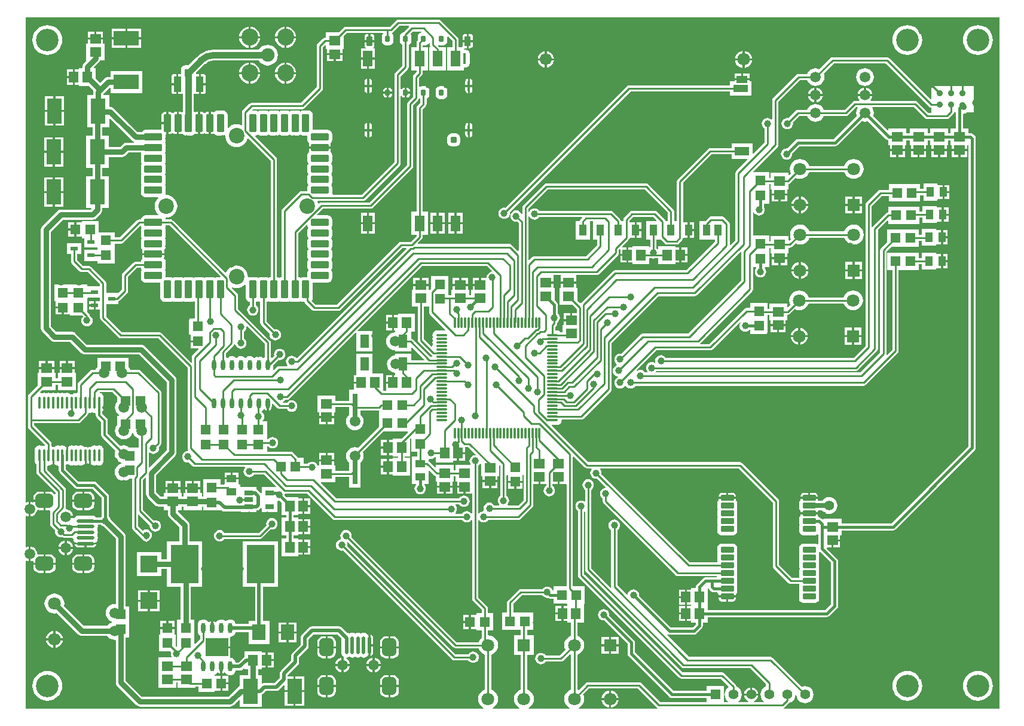
<source format=gtl>
G04 Layer_Physical_Order=1*
G04 Layer_Color=255*
%FSLAX44Y44*%
%MOMM*%
G71*
G01*
G75*
%ADD10C,0.9000*%
%ADD11R,1.4500X1.3500*%
%ADD12R,1.3500X1.4500*%
G04:AMPARAMS|DCode=13|XSize=2mm|YSize=2.5mm|CornerRadius=0.5mm|HoleSize=0mm|Usage=FLASHONLY|Rotation=0.000|XOffset=0mm|YOffset=0mm|HoleType=Round|Shape=RoundedRectangle|*
%AMROUNDEDRECTD13*
21,1,2.0000,1.5000,0,0,0.0*
21,1,1.0000,2.5000,0,0,0.0*
1,1,1.0000,0.5000,-0.7500*
1,1,1.0000,-0.5000,-0.7500*
1,1,1.0000,-0.5000,0.7500*
1,1,1.0000,0.5000,0.7500*
%
%ADD13ROUNDEDRECTD13*%
%ADD14O,0.5000X2.5000*%
%ADD15R,1.0000X1.6000*%
%ADD16R,2.0000X1.2000*%
%ADD17R,1.5500X1.0000*%
%ADD18R,2.0000X1.0000*%
%ADD19R,3.5500X2.1500*%
%ADD20R,1.4000X1.5500*%
%ADD21R,1.5500X1.4000*%
%ADD22R,2.4500X2.4000*%
%ADD23R,2.1500X3.5500*%
%ADD24R,1.0000X1.4000*%
%ADD25R,1.9500X2.2500*%
%ADD26R,1.4000X1.0000*%
%ADD27R,3.9500X5.5000*%
%ADD28O,0.3500X1.6500*%
%ADD29O,1.6500X0.3500*%
G04:AMPARAMS|DCode=30|XSize=0.8mm|YSize=1.8mm|CornerRadius=0.1mm|HoleSize=0mm|Usage=FLASHONLY|Rotation=270.000|XOffset=0mm|YOffset=0mm|HoleType=Round|Shape=RoundedRectangle|*
%AMROUNDEDRECTD30*
21,1,0.8000,1.6000,0,0,270.0*
21,1,0.6000,1.8000,0,0,270.0*
1,1,0.2000,-0.8000,-0.3000*
1,1,0.2000,-0.8000,0.3000*
1,1,0.2000,0.8000,0.3000*
1,1,0.2000,0.8000,-0.3000*
%
%ADD30ROUNDEDRECTD30*%
%ADD31R,1.0000X0.6000*%
G04:AMPARAMS|DCode=32|XSize=2.5mm|YSize=1mm|CornerRadius=0.125mm|HoleSize=0mm|Usage=FLASHONLY|Rotation=90.000|XOffset=0mm|YOffset=0mm|HoleType=Round|Shape=RoundedRectangle|*
%AMROUNDEDRECTD32*
21,1,2.5000,0.7500,0,0,90.0*
21,1,2.2500,1.0000,0,0,90.0*
1,1,0.2500,0.3750,1.1250*
1,1,0.2500,0.3750,-1.1250*
1,1,0.2500,-0.3750,-1.1250*
1,1,0.2500,-0.3750,1.1250*
%
%ADD32ROUNDEDRECTD32*%
G04:AMPARAMS|DCode=33|XSize=2.5mm|YSize=1mm|CornerRadius=0.125mm|HoleSize=0mm|Usage=FLASHONLY|Rotation=180.000|XOffset=0mm|YOffset=0mm|HoleType=Round|Shape=RoundedRectangle|*
%AMROUNDEDRECTD33*
21,1,2.5000,0.7500,0,0,180.0*
21,1,2.2500,1.0000,0,0,180.0*
1,1,0.2500,-1.1250,0.3750*
1,1,0.2500,1.1250,0.3750*
1,1,0.2500,1.1250,-0.3750*
1,1,0.2500,-1.1250,-0.3750*
%
%ADD33ROUNDEDRECTD33*%
%ADD34C,2.2000*%
%ADD35O,0.6000X1.4500*%
%ADD36C,0.9100*%
%ADD37R,3.2000X2.5100*%
%ADD38R,1.2000X0.6500*%
G04:AMPARAMS|DCode=39|XSize=1.5mm|YSize=0.4mm|CornerRadius=0.05mm|HoleSize=0mm|Usage=FLASHONLY|Rotation=90.000|XOffset=0mm|YOffset=0mm|HoleType=Round|Shape=RoundedRectangle|*
%AMROUNDEDRECTD39*
21,1,1.5000,0.3000,0,0,90.0*
21,1,1.4000,0.4000,0,0,90.0*
1,1,0.1000,0.1500,0.7000*
1,1,0.1000,0.1500,-0.7000*
1,1,0.1000,-0.1500,-0.7000*
1,1,0.1000,-0.1500,0.7000*
%
%ADD39ROUNDEDRECTD39*%
G04:AMPARAMS|DCode=40|XSize=0.8mm|YSize=0.8mm|CornerRadius=0.1mm|HoleSize=0mm|Usage=FLASHONLY|Rotation=90.000|XOffset=0mm|YOffset=0mm|HoleType=Round|Shape=RoundedRectangle|*
%AMROUNDEDRECTD40*
21,1,0.8000,0.6000,0,0,90.0*
21,1,0.6000,0.8000,0,0,90.0*
1,1,0.2000,0.3000,0.3000*
1,1,0.2000,0.3000,-0.3000*
1,1,0.2000,-0.3000,-0.3000*
1,1,0.2000,-0.3000,0.3000*
%
%ADD40ROUNDEDRECTD40*%
G04:AMPARAMS|DCode=41|XSize=1.4mm|YSize=0.87mm|CornerRadius=0.1088mm|HoleSize=0mm|Usage=FLASHONLY|Rotation=90.000|XOffset=0mm|YOffset=0mm|HoleType=Round|Shape=RoundedRectangle|*
%AMROUNDEDRECTD41*
21,1,1.4000,0.6525,0,0,90.0*
21,1,1.1825,0.8700,0,0,90.0*
1,1,0.2175,0.3262,0.5913*
1,1,0.2175,0.3262,-0.5913*
1,1,0.2175,-0.3262,-0.5913*
1,1,0.2175,-0.3262,0.5913*
%
%ADD41ROUNDEDRECTD41*%
G04:AMPARAMS|DCode=42|XSize=1.4mm|YSize=0.42mm|CornerRadius=0.0525mm|HoleSize=0mm|Usage=FLASHONLY|Rotation=90.000|XOffset=0mm|YOffset=0mm|HoleType=Round|Shape=RoundedRectangle|*
%AMROUNDEDRECTD42*
21,1,1.4000,0.3150,0,0,90.0*
21,1,1.2950,0.4200,0,0,90.0*
1,1,0.1050,0.1575,0.6475*
1,1,0.1050,0.1575,-0.6475*
1,1,0.1050,-0.1575,-0.6475*
1,1,0.1050,-0.1575,0.6475*
%
%ADD42ROUNDEDRECTD42*%
G04:AMPARAMS|DCode=43|XSize=1.4mm|YSize=0.8mm|CornerRadius=0.1mm|HoleSize=0mm|Usage=FLASHONLY|Rotation=90.000|XOffset=0mm|YOffset=0mm|HoleType=Round|Shape=RoundedRectangle|*
%AMROUNDEDRECTD43*
21,1,1.4000,0.6000,0,0,90.0*
21,1,1.2000,0.8000,0,0,90.0*
1,1,0.2000,0.3000,0.6000*
1,1,0.2000,0.3000,-0.6000*
1,1,0.2000,-0.3000,-0.6000*
1,1,0.2000,-0.3000,0.6000*
%
%ADD43ROUNDEDRECTD43*%
G04:AMPARAMS|DCode=44|XSize=0.6mm|YSize=0.8mm|CornerRadius=0.075mm|HoleSize=0mm|Usage=FLASHONLY|Rotation=180.000|XOffset=0mm|YOffset=0mm|HoleType=Round|Shape=RoundedRectangle|*
%AMROUNDEDRECTD44*
21,1,0.6000,0.6500,0,0,180.0*
21,1,0.4500,0.8000,0,0,180.0*
1,1,0.1500,-0.2250,0.3250*
1,1,0.1500,0.2250,0.3250*
1,1,0.1500,0.2250,-0.3250*
1,1,0.1500,-0.2250,-0.3250*
%
%ADD44ROUNDEDRECTD44*%
%ADD45O,2.5000X0.5000*%
G04:AMPARAMS|DCode=46|XSize=2mm|YSize=2.5mm|CornerRadius=0.5mm|HoleSize=0mm|Usage=FLASHONLY|Rotation=270.000|XOffset=0mm|YOffset=0mm|HoleType=Round|Shape=RoundedRectangle|*
%AMROUNDEDRECTD46*
21,1,2.0000,1.5000,0,0,270.0*
21,1,1.0000,2.5000,0,0,270.0*
1,1,1.0000,-0.7500,-0.5000*
1,1,1.0000,-0.7500,0.5000*
1,1,1.0000,0.7500,0.5000*
1,1,1.0000,0.7500,-0.5000*
%
%ADD46ROUNDEDRECTD46*%
%ADD47R,1.3000X1.9000*%
%ADD48O,0.3000X1.8500*%
%ADD49R,0.6500X4.0000*%
G04:AMPARAMS|DCode=50|XSize=1.05mm|YSize=2.2mm|CornerRadius=0.0525mm|HoleSize=0mm|Usage=FLASHONLY|Rotation=180.000|XOffset=0mm|YOffset=0mm|HoleType=Round|Shape=RoundedRectangle|*
%AMROUNDEDRECTD50*
21,1,1.0500,2.0950,0,0,180.0*
21,1,0.9450,2.2000,0,0,180.0*
1,1,0.1050,-0.4725,1.0475*
1,1,0.1050,0.4725,1.0475*
1,1,0.1050,0.4725,-1.0475*
1,1,0.1050,-0.4725,-1.0475*
%
%ADD50ROUNDEDRECTD50*%
G04:AMPARAMS|DCode=51|XSize=1.1mm|YSize=1.1mm|CornerRadius=0.11mm|HoleSize=0mm|Usage=FLASHONLY|Rotation=180.000|XOffset=0mm|YOffset=0mm|HoleType=Round|Shape=RoundedRectangle|*
%AMROUNDEDRECTD51*
21,1,1.1000,0.8800,0,0,180.0*
21,1,0.8800,1.1000,0,0,180.0*
1,1,0.2200,-0.4400,0.4400*
1,1,0.2200,0.4400,0.4400*
1,1,0.2200,0.4400,-0.4400*
1,1,0.2200,-0.4400,-0.4400*
%
%ADD51ROUNDEDRECTD51*%
%ADD52R,1.4000X2.3000*%
%ADD53C,0.8000*%
%ADD54C,0.2500*%
%ADD55C,0.3000*%
%ADD56C,0.5000*%
%ADD57C,0.4000*%
%ADD58C,0.7000*%
%ADD59C,1.5000*%
%ADD60C,1.7000*%
%ADD61C,1.8000*%
%ADD62C,3.2000*%
%ADD63R,1.8000X1.8000*%
%ADD64C,1.4000*%
%ADD65R,1.4000X1.4000*%
%ADD66C,2.4000*%
%ADD67C,1.9000*%
%ADD68R,1.8000X1.8000*%
%ADD69C,1.0000*%
G36*
X1953269Y1606397D02*
X1945336Y1598464D01*
X1945094Y1598103D01*
X1943906Y1597866D01*
X1942005Y1596595D01*
X1940734Y1594693D01*
X1940287Y1592450D01*
Y1585950D01*
X1940734Y1583707D01*
X1942005Y1581805D01*
X1943906Y1580534D01*
X1944067Y1580502D01*
Y1551195D01*
X1933936Y1541064D01*
X1932997Y1539658D01*
X1932667Y1538000D01*
Y1414795D01*
X1886205Y1368333D01*
X1845229D01*
X1844295Y1369603D01*
X1844622Y1371250D01*
Y1378750D01*
X1844137Y1381189D01*
X1843261Y1382500D01*
X1844137Y1383811D01*
X1844622Y1386250D01*
Y1393750D01*
X1844137Y1396189D01*
X1843261Y1397500D01*
X1844137Y1398811D01*
X1844622Y1401250D01*
Y1408750D01*
X1844137Y1411189D01*
X1843261Y1412500D01*
X1844137Y1413811D01*
X1844622Y1416250D01*
Y1423750D01*
X1844137Y1426189D01*
X1842756Y1428256D01*
X1842483Y1428439D01*
X1842253Y1429592D01*
X1842583Y1431250D01*
Y1433500D01*
X1827000D01*
X1811417D01*
Y1431250D01*
X1811747Y1429592D01*
X1811517Y1428439D01*
X1811244Y1428256D01*
X1809863Y1426189D01*
X1809377Y1423750D01*
Y1416250D01*
X1809863Y1413811D01*
X1810739Y1412500D01*
X1809863Y1411189D01*
X1809377Y1408750D01*
Y1401250D01*
X1809863Y1398811D01*
X1810739Y1397500D01*
X1809863Y1396189D01*
X1809377Y1393750D01*
Y1386250D01*
X1809863Y1383811D01*
X1810739Y1382500D01*
X1809863Y1381189D01*
X1809377Y1378750D01*
Y1373333D01*
X1801000D01*
X1799342Y1373003D01*
X1797936Y1372064D01*
X1773936Y1348064D01*
X1772997Y1346658D01*
X1772667Y1345000D01*
Y1251506D01*
X1770811Y1251137D01*
X1769500Y1250261D01*
X1768189Y1251137D01*
X1766333Y1251506D01*
Y1418092D01*
X1766003Y1419750D01*
X1765064Y1421156D01*
X1735016Y1451204D01*
X1735502Y1452377D01*
X1735750D01*
X1738189Y1452863D01*
X1739500Y1453739D01*
X1740811Y1452863D01*
X1743250Y1452377D01*
X1750750D01*
X1753189Y1452863D01*
X1754500Y1453739D01*
X1755811Y1452863D01*
X1758250Y1452377D01*
X1765750D01*
X1768189Y1452863D01*
X1769500Y1453739D01*
X1770811Y1452863D01*
X1773250Y1452377D01*
X1780750D01*
X1783189Y1452863D01*
X1784500Y1453739D01*
X1785811Y1452863D01*
X1788250Y1452377D01*
X1795750D01*
X1798189Y1452863D01*
X1799500Y1453739D01*
X1800811Y1452863D01*
X1803250Y1452377D01*
X1809377D01*
Y1446250D01*
X1809863Y1443811D01*
X1811244Y1441744D01*
X1811517Y1441561D01*
X1811747Y1440408D01*
X1811417Y1438750D01*
Y1436500D01*
X1827000D01*
X1842583D01*
Y1438750D01*
X1842253Y1440408D01*
X1842483Y1441561D01*
X1842756Y1441744D01*
X1844137Y1443811D01*
X1844622Y1446250D01*
Y1453750D01*
X1844137Y1456189D01*
X1842756Y1458256D01*
X1840689Y1459637D01*
X1838250Y1460122D01*
X1817122D01*
Y1481250D01*
X1816637Y1483689D01*
X1815256Y1485756D01*
X1813189Y1487137D01*
X1810750Y1487622D01*
X1803250D01*
X1800811Y1487137D01*
X1799500Y1486261D01*
X1798189Y1487137D01*
X1795750Y1487622D01*
X1788250D01*
X1785811Y1487137D01*
X1784500Y1486261D01*
X1783189Y1487137D01*
X1780750Y1487622D01*
X1773250D01*
X1770811Y1487137D01*
X1769500Y1486261D01*
X1768189Y1487137D01*
X1765750Y1487622D01*
X1758250D01*
X1755811Y1487137D01*
X1754500Y1486261D01*
X1753189Y1487137D01*
X1750750Y1487622D01*
X1743250D01*
X1740811Y1487137D01*
X1739500Y1486261D01*
X1738189Y1487137D01*
X1735750Y1487622D01*
X1731410D01*
X1730924Y1488796D01*
X1731795Y1489667D01*
X1802000D01*
X1803658Y1489997D01*
X1805064Y1490936D01*
X1830064Y1515936D01*
X1831003Y1517342D01*
X1831333Y1519000D01*
Y1577205D01*
X1834077Y1579948D01*
X1835250Y1579462D01*
Y1574500D01*
X1837250D01*
Y1569000D01*
X1858750D01*
Y1574500D01*
X1860750D01*
Y1593122D01*
X1865295Y1597667D01*
X1916096D01*
X1916472Y1596397D01*
X1915334Y1594693D01*
X1914887Y1592450D01*
Y1585950D01*
X1915334Y1583707D01*
X1916604Y1581805D01*
X1918506Y1580534D01*
X1920750Y1580087D01*
X1925250D01*
X1927493Y1580534D01*
X1929395Y1581805D01*
X1930666Y1583707D01*
X1931113Y1585950D01*
Y1592450D01*
X1930666Y1594693D01*
X1929395Y1596595D01*
X1929333Y1596637D01*
X1929601Y1597985D01*
X1929658Y1597997D01*
X1931064Y1598936D01*
X1939795Y1607667D01*
X1952743D01*
X1953269Y1606397D01*
D02*
G37*
G36*
X2790000Y640000D02*
X2484453D01*
X2484067Y641270D01*
X2485064Y641936D01*
X2491392Y648264D01*
X2491733Y648309D01*
X2494652Y649518D01*
X2497159Y651441D01*
X2499082Y653948D01*
X2500291Y656867D01*
X2500659Y659666D01*
X2501940D01*
X2502309Y656867D01*
X2503518Y653948D01*
X2505441Y651441D01*
X2507948Y649518D01*
X2510867Y648309D01*
X2514000Y647896D01*
X2517133Y648309D01*
X2520052Y649518D01*
X2522558Y651441D01*
X2524482Y653948D01*
X2525691Y656867D01*
X2526104Y660000D01*
X2525691Y663133D01*
X2524482Y666052D01*
X2522558Y668559D01*
X2520052Y670482D01*
X2517133Y671691D01*
X2514000Y672104D01*
X2510867Y671691D01*
X2509149Y670979D01*
X2468064Y712064D01*
X2466658Y713003D01*
X2465000Y713333D01*
X2349795D01*
X2317989Y745139D01*
X2318798Y746126D01*
X2320049Y745290D01*
X2322000Y744902D01*
X2357000D01*
X2358951Y745290D01*
X2360605Y746395D01*
X2368105Y753895D01*
X2369210Y755549D01*
X2369598Y757500D01*
Y762250D01*
X2376500D01*
Y769902D01*
X2545000D01*
X2546951Y770290D01*
X2548605Y771395D01*
X2559605Y782395D01*
X2560710Y784049D01*
X2561098Y786000D01*
Y849000D01*
X2560710Y850951D01*
X2559605Y852605D01*
X2544883Y867327D01*
X2545369Y868500D01*
X2551500D01*
Y878500D01*
X2553000D01*
Y880000D01*
X2563750D01*
Y885500D01*
X2565750D01*
Y892402D01*
X2638500D01*
X2640451Y892790D01*
X2642105Y893895D01*
X2754605Y1006395D01*
X2755710Y1008049D01*
X2756098Y1010000D01*
Y1448000D01*
X2755710Y1449951D01*
X2754605Y1451605D01*
X2752105Y1454105D01*
X2750451Y1455210D01*
X2748500Y1455598D01*
X2745750D01*
Y1462500D01*
X2738098D01*
Y1482576D01*
X2739000Y1483368D01*
X2741493Y1483696D01*
X2743816Y1484658D01*
X2744262Y1485000D01*
X2753000D01*
Y1522000D01*
X2693000D01*
Y1503788D01*
X2691827Y1503302D01*
X2633064Y1562064D01*
X2631658Y1563003D01*
X2630000Y1563333D01*
X2553000D01*
X2551342Y1563003D01*
X2549936Y1562064D01*
X2534234Y1546362D01*
X2532263Y1547178D01*
X2529000Y1547608D01*
X2525737Y1547178D01*
X2522696Y1545919D01*
X2520085Y1543915D01*
X2518081Y1541304D01*
X2517265Y1539333D01*
X2505000D01*
X2503342Y1539003D01*
X2501936Y1538064D01*
X2468936Y1505064D01*
X2467997Y1503658D01*
X2467667Y1502000D01*
Y1475388D01*
X2466397Y1474943D01*
X2465034Y1475988D01*
X2463088Y1476794D01*
X2461000Y1477069D01*
X2458912Y1476794D01*
X2456965Y1475988D01*
X2455294Y1474706D01*
X2454012Y1473035D01*
X2453206Y1471088D01*
X2452931Y1469000D01*
X2453206Y1466912D01*
X2454012Y1464966D01*
X2455294Y1463294D01*
X2456667Y1462241D01*
Y1441795D01*
X2441173Y1426301D01*
X2440000Y1426787D01*
Y1441000D01*
X2410000D01*
Y1434333D01*
X2380000D01*
X2378342Y1434003D01*
X2376936Y1433064D01*
X2333936Y1390064D01*
X2332997Y1388658D01*
X2332667Y1387000D01*
Y1331000D01*
X2328633D01*
Y1344700D01*
X2328303Y1346358D01*
X2327364Y1347764D01*
X2292064Y1383064D01*
X2290658Y1384003D01*
X2289000Y1384333D01*
X2148000D01*
X2146342Y1384003D01*
X2144936Y1383064D01*
X2114936Y1353064D01*
X2113997Y1351658D01*
X2113667Y1350000D01*
Y1341300D01*
X2112397Y1341048D01*
X2111988Y1342034D01*
X2110706Y1343706D01*
X2109034Y1344988D01*
X2107088Y1345794D01*
X2105000Y1346069D01*
X2102912Y1345794D01*
X2100966Y1344988D01*
X2099294Y1343706D01*
X2098012Y1342034D01*
X2097206Y1340088D01*
X2096931Y1338000D01*
X2097206Y1335912D01*
X2098012Y1333965D01*
X2099294Y1332294D01*
X2100966Y1331012D01*
X2102912Y1330206D01*
X2105000Y1329931D01*
X2106715Y1330157D01*
X2108667Y1328205D01*
Y1289121D01*
X2107493Y1288635D01*
X2099064Y1297064D01*
X2097658Y1298003D01*
X2096000Y1298333D01*
X1966121D01*
X1965635Y1299507D01*
X1971264Y1305136D01*
X1972203Y1306542D01*
X1972533Y1308200D01*
Y1311370D01*
X1980200D01*
Y1344370D01*
X1972533D01*
Y1489405D01*
X1976864Y1493736D01*
X1977803Y1495142D01*
X1978133Y1496800D01*
Y1504302D01*
X1978293Y1504334D01*
X1980195Y1505605D01*
X1981466Y1507507D01*
X1981913Y1509750D01*
Y1516250D01*
X1981466Y1518493D01*
X1980195Y1520396D01*
X1978293Y1521666D01*
X1976050Y1522113D01*
X1971550D01*
X1969306Y1521666D01*
X1968603Y1521196D01*
X1967333Y1521875D01*
Y1533205D01*
X1971264Y1537136D01*
X1972203Y1538542D01*
X1972533Y1540200D01*
Y1544500D01*
X1980200D01*
Y1577500D01*
X1972533D01*
Y1580087D01*
X1976050D01*
X1978293Y1580534D01*
X1980195Y1581805D01*
X1980737Y1582614D01*
X1982462Y1582943D01*
X1982667Y1582803D01*
Y1581000D01*
X1982997Y1579342D01*
X1983379Y1578770D01*
X1982700Y1577500D01*
X1981600D01*
Y1544500D01*
X2005600D01*
Y1577500D01*
X1996628D01*
X1994935Y1579193D01*
X1995560Y1580364D01*
X1996950Y1580087D01*
X2001450D01*
X2003694Y1580534D01*
X2005596Y1581805D01*
X2006866Y1583707D01*
X2007313Y1585950D01*
Y1591763D01*
X2008583Y1592289D01*
X2014667Y1586205D01*
Y1577500D01*
X2007000D01*
Y1544500D01*
X2031000D01*
Y1548592D01*
X2033700D01*
X2035846Y1549019D01*
X2037665Y1550235D01*
X2038881Y1552054D01*
X2039308Y1554200D01*
Y1568200D01*
X2038881Y1570346D01*
X2037665Y1572165D01*
X2035846Y1573381D01*
X2033700Y1573808D01*
X2031000D01*
Y1575022D01*
X2032270Y1575973D01*
X2033038Y1575820D01*
X2034800D01*
Y1584400D01*
X2028870D01*
Y1579987D01*
X2029112Y1578770D01*
X2028372Y1577500D01*
X2023333D01*
Y1588000D01*
X2023003Y1589658D01*
X2022064Y1591064D01*
X1998064Y1615064D01*
X1996658Y1616003D01*
X1995000Y1616333D01*
X1938000D01*
X1936342Y1616003D01*
X1934936Y1615064D01*
X1926205Y1606333D01*
X1863500D01*
X1861842Y1606003D01*
X1860436Y1605064D01*
X1853872Y1598500D01*
X1835250D01*
Y1590833D01*
X1834500D01*
X1832842Y1590503D01*
X1831436Y1589564D01*
X1823936Y1582064D01*
X1822997Y1580658D01*
X1822667Y1579000D01*
Y1520795D01*
X1800205Y1498333D01*
X1730000D01*
X1728342Y1498003D01*
X1726936Y1497064D01*
X1717936Y1488064D01*
X1716997Y1486658D01*
X1716667Y1485000D01*
Y1467279D01*
X1715577Y1466626D01*
X1715153Y1466854D01*
X1712137Y1467769D01*
X1709000Y1468077D01*
X1705863Y1467769D01*
X1702847Y1466854D01*
X1700068Y1465368D01*
X1697632Y1463368D01*
X1697318Y1462987D01*
X1696122Y1463414D01*
Y1481250D01*
X1695637Y1483689D01*
X1694256Y1485756D01*
X1692189Y1487137D01*
X1689750Y1487622D01*
X1682250D01*
X1679811Y1487137D01*
X1677744Y1485756D01*
X1677561Y1485483D01*
X1676408Y1485253D01*
X1674750Y1485583D01*
X1672500D01*
Y1470000D01*
Y1454417D01*
X1674750D01*
X1676408Y1454747D01*
X1677561Y1454517D01*
X1677744Y1454244D01*
X1679811Y1452863D01*
X1682250Y1452377D01*
X1689750D01*
X1691722Y1452770D01*
X1692728Y1452125D01*
X1692939Y1451836D01*
X1693232Y1448863D01*
X1694146Y1445847D01*
X1695632Y1443068D01*
X1697632Y1440632D01*
X1700068Y1438632D01*
X1702847Y1437146D01*
X1705863Y1436232D01*
X1709000Y1435923D01*
X1712137Y1436232D01*
X1715153Y1437146D01*
X1717932Y1438632D01*
X1720368Y1440632D01*
X1722368Y1443068D01*
X1723854Y1445847D01*
X1724428Y1447740D01*
X1725864Y1448100D01*
X1757667Y1416297D01*
Y1251506D01*
X1755811Y1251137D01*
X1754500Y1250261D01*
X1753189Y1251137D01*
X1750750Y1251622D01*
X1743250D01*
X1740811Y1251137D01*
X1739500Y1250261D01*
X1738189Y1251137D01*
X1735750Y1251622D01*
X1728250D01*
X1726278Y1251230D01*
X1725272Y1251875D01*
X1725061Y1252164D01*
X1724769Y1255136D01*
X1723854Y1258153D01*
X1722368Y1260932D01*
X1720368Y1263368D01*
X1717932Y1265368D01*
X1715153Y1266854D01*
X1712137Y1267768D01*
X1709000Y1268077D01*
X1705863Y1267768D01*
X1702847Y1266854D01*
X1700068Y1265368D01*
X1697632Y1263368D01*
X1695632Y1260932D01*
X1694364Y1258560D01*
X1692968Y1258160D01*
X1619064Y1332064D01*
X1617658Y1333003D01*
X1616000Y1333333D01*
X1608506D01*
X1608230Y1334722D01*
X1608875Y1335728D01*
X1609164Y1335939D01*
X1612137Y1336232D01*
X1615152Y1337146D01*
X1617932Y1338632D01*
X1620368Y1340632D01*
X1622368Y1343068D01*
X1623854Y1345847D01*
X1624769Y1348863D01*
X1625077Y1352000D01*
X1624769Y1355137D01*
X1623854Y1358153D01*
X1622368Y1360932D01*
X1620368Y1363368D01*
X1617932Y1365368D01*
X1615152Y1366854D01*
X1612137Y1367769D01*
X1609164Y1368061D01*
X1608875Y1368272D01*
X1608230Y1369278D01*
X1608622Y1371250D01*
Y1378750D01*
X1608137Y1381189D01*
X1607261Y1382500D01*
X1608137Y1383811D01*
X1608622Y1386250D01*
Y1393750D01*
X1608137Y1396189D01*
X1607261Y1397500D01*
X1608137Y1398811D01*
X1608622Y1401250D01*
Y1408750D01*
X1608137Y1411189D01*
X1607261Y1412500D01*
X1608137Y1413811D01*
X1608622Y1416250D01*
Y1423750D01*
X1608137Y1426189D01*
X1607261Y1427500D01*
X1608137Y1428811D01*
X1608622Y1431250D01*
Y1438750D01*
X1608137Y1441189D01*
X1607261Y1442500D01*
X1608137Y1443811D01*
X1608622Y1446250D01*
Y1453750D01*
X1609170Y1454417D01*
X1609500D01*
Y1468500D01*
X1602917D01*
Y1460670D01*
X1602250Y1460122D01*
X1579750D01*
X1577311Y1459637D01*
X1575244Y1458256D01*
X1574445Y1457060D01*
X1568925D01*
X1534992Y1490992D01*
X1533530Y1492115D01*
X1531827Y1492820D01*
X1530000Y1493060D01*
X1528750D01*
Y1509750D01*
X1520060D01*
Y1511075D01*
X1528980Y1519995D01*
X1530250Y1519469D01*
Y1512250D01*
X1575750D01*
Y1543750D01*
X1530250D01*
Y1535060D01*
X1527000D01*
X1525173Y1534820D01*
X1523470Y1534115D01*
X1522007Y1532992D01*
X1515750Y1526735D01*
X1509500Y1532985D01*
Y1547750D01*
X1507394D01*
X1506908Y1548923D01*
X1513992Y1556008D01*
X1515114Y1557470D01*
X1515541Y1558500D01*
X1521750D01*
Y1582500D01*
X1519750D01*
Y1588000D01*
X1509000D01*
X1498250D01*
Y1582500D01*
X1496250D01*
Y1558500D01*
X1496250Y1558500D01*
X1496250D01*
X1495561Y1557546D01*
X1492508Y1554492D01*
X1491385Y1553030D01*
X1490680Y1551327D01*
X1490440Y1549500D01*
Y1547750D01*
X1485500D01*
Y1545750D01*
X1480000D01*
Y1535000D01*
Y1524250D01*
X1485500D01*
Y1522250D01*
X1500265D01*
X1506329Y1516186D01*
X1506180Y1515827D01*
X1505940Y1514000D01*
Y1509750D01*
X1497250D01*
Y1464250D01*
X1504940D01*
Y1451750D01*
X1496250D01*
Y1406250D01*
X1504940D01*
Y1394750D01*
X1496250D01*
Y1349250D01*
X1502606D01*
X1503092Y1348077D01*
X1502076Y1347060D01*
X1460000D01*
X1458173Y1346820D01*
X1456470Y1346115D01*
X1455007Y1344992D01*
X1434008Y1323992D01*
X1432885Y1322530D01*
X1432180Y1320827D01*
X1431940Y1319000D01*
Y1179000D01*
X1432180Y1177173D01*
X1432885Y1175470D01*
X1434008Y1174008D01*
X1446008Y1162008D01*
X1447470Y1160885D01*
X1449173Y1160180D01*
X1451000Y1159940D01*
X1473076D01*
X1489008Y1144007D01*
X1490470Y1142886D01*
X1492173Y1142180D01*
X1494000Y1141940D01*
X1571075D01*
X1609940Y1103075D01*
Y1005925D01*
X1585757Y981741D01*
X1584583Y982227D01*
Y1002239D01*
X1585853Y1002866D01*
X1586965Y1002012D01*
X1588912Y1001206D01*
X1591000Y1000931D01*
X1593088Y1001206D01*
X1595034Y1002012D01*
X1596706Y1003294D01*
X1597988Y1004966D01*
X1598794Y1006912D01*
X1599069Y1009000D01*
X1598843Y1010715D01*
X1601064Y1012936D01*
X1602003Y1014342D01*
X1602333Y1016000D01*
Y1088000D01*
X1602003Y1089658D01*
X1601064Y1091064D01*
X1572954Y1119174D01*
X1571548Y1120113D01*
X1569890Y1120443D01*
X1558435D01*
X1557619Y1122414D01*
X1556250Y1124198D01*
Y1137250D01*
X1511750D01*
Y1124198D01*
X1510381Y1122414D01*
X1509565Y1120443D01*
X1505110D01*
X1503452Y1120113D01*
X1502046Y1119174D01*
X1485186Y1102314D01*
X1484247Y1100908D01*
X1483917Y1099250D01*
Y1088416D01*
X1482647Y1087438D01*
X1481750Y1087556D01*
X1480053Y1087333D01*
X1478472Y1086678D01*
X1477114Y1085636D01*
X1476836Y1085273D01*
X1475250Y1085588D01*
X1473664Y1085273D01*
X1473386Y1085636D01*
X1472028Y1086678D01*
X1470447Y1087333D01*
X1468750Y1087556D01*
X1467053Y1087333D01*
X1465500Y1086689D01*
X1463947Y1087333D01*
X1462250Y1087556D01*
X1460553Y1087333D01*
X1459000Y1086689D01*
X1457447Y1087333D01*
X1455750Y1087556D01*
X1454053Y1087333D01*
X1452500Y1086689D01*
X1450947Y1087333D01*
X1449250Y1087556D01*
X1447553Y1087333D01*
X1446000Y1086689D01*
X1444447Y1087333D01*
X1442750Y1087556D01*
X1441053Y1087333D01*
X1439500Y1086689D01*
X1437947Y1087333D01*
X1436250Y1087556D01*
X1434553Y1087333D01*
X1433000Y1086689D01*
X1431447Y1087333D01*
X1431279Y1087355D01*
X1430824Y1088696D01*
X1433628Y1091500D01*
X1452750D01*
Y1099167D01*
X1456250D01*
Y1091500D01*
X1481750D01*
Y1115500D01*
X1479750D01*
Y1121000D01*
X1469000D01*
X1458250D01*
Y1115500D01*
X1456250D01*
Y1107833D01*
X1452750D01*
Y1115500D01*
X1450750D01*
Y1121000D01*
X1440000D01*
X1429250D01*
Y1115500D01*
X1427250D01*
Y1097378D01*
X1414936Y1085064D01*
X1413997Y1083658D01*
X1413667Y1082000D01*
Y1049000D01*
Y1040000D01*
X1413997Y1038342D01*
X1414936Y1036936D01*
X1437730Y1014142D01*
X1437136Y1012939D01*
X1436250Y1013056D01*
X1434553Y1012833D01*
X1433000Y1012189D01*
X1431447Y1012833D01*
X1429750Y1013056D01*
X1428053Y1012833D01*
X1426472Y1012178D01*
X1425114Y1011136D01*
X1424072Y1009778D01*
X1423417Y1008197D01*
X1423194Y1006500D01*
Y991000D01*
X1423417Y989303D01*
X1424072Y987722D01*
X1425114Y986364D01*
X1425417Y986132D01*
Y975250D01*
X1425747Y973592D01*
X1426686Y972186D01*
X1452667Y946205D01*
Y944007D01*
X1451796Y943658D01*
X1451397Y943653D01*
X1450206Y945206D01*
X1448535Y946488D01*
X1446588Y947294D01*
X1444500Y947569D01*
X1438500D01*
Y934500D01*
Y921431D01*
X1444500D01*
X1444617Y921446D01*
X1445353Y920262D01*
X1444997Y919729D01*
X1444667Y918071D01*
Y902000D01*
X1444997Y900342D01*
X1445936Y898936D01*
X1452157Y892715D01*
X1451931Y891000D01*
X1452206Y888912D01*
X1453012Y886965D01*
X1454294Y885294D01*
X1455966Y884012D01*
X1457912Y883206D01*
X1460000Y882931D01*
X1461935Y883186D01*
X1462590Y882748D01*
X1464249Y882418D01*
X1475831D01*
X1476220Y882495D01*
X1476525Y882371D01*
X1477507Y881457D01*
X1477693Y880042D01*
X1478449Y878218D01*
X1479651Y876651D01*
X1479985Y876395D01*
X1479819Y876146D01*
X1479691Y875500D01*
X1481150D01*
X1481217Y875448D01*
X1483042Y874693D01*
X1485000Y874435D01*
X1495000D01*
X1505000D01*
X1506958Y874693D01*
X1508783Y875448D01*
X1508850Y875500D01*
X1510309D01*
X1510181Y876146D01*
X1510015Y876395D01*
X1510349Y876651D01*
X1511551Y878218D01*
X1512307Y880042D01*
X1512565Y882000D01*
X1512307Y883958D01*
X1511551Y885782D01*
X1511384Y886000D01*
X1511551Y886218D01*
X1512307Y888042D01*
X1512565Y890000D01*
X1512307Y891958D01*
X1511551Y893782D01*
X1511384Y894000D01*
X1511551Y894218D01*
X1512307Y896042D01*
X1512565Y898000D01*
X1512350Y899632D01*
X1513117Y900902D01*
X1516828D01*
X1517294Y900294D01*
X1518965Y899012D01*
X1520737Y898278D01*
X1537940Y881076D01*
Y789030D01*
X1536985Y788193D01*
X1536110Y788308D01*
X1532847Y787878D01*
X1529806Y786619D01*
X1527195Y784615D01*
X1525191Y782004D01*
X1523932Y778963D01*
X1523502Y775700D01*
X1523932Y772437D01*
X1525191Y769396D01*
X1527195Y766785D01*
X1529806Y764781D01*
X1532630Y763612D01*
Y762389D01*
X1529806Y761219D01*
X1527195Y759215D01*
X1525772Y757360D01*
X1492625D01*
X1464640Y785345D01*
X1465121Y789000D01*
X1464640Y792655D01*
X1463229Y796060D01*
X1460985Y798985D01*
X1458060Y801229D01*
X1454655Y802640D01*
X1451000Y803121D01*
X1447345Y802640D01*
X1443940Y801229D01*
X1441015Y798985D01*
X1438771Y796060D01*
X1437360Y792655D01*
X1436879Y789000D01*
X1437360Y785345D01*
X1438771Y781940D01*
X1441015Y779015D01*
X1443940Y776771D01*
X1447345Y775360D01*
X1451000Y774879D01*
X1454655Y775360D01*
X1484707Y745308D01*
X1486170Y744185D01*
X1487873Y743480D01*
X1489700Y743240D01*
X1525772D01*
X1527195Y741385D01*
X1529806Y739381D01*
X1532847Y738122D01*
X1536110Y737692D01*
X1536985Y737807D01*
X1537940Y736970D01*
Y677000D01*
X1538180Y675173D01*
X1538885Y673470D01*
X1540007Y672008D01*
X1567007Y645007D01*
X1568470Y643885D01*
X1570173Y643180D01*
X1572000Y642940D01*
X1700000D01*
X1701827Y643180D01*
X1703530Y643885D01*
X1704992Y645007D01*
X1712077Y652092D01*
X1713250Y651606D01*
Y642250D01*
X1744750D01*
Y659988D01*
X1746316Y661035D01*
X1750574Y665292D01*
X1765249D01*
X1767395Y665719D01*
X1769214Y666935D01*
X1776077Y673797D01*
X1777250Y673311D01*
Y666500D01*
X1789500D01*
Y685750D01*
X1781408D01*
Y687477D01*
X1795965Y702035D01*
X1797181Y703854D01*
X1797608Y706000D01*
Y712677D01*
X1809565Y724635D01*
X1810781Y726454D01*
X1811208Y728600D01*
Y738626D01*
X1817974Y745392D01*
X1851677D01*
X1857435Y739634D01*
Y720000D01*
X1857693Y718042D01*
X1858449Y716218D01*
X1859651Y714651D01*
X1861012Y713607D01*
X1860822Y712726D01*
X1860631Y712376D01*
X1860500Y712393D01*
Y703500D01*
X1869393D01*
X1869230Y704741D01*
X1868172Y707295D01*
X1866489Y709489D01*
X1864295Y711172D01*
X1864028Y711282D01*
X1864360Y712520D01*
X1865000Y712435D01*
X1866958Y712693D01*
X1868782Y713449D01*
X1869000Y713616D01*
X1869218Y713449D01*
X1871042Y712693D01*
X1873000Y712435D01*
X1874958Y712693D01*
X1876782Y713449D01*
X1877000Y713616D01*
X1877218Y713449D01*
X1879042Y712693D01*
X1881000Y712435D01*
X1882958Y712693D01*
X1884782Y713449D01*
X1885000Y713616D01*
X1885218Y713449D01*
X1887042Y712693D01*
X1889000Y712435D01*
X1890958Y712693D01*
X1892782Y713449D01*
X1894349Y714651D01*
X1894606Y714985D01*
X1894854Y714819D01*
X1895500Y714691D01*
Y716150D01*
X1895552Y716217D01*
X1896307Y718042D01*
X1896565Y720000D01*
Y730000D01*
Y740000D01*
X1896307Y741958D01*
X1895552Y743783D01*
X1895500Y743850D01*
Y745309D01*
X1894854Y745181D01*
X1894606Y745015D01*
X1894349Y745349D01*
X1892782Y746551D01*
X1890958Y747307D01*
X1889000Y747565D01*
X1887042Y747307D01*
X1885218Y746551D01*
X1885000Y746384D01*
X1884782Y746551D01*
X1882958Y747307D01*
X1881000Y747565D01*
X1879042Y747307D01*
X1877218Y746551D01*
X1877000Y746384D01*
X1876782Y746551D01*
X1874958Y747307D01*
X1873000Y747565D01*
X1871042Y747307D01*
X1869218Y746551D01*
X1869000Y746384D01*
X1868782Y746551D01*
X1866958Y747307D01*
X1865421Y747509D01*
X1857965Y754965D01*
X1856146Y756181D01*
X1854000Y756608D01*
X1815651D01*
X1813505Y756181D01*
X1811685Y754965D01*
X1801635Y744914D01*
X1800419Y743095D01*
X1799992Y740949D01*
Y730923D01*
X1788035Y718965D01*
X1786819Y717146D01*
X1786392Y715000D01*
Y708323D01*
X1771835Y693765D01*
X1770619Y691946D01*
X1770192Y689800D01*
Y683774D01*
X1762926Y676508D01*
X1748251D01*
X1746105Y676081D01*
X1745870Y675924D01*
X1744750Y676523D01*
Y687750D01*
X1739560D01*
Y696250D01*
X1744500D01*
Y698250D01*
X1750000D01*
Y709000D01*
Y719750D01*
X1744500D01*
Y721750D01*
X1720500D01*
Y713944D01*
X1719035Y712965D01*
X1711427Y705358D01*
X1707940D01*
X1707844Y706088D01*
X1707038Y708035D01*
X1705756Y709706D01*
X1704084Y710988D01*
X1702138Y711794D01*
X1700050Y712069D01*
X1700000Y712113D01*
Y725500D01*
X1681000D01*
Y728500D01*
X1700000D01*
Y741887D01*
X1700050Y741931D01*
X1702138Y742206D01*
X1704084Y743012D01*
X1705756Y744294D01*
X1707038Y745965D01*
X1707844Y747912D01*
X1707940Y748642D01*
X1726000D01*
Y731750D01*
X1755500D01*
Y764250D01*
X1746358D01*
Y812500D01*
X1767500D01*
Y877500D01*
X1718000D01*
Y812500D01*
X1735142D01*
Y764250D01*
X1726000D01*
Y759858D01*
X1707940D01*
X1707844Y760588D01*
X1707038Y762534D01*
X1705756Y764206D01*
X1704084Y765488D01*
X1702138Y766294D01*
X1700050Y766569D01*
X1697962Y766294D01*
X1696015Y765488D01*
X1694344Y764206D01*
X1694335Y764193D01*
X1693065D01*
X1693056Y764206D01*
X1691384Y765488D01*
X1689438Y766294D01*
X1687350Y766569D01*
X1685262Y766294D01*
X1683315Y765488D01*
X1681644Y764206D01*
X1680542Y762768D01*
X1679154Y762559D01*
X1678976Y762826D01*
X1676991Y764152D01*
X1676150Y764319D01*
Y754250D01*
X1673150D01*
Y764319D01*
X1672309Y764152D01*
X1670324Y762826D01*
X1670146Y762559D01*
X1668759Y762768D01*
X1667656Y764206D01*
X1665984Y765488D01*
X1664038Y766294D01*
X1661950Y766569D01*
X1659862Y766294D01*
X1657915Y765488D01*
X1656244Y764206D01*
X1654962Y762534D01*
X1654156Y760588D01*
X1653881Y758500D01*
Y750000D01*
X1654156Y747912D01*
X1654962Y745965D01*
X1656244Y744294D01*
X1657617Y743241D01*
Y738745D01*
X1650423Y731551D01*
X1649250Y732037D01*
Y742750D01*
Y766250D01*
X1644060D01*
Y812500D01*
X1660000D01*
Y877500D01*
X1642310D01*
Y899750D01*
X1642070Y901577D01*
X1641364Y903280D01*
X1640242Y904742D01*
X1626060Y918924D01*
Y921500D01*
X1631750D01*
Y926440D01*
X1634250D01*
Y921500D01*
X1659750D01*
Y926440D01*
X1661750D01*
Y920750D01*
X1686250D01*
Y921160D01*
X1687423Y921646D01*
X1688035Y921035D01*
X1689854Y919819D01*
X1692000Y919392D01*
X1715250D01*
Y918250D01*
X1737250D01*
Y920892D01*
X1737500D01*
X1739646Y921319D01*
X1741465Y922535D01*
X1743480Y924549D01*
X1744750Y924023D01*
Y918250D01*
X1766750D01*
Y933948D01*
X1767884Y935079D01*
X1768999Y934932D01*
X1769759Y935032D01*
X1772500Y932291D01*
Y914250D01*
X1779402D01*
Y910750D01*
X1772500D01*
Y885250D01*
X1779402D01*
Y881750D01*
X1772500D01*
Y856250D01*
X1796500D01*
Y858250D01*
X1802000D01*
Y869000D01*
Y879750D01*
X1796500D01*
Y881750D01*
X1789598D01*
Y885250D01*
X1796500D01*
Y887250D01*
X1802000D01*
Y898000D01*
Y908750D01*
X1796500D01*
Y910750D01*
X1789598D01*
Y914250D01*
X1796500D01*
Y916250D01*
X1802000D01*
Y927000D01*
Y937750D01*
X1796500D01*
Y939750D01*
X1779460D01*
X1776968Y942242D01*
X1777068Y943001D01*
X1777016Y943397D01*
X1778130Y944667D01*
X1809205D01*
X1844936Y908936D01*
X1846342Y907997D01*
X1848000Y907667D01*
X2028241D01*
X2029294Y906294D01*
X2030966Y905012D01*
X2032912Y904206D01*
X2035000Y903931D01*
X2037088Y904206D01*
X2039034Y905012D01*
X2040706Y906294D01*
X2041397Y907195D01*
X2042667Y906764D01*
Y796000D01*
X2042997Y794342D01*
X2043936Y792936D01*
X2056167Y780705D01*
Y775250D01*
X2048750D01*
Y773250D01*
X2041000D01*
Y763000D01*
Y752750D01*
X2048750D01*
Y750750D01*
X2056167D01*
Y740715D01*
X2055215Y739985D01*
X2052971Y737060D01*
X2051841Y734333D01*
X2020795D01*
X1871843Y883285D01*
X1872069Y885000D01*
X1871794Y887088D01*
X1870988Y889035D01*
X1869706Y890706D01*
X1868035Y891988D01*
X1866088Y892794D01*
X1864000Y893069D01*
X1861912Y892794D01*
X1859966Y891988D01*
X1858294Y890706D01*
X1857012Y889035D01*
X1856206Y887088D01*
X1855931Y885000D01*
X1856206Y882912D01*
X1856912Y881207D01*
X1856453Y879865D01*
X1855912Y879794D01*
X1853965Y878988D01*
X1852294Y877706D01*
X1851012Y876034D01*
X1850206Y874088D01*
X1849931Y872000D01*
X1850206Y869912D01*
X1851012Y867965D01*
X1852294Y866294D01*
X1853965Y865012D01*
X1855912Y864206D01*
X1858000Y863931D01*
X1859715Y864157D01*
X2013936Y709936D01*
X2015342Y708997D01*
X2017000Y708667D01*
X2037241D01*
X2038294Y707294D01*
X2039966Y706012D01*
X2041912Y705206D01*
X2044000Y704931D01*
X2046088Y705206D01*
X2048035Y706012D01*
X2049706Y707294D01*
X2050988Y708966D01*
X2051794Y710912D01*
X2052069Y713000D01*
X2051794Y715088D01*
X2050988Y717035D01*
X2049706Y718706D01*
X2048035Y719988D01*
X2046088Y720794D01*
X2044000Y721069D01*
X2041912Y720794D01*
X2039966Y719988D01*
X2038294Y718706D01*
X2037241Y717333D01*
X2018795D01*
X1865843Y870285D01*
X1866069Y872000D01*
X1865794Y874088D01*
X1865530Y874726D01*
X1866292Y876206D01*
X1866596Y876276D01*
X2015936Y726936D01*
X2017342Y725997D01*
X2019000Y725667D01*
X2051841D01*
X2052971Y722940D01*
X2055215Y720015D01*
X2058140Y717771D01*
X2060867Y716641D01*
Y667159D01*
X2058140Y666029D01*
X2055215Y663785D01*
X2052971Y660860D01*
X2051560Y657455D01*
X2051079Y653800D01*
X2051560Y650145D01*
X2052971Y646740D01*
X2055215Y643815D01*
X2058140Y641571D01*
X2058866Y641270D01*
X2058614Y640000D01*
X1410000D01*
Y849124D01*
X1411270Y849844D01*
X1413259Y849020D01*
X1414500Y848857D01*
Y859250D01*
Y869643D01*
X1413259Y869480D01*
X1411270Y868656D01*
X1410000Y869376D01*
Y912624D01*
X1411270Y913344D01*
X1413259Y912520D01*
X1414500Y912357D01*
Y922750D01*
Y933143D01*
X1413259Y932980D01*
X1411270Y932156D01*
X1410000Y932876D01*
Y1620000D01*
X2790000D01*
Y640000D01*
D02*
G37*
G36*
X2690186Y1492686D02*
X2691592Y1491747D01*
X2693000Y1491467D01*
Y1485000D01*
X2692006Y1484333D01*
X2688795D01*
X2673064Y1500064D01*
X2671658Y1501003D01*
X2670000Y1501333D01*
X2607488D01*
X2606866Y1502603D01*
X2608172Y1504305D01*
X2609230Y1506859D01*
X2609393Y1508100D01*
X2588607D01*
X2588770Y1506859D01*
X2589828Y1504305D01*
X2591134Y1502603D01*
X2590512Y1501333D01*
X2585000D01*
X2583342Y1501003D01*
X2581936Y1500064D01*
X2570405Y1488533D01*
X2540735D01*
X2539919Y1490504D01*
X2537915Y1493115D01*
X2535304Y1495119D01*
X2532263Y1496378D01*
X2529000Y1496808D01*
X2525737Y1496378D01*
X2522696Y1495119D01*
X2520085Y1493115D01*
X2518081Y1490504D01*
X2517265Y1488533D01*
X2504200D01*
X2502542Y1488203D01*
X2501136Y1487264D01*
X2490715Y1476843D01*
X2489000Y1477069D01*
X2486912Y1476794D01*
X2484966Y1475988D01*
X2483294Y1474706D01*
X2482012Y1473035D01*
X2481206Y1471088D01*
X2480931Y1469000D01*
X2481206Y1466912D01*
X2482012Y1464966D01*
X2483294Y1463294D01*
X2484966Y1462012D01*
X2486912Y1461206D01*
X2489000Y1460931D01*
X2491088Y1461206D01*
X2493035Y1462012D01*
X2494706Y1463294D01*
X2495988Y1464966D01*
X2496794Y1466912D01*
X2497069Y1469000D01*
X2496843Y1470715D01*
X2505995Y1479867D01*
X2517265D01*
X2518081Y1477896D01*
X2520085Y1475285D01*
X2522696Y1473281D01*
X2525737Y1472022D01*
X2529000Y1471592D01*
X2532263Y1472022D01*
X2535304Y1473281D01*
X2537915Y1475285D01*
X2539919Y1477896D01*
X2540735Y1479867D01*
X2572200D01*
X2573858Y1480197D01*
X2575264Y1481136D01*
X2586795Y1492667D01*
X2588305D01*
X2588867Y1491528D01*
X2588081Y1490504D01*
X2586822Y1487463D01*
X2586392Y1484200D01*
X2586822Y1480937D01*
X2587321Y1479731D01*
X2554688Y1447098D01*
X2504000D01*
X2502049Y1446710D01*
X2500395Y1445605D01*
X2488759Y1433969D01*
X2488000Y1434069D01*
X2485912Y1433794D01*
X2483965Y1432988D01*
X2482294Y1431706D01*
X2481012Y1430034D01*
X2480206Y1428088D01*
X2479931Y1426000D01*
X2480206Y1423912D01*
X2481012Y1421965D01*
X2482294Y1420294D01*
X2483965Y1419012D01*
X2485912Y1418206D01*
X2488000Y1417931D01*
X2490088Y1418206D01*
X2492034Y1419012D01*
X2493706Y1420294D01*
X2494988Y1421965D01*
X2495794Y1423912D01*
X2496069Y1426000D01*
X2495969Y1426759D01*
X2506112Y1436902D01*
X2556800D01*
X2558751Y1437290D01*
X2560405Y1438395D01*
X2594531Y1472521D01*
X2595737Y1472022D01*
X2599000Y1471592D01*
X2602263Y1472022D01*
X2603469Y1472521D01*
X2629095Y1446895D01*
X2630749Y1445790D01*
X2632250Y1445491D01*
Y1438500D01*
X2634250D01*
Y1433000D01*
X2655750D01*
Y1438500D01*
X2657750D01*
Y1445402D01*
X2662250D01*
Y1438500D01*
X2664250D01*
Y1433000D01*
X2685750D01*
Y1438500D01*
X2687750D01*
Y1445402D01*
X2691250D01*
Y1438500D01*
X2693250D01*
Y1433000D01*
X2714750D01*
Y1438500D01*
X2716750D01*
Y1445402D01*
X2720250D01*
Y1438500D01*
X2722250D01*
Y1433000D01*
X2743750D01*
Y1438500D01*
X2745750D01*
X2745902Y1437293D01*
Y1012112D01*
X2636389Y902598D01*
X2565750D01*
Y909500D01*
X2540250D01*
Y908619D01*
X2539077Y908133D01*
X2537605Y909605D01*
X2535951Y910710D01*
X2534000Y911098D01*
X2533700D01*
X2533652Y911341D01*
X2532326Y913326D01*
X2531989Y913551D01*
X2532078Y914000D01*
Y915500D01*
X2520000D01*
X2507922D01*
Y914000D01*
X2508011Y913551D01*
X2507674Y913326D01*
X2506348Y911341D01*
X2505883Y909000D01*
Y903000D01*
X2506348Y900659D01*
X2506454Y900500D01*
X2506348Y900341D01*
X2505883Y898000D01*
Y892000D01*
X2506348Y889659D01*
X2507674Y887674D01*
X2509659Y886348D01*
X2512000Y885882D01*
X2528000D01*
X2530341Y886348D01*
X2531632Y887211D01*
X2532902Y886532D01*
Y873468D01*
X2531632Y872789D01*
X2530341Y873652D01*
X2528000Y874118D01*
X2512000D01*
X2509659Y873652D01*
X2507674Y872326D01*
X2506348Y870341D01*
X2505883Y868000D01*
Y862000D01*
X2506348Y859659D01*
X2506454Y859500D01*
X2506348Y859341D01*
X2505883Y857000D01*
Y851000D01*
X2506348Y848659D01*
X2506454Y848500D01*
X2506348Y848341D01*
X2505883Y846000D01*
Y840000D01*
X2506348Y837659D01*
X2506454Y837500D01*
X2506348Y837341D01*
X2505883Y835000D01*
Y829000D01*
X2506348Y826659D01*
X2506454Y826500D01*
X2506348Y826341D01*
X2506148Y825333D01*
X2495795D01*
X2477333Y843795D01*
Y934000D01*
X2477003Y935658D01*
X2476064Y937064D01*
X2425064Y988064D01*
X2423658Y989003D01*
X2422000Y989333D01*
X2206795D01*
X2155110Y1041019D01*
X2155596Y1042192D01*
X2162750D01*
X2164512Y1042424D01*
X2166154Y1043104D01*
X2167564Y1044186D01*
X2168646Y1045596D01*
X2169326Y1047238D01*
X2169558Y1049000D01*
X2170143Y1049667D01*
X2197000D01*
X2198658Y1049997D01*
X2200064Y1050936D01*
X2239064Y1089936D01*
X2240003Y1091342D01*
X2240333Y1093000D01*
Y1158205D01*
X2306795Y1224667D01*
X2358000D01*
X2359658Y1224997D01*
X2361064Y1225936D01*
X2422397Y1287269D01*
X2423667Y1286743D01*
Y1246795D01*
X2348205Y1171333D01*
X2284000D01*
X2282342Y1171003D01*
X2280936Y1170064D01*
X2253715Y1142843D01*
X2252000Y1143069D01*
X2249912Y1142794D01*
X2247966Y1141988D01*
X2246294Y1140706D01*
X2245012Y1139035D01*
X2244206Y1137088D01*
X2243931Y1135000D01*
X2244206Y1132912D01*
X2245012Y1130965D01*
X2246294Y1129294D01*
X2247888Y1128072D01*
X2247924Y1127395D01*
X2247749Y1126727D01*
X2245966Y1125988D01*
X2244294Y1124706D01*
X2243012Y1123035D01*
X2242206Y1121088D01*
X2241931Y1119000D01*
X2242206Y1116912D01*
X2243012Y1114966D01*
X2244294Y1113294D01*
X2245966Y1112012D01*
X2247912Y1111206D01*
X2249621Y1110981D01*
X2249709Y1110621D01*
X2249669Y1109694D01*
X2247966Y1108988D01*
X2246294Y1107706D01*
X2245012Y1106034D01*
X2244206Y1104088D01*
X2243931Y1102000D01*
X2244206Y1099912D01*
X2245012Y1097965D01*
X2246294Y1096294D01*
X2247966Y1095012D01*
X2249912Y1094206D01*
X2252000Y1093931D01*
X2254088Y1094206D01*
X2256035Y1095012D01*
X2257706Y1096294D01*
X2258760Y1097669D01*
X2259235Y1097781D01*
X2259765D01*
X2260240Y1097669D01*
X2261294Y1096294D01*
X2262966Y1095012D01*
X2264912Y1094206D01*
X2267000Y1093931D01*
X2269088Y1094206D01*
X2271035Y1095012D01*
X2272706Y1096294D01*
X2273759Y1097667D01*
X2597000D01*
X2598658Y1097997D01*
X2600064Y1098936D01*
X2645564Y1144436D01*
X2646503Y1145842D01*
X2646833Y1147500D01*
Y1261750D01*
X2675250D01*
Y1269667D01*
X2679750D01*
Y1262000D01*
X2699750D01*
Y1262937D01*
X2700250Y1264000D01*
X2701020Y1264000D01*
X2706750D01*
Y1274000D01*
Y1284000D01*
X2701020D01*
X2700250Y1284000D01*
X2699750Y1285063D01*
Y1286000D01*
X2679750D01*
Y1278333D01*
X2675250D01*
Y1286250D01*
X2630750D01*
Y1261750D01*
X2638167D01*
Y1149295D01*
X2630319Y1141447D01*
X2629149Y1142073D01*
X2629333Y1143000D01*
Y1287705D01*
X2636378Y1294750D01*
X2675250D01*
Y1302667D01*
X2679750D01*
Y1296000D01*
X2699750D01*
Y1296937D01*
X2700250Y1298000D01*
X2701020Y1298000D01*
X2706750D01*
Y1308000D01*
Y1318000D01*
X2701020D01*
X2700250Y1318000D01*
X2699750Y1319063D01*
Y1320000D01*
X2679750D01*
Y1311333D01*
X2675250D01*
Y1319250D01*
X2630750D01*
Y1301378D01*
X2621936Y1292564D01*
X2620997Y1291158D01*
X2620667Y1289500D01*
Y1144795D01*
X2592205Y1116333D01*
X2303388D01*
X2302943Y1117603D01*
X2303759Y1118667D01*
X2586000D01*
X2587658Y1118997D01*
X2589064Y1119936D01*
X2616064Y1146936D01*
X2617003Y1148342D01*
X2617333Y1150000D01*
Y1318205D01*
X2630576Y1331449D01*
X2631750Y1330963D01*
Y1326750D01*
X2676250D01*
Y1335667D01*
X2680750D01*
Y1328000D01*
X2700750D01*
Y1328937D01*
X2701250Y1330000D01*
X2702020Y1330000D01*
X2707750D01*
Y1340000D01*
Y1350000D01*
X2702020D01*
X2701250Y1350000D01*
X2700750Y1351063D01*
Y1352000D01*
X2680750D01*
Y1344333D01*
X2676250D01*
Y1351250D01*
X2631750D01*
Y1343284D01*
X2630342Y1343003D01*
X2628936Y1342064D01*
X2609936Y1323064D01*
X2609603Y1322566D01*
X2608333Y1322951D01*
Y1352205D01*
X2622795Y1366667D01*
X2632750D01*
Y1358750D01*
X2677250D01*
Y1367667D01*
X2681750D01*
Y1360000D01*
X2701750D01*
Y1360937D01*
X2702250Y1362000D01*
X2703020Y1362000D01*
X2708750D01*
Y1372000D01*
Y1382000D01*
X2703020D01*
X2702250Y1382000D01*
X2701750Y1383063D01*
Y1384000D01*
X2681750D01*
Y1376333D01*
X2677250D01*
Y1383250D01*
X2632750D01*
Y1375333D01*
X2621000D01*
X2619342Y1375003D01*
X2617936Y1374064D01*
X2600936Y1357064D01*
X2599997Y1355658D01*
X2599667Y1354000D01*
Y1153795D01*
X2583205Y1137333D01*
X2316759D01*
X2315706Y1138706D01*
X2314034Y1139988D01*
X2312088Y1140794D01*
X2310000Y1141069D01*
X2307912Y1140794D01*
X2305966Y1139988D01*
X2304294Y1138706D01*
X2303012Y1137035D01*
X2302206Y1135088D01*
X2301931Y1133000D01*
X2302206Y1130912D01*
X2302341Y1130587D01*
X2301297Y1129786D01*
X2301035Y1129988D01*
X2299088Y1130794D01*
X2297000Y1131069D01*
X2294912Y1130794D01*
X2292966Y1129988D01*
X2291294Y1128706D01*
X2290012Y1127035D01*
X2289206Y1125088D01*
X2288931Y1123000D01*
X2289206Y1120912D01*
X2290012Y1118966D01*
X2291057Y1117603D01*
X2290612Y1116333D01*
X2287759D01*
X2286706Y1117706D01*
X2285034Y1118988D01*
X2283088Y1119794D01*
X2281000Y1120069D01*
X2278912Y1119794D01*
X2276965Y1118988D01*
X2276736Y1118812D01*
X2275897Y1119769D01*
X2303795Y1147667D01*
X2380000D01*
X2381658Y1147997D01*
X2383064Y1148936D01*
X2421731Y1187603D01*
X2422688Y1186764D01*
X2422512Y1186535D01*
X2421706Y1184588D01*
X2421431Y1182500D01*
X2421706Y1180412D01*
X2422512Y1178465D01*
X2423794Y1176794D01*
X2425466Y1175512D01*
X2427412Y1174706D01*
X2429500Y1174431D01*
X2431588Y1174706D01*
X2433535Y1175512D01*
X2435206Y1176794D01*
X2435480Y1177152D01*
X2436750Y1176892D01*
Y1170750D01*
X2461250D01*
Y1191750D01*
Y1198167D01*
X2463250D01*
Y1190500D01*
X2465250D01*
Y1185000D01*
X2486750D01*
Y1190500D01*
X2488750D01*
Y1198167D01*
X2489850D01*
X2491508Y1198497D01*
X2492914Y1199436D01*
X2499588Y1206110D01*
X2502315Y1204980D01*
X2505970Y1204499D01*
X2509625Y1204980D01*
X2513030Y1206391D01*
X2515955Y1208635D01*
X2518199Y1211559D01*
X2519329Y1214287D01*
X2568811D01*
X2569941Y1211559D01*
X2572185Y1208635D01*
X2575110Y1206391D01*
X2578515Y1204980D01*
X2582170Y1204499D01*
X2585825Y1204980D01*
X2589230Y1206391D01*
X2592155Y1208635D01*
X2594399Y1211559D01*
X2595810Y1214965D01*
X2596291Y1218620D01*
X2595810Y1222274D01*
X2594399Y1225680D01*
X2592155Y1228605D01*
X2589230Y1230849D01*
X2585825Y1232259D01*
X2582170Y1232741D01*
X2578515Y1232259D01*
X2575110Y1230849D01*
X2572185Y1228605D01*
X2569941Y1225680D01*
X2568811Y1222953D01*
X2519329D01*
X2518199Y1225680D01*
X2515955Y1228605D01*
X2513030Y1230849D01*
X2509625Y1232259D01*
X2505970Y1232741D01*
X2502315Y1232259D01*
X2498910Y1230849D01*
X2495985Y1228605D01*
X2493741Y1225680D01*
X2492330Y1222274D01*
X2491849Y1218620D01*
X2492330Y1214965D01*
X2493460Y1212238D01*
X2489923Y1208701D01*
X2488750Y1209187D01*
Y1214500D01*
X2463250D01*
Y1206833D01*
X2461250D01*
Y1215250D01*
X2436750D01*
Y1207833D01*
X2431500D01*
X2429842Y1207503D01*
X2428436Y1206564D01*
X2378205Y1156333D01*
X2365951D01*
X2365566Y1157603D01*
X2366064Y1157936D01*
X2439064Y1230936D01*
X2440003Y1232342D01*
X2440333Y1234000D01*
Y1265750D01*
X2444569D01*
X2444889Y1265290D01*
X2445121Y1264480D01*
X2444012Y1263035D01*
X2443206Y1261088D01*
X2442931Y1259000D01*
X2443206Y1256912D01*
X2444012Y1254966D01*
X2445294Y1253294D01*
X2446965Y1252012D01*
X2448912Y1251206D01*
X2451000Y1250931D01*
X2453088Y1251206D01*
X2455034Y1252012D01*
X2456706Y1253294D01*
X2457988Y1254966D01*
X2458794Y1256912D01*
X2459069Y1259000D01*
X2458794Y1261088D01*
X2457988Y1263035D01*
X2456879Y1264480D01*
X2457111Y1265290D01*
X2457431Y1265750D01*
X2463250D01*
Y1286750D01*
Y1293167D01*
X2465250D01*
Y1285500D01*
X2467250D01*
Y1280000D01*
X2488750D01*
Y1285500D01*
X2490750D01*
Y1293167D01*
X2492600D01*
X2494258Y1293497D01*
X2495664Y1294436D01*
X2500588Y1299360D01*
X2503315Y1298230D01*
X2506970Y1297749D01*
X2510625Y1298230D01*
X2514030Y1299641D01*
X2516955Y1301885D01*
X2519199Y1304810D01*
X2520329Y1307537D01*
X2569811D01*
X2570941Y1304810D01*
X2573185Y1301885D01*
X2576110Y1299641D01*
X2579515Y1298230D01*
X2583170Y1297749D01*
X2586825Y1298230D01*
X2590230Y1299641D01*
X2593155Y1301885D01*
X2595399Y1304810D01*
X2596810Y1308215D01*
X2597291Y1311870D01*
X2596810Y1315525D01*
X2595399Y1318930D01*
X2593155Y1321855D01*
X2590230Y1324099D01*
X2586825Y1325510D01*
X2583170Y1325991D01*
X2579515Y1325510D01*
X2576110Y1324099D01*
X2573185Y1321855D01*
X2570941Y1318930D01*
X2569811Y1316203D01*
X2520329D01*
X2519199Y1318930D01*
X2516955Y1321855D01*
X2514030Y1324099D01*
X2510625Y1325510D01*
X2506970Y1325991D01*
X2503315Y1325510D01*
X2499910Y1324099D01*
X2496985Y1321855D01*
X2494741Y1318930D01*
X2493330Y1315525D01*
X2492849Y1311870D01*
X2493330Y1308215D01*
X2494460Y1305488D01*
X2492020Y1303048D01*
X2490750Y1303574D01*
Y1309500D01*
X2465250D01*
Y1301833D01*
X2463250D01*
Y1310250D01*
X2440333D01*
Y1343700D01*
X2441603Y1343952D01*
X2442012Y1342966D01*
X2443294Y1341294D01*
X2444966Y1340012D01*
X2446912Y1339206D01*
X2449000Y1338931D01*
X2451088Y1339206D01*
X2453035Y1340012D01*
X2454706Y1341294D01*
X2455988Y1342966D01*
X2456794Y1344912D01*
X2457069Y1347000D01*
X2456794Y1349088D01*
X2456098Y1350769D01*
Y1355750D01*
X2463250D01*
Y1376750D01*
Y1383167D01*
X2465250D01*
Y1375500D01*
X2467250D01*
Y1370000D01*
X2488750D01*
Y1375500D01*
X2490750D01*
Y1383415D01*
X2491158Y1383497D01*
X2492564Y1384436D01*
X2500418Y1392290D01*
X2503145Y1391160D01*
X2506800Y1390679D01*
X2510455Y1391160D01*
X2513860Y1392571D01*
X2516785Y1394815D01*
X2519029Y1397740D01*
X2520159Y1400467D01*
X2569641D01*
X2570771Y1397740D01*
X2573015Y1394815D01*
X2575940Y1392571D01*
X2579345Y1391160D01*
X2583000Y1390679D01*
X2586655Y1391160D01*
X2590060Y1392571D01*
X2592985Y1394815D01*
X2595229Y1397740D01*
X2596640Y1401145D01*
X2597121Y1404800D01*
X2596640Y1408455D01*
X2595229Y1411860D01*
X2592985Y1414785D01*
X2590060Y1417029D01*
X2586655Y1418440D01*
X2583000Y1418921D01*
X2579345Y1418440D01*
X2575940Y1417029D01*
X2573015Y1414785D01*
X2570771Y1411860D01*
X2569641Y1409133D01*
X2520159D01*
X2519029Y1411860D01*
X2516785Y1414785D01*
X2513860Y1417029D01*
X2510455Y1418440D01*
X2506800Y1418921D01*
X2503145Y1418440D01*
X2499740Y1417029D01*
X2496815Y1414785D01*
X2494571Y1411860D01*
X2493160Y1408455D01*
X2492679Y1404800D01*
X2493160Y1401145D01*
X2494290Y1398418D01*
X2491923Y1396051D01*
X2490750Y1396537D01*
Y1399500D01*
X2465250D01*
Y1391833D01*
X2463250D01*
Y1400250D01*
X2441037D01*
X2440551Y1401423D01*
X2475064Y1435936D01*
X2476003Y1437342D01*
X2476333Y1439000D01*
Y1500205D01*
X2506795Y1530667D01*
X2517265D01*
X2518081Y1528696D01*
X2520085Y1526085D01*
X2522696Y1524081D01*
X2525737Y1522822D01*
X2529000Y1522392D01*
X2532263Y1522822D01*
X2535304Y1524081D01*
X2537915Y1526085D01*
X2539919Y1528696D01*
X2541178Y1531737D01*
X2541608Y1535000D01*
X2541178Y1538263D01*
X2540362Y1540234D01*
X2554795Y1554667D01*
X2628205D01*
X2690186Y1492686D01*
D02*
G37*
G36*
X1971176Y1599533D02*
X1970591Y1598122D01*
X1969306Y1597866D01*
X1967404Y1596595D01*
X1966134Y1594693D01*
X1965687Y1592450D01*
Y1587215D01*
X1965136Y1586664D01*
X1964197Y1585258D01*
X1963867Y1583600D01*
Y1577500D01*
X1956200D01*
Y1544500D01*
X1963867D01*
Y1541995D01*
X1959936Y1538064D01*
X1958997Y1536658D01*
X1958667Y1535000D01*
Y1506795D01*
X1951936Y1500064D01*
X1950997Y1498658D01*
X1950667Y1497000D01*
Y1410795D01*
X1897205Y1357333D01*
X1829092D01*
X1827434Y1357003D01*
X1826028Y1356064D01*
X1825864Y1355900D01*
X1824428Y1356260D01*
X1823854Y1358153D01*
X1823627Y1358577D01*
X1824279Y1359667D01*
X1888000D01*
X1889658Y1359997D01*
X1891064Y1360936D01*
X1940064Y1409936D01*
X1941003Y1411342D01*
X1941333Y1413000D01*
Y1508234D01*
X1942603Y1508359D01*
X1942618Y1508287D01*
X1943446Y1507046D01*
X1944687Y1506218D01*
X1946150Y1505927D01*
X1946900D01*
Y1513000D01*
Y1520073D01*
X1946150D01*
X1944687Y1519782D01*
X1943446Y1518954D01*
X1942618Y1517713D01*
X1942603Y1517641D01*
X1941333Y1517766D01*
Y1536205D01*
X1951464Y1546336D01*
X1952403Y1547742D01*
X1952733Y1549400D01*
Y1580502D01*
X1952894Y1580534D01*
X1954796Y1581805D01*
X1956066Y1583707D01*
X1956513Y1585950D01*
Y1592450D01*
X1956066Y1594693D01*
X1955167Y1596039D01*
X1958795Y1599667D01*
X1971086D01*
X1971176Y1599533D01*
D02*
G37*
G36*
X2683936Y1476936D02*
X2685342Y1475997D01*
X2687000Y1475667D01*
X2715000D01*
X2716658Y1475997D01*
X2718064Y1476936D01*
X2724064Y1482936D01*
X2725003Y1484342D01*
X2725134Y1485000D01*
X2727902D01*
Y1462500D01*
X2720250D01*
Y1455598D01*
X2716750D01*
Y1462500D01*
X2691250D01*
Y1455598D01*
X2687750D01*
Y1462500D01*
X2662250D01*
Y1455598D01*
X2657750D01*
Y1462500D01*
X2632250D01*
Y1459819D01*
X2631077Y1459333D01*
X2610679Y1479731D01*
X2611178Y1480937D01*
X2611608Y1484200D01*
X2611178Y1487463D01*
X2609919Y1490504D01*
X2609133Y1491528D01*
X2609695Y1492667D01*
X2668205D01*
X2683936Y1476936D01*
D02*
G37*
G36*
X1561008Y1445007D02*
X1562470Y1443885D01*
X1563810Y1443330D01*
X1563557Y1442060D01*
X1553000D01*
X1551173Y1441820D01*
X1549470Y1441115D01*
X1548008Y1439992D01*
X1544075Y1436060D01*
X1527750D01*
Y1451750D01*
X1519060D01*
Y1464250D01*
X1528750D01*
Y1475606D01*
X1529923Y1476092D01*
X1561008Y1445007D01*
D02*
G37*
G36*
X2319967Y1342905D02*
Y1331000D01*
X2316134D01*
X2316003Y1331658D01*
X2315064Y1333064D01*
X2304064Y1344064D01*
X2302658Y1345003D01*
X2301000Y1345333D01*
X2269000D01*
X2267342Y1345003D01*
X2265936Y1344064D01*
X2257936Y1336064D01*
X2256997Y1334658D01*
X2256667Y1333000D01*
Y1331000D01*
X2253493D01*
X2253203Y1332458D01*
X2252264Y1333864D01*
X2242064Y1344064D01*
X2240658Y1345003D01*
X2239000Y1345333D01*
X2137759D01*
X2136706Y1346706D01*
X2135034Y1347988D01*
X2133088Y1348794D01*
X2131000Y1349069D01*
X2128912Y1348794D01*
X2126965Y1347988D01*
X2125294Y1346706D01*
X2124012Y1345034D01*
X2123603Y1344048D01*
X2122333Y1344300D01*
Y1348205D01*
X2149795Y1375667D01*
X2287205D01*
X2319967Y1342905D01*
D02*
G37*
G36*
X1574184Y1426670D02*
X1573863Y1426189D01*
X1573378Y1423750D01*
Y1416250D01*
X1573863Y1413811D01*
X1574739Y1412500D01*
X1573863Y1411189D01*
X1573378Y1408750D01*
Y1401250D01*
X1573863Y1398811D01*
X1574739Y1397500D01*
X1573863Y1396189D01*
X1573378Y1393750D01*
Y1386250D01*
X1573863Y1383811D01*
X1574739Y1382500D01*
X1573863Y1381189D01*
X1573378Y1378750D01*
Y1371250D01*
X1573863Y1368811D01*
X1575244Y1366744D01*
X1577311Y1365363D01*
X1579750Y1364878D01*
X1597585D01*
X1598013Y1363682D01*
X1597632Y1363368D01*
X1595632Y1360932D01*
X1594146Y1358153D01*
X1593232Y1355137D01*
X1592923Y1352000D01*
X1593232Y1348863D01*
X1594146Y1345847D01*
X1595632Y1343068D01*
X1597632Y1340632D01*
X1598013Y1340318D01*
X1597585Y1339122D01*
X1579750D01*
X1577311Y1338637D01*
X1575244Y1337256D01*
X1573863Y1335189D01*
X1573494Y1333333D01*
X1571000D01*
X1569342Y1333003D01*
X1567936Y1332064D01*
X1543705Y1307833D01*
X1536250D01*
Y1315250D01*
X1513250D01*
Y1331250D01*
X1489750D01*
Y1329250D01*
X1482000D01*
Y1319000D01*
Y1308750D01*
X1489750D01*
Y1306750D01*
X1493000D01*
Y1293500D01*
X1511750D01*
Y1290500D01*
X1493000D01*
Y1274500D01*
X1511750D01*
Y1270750D01*
X1536250D01*
Y1291750D01*
Y1299167D01*
X1545500D01*
X1547158Y1299496D01*
X1548564Y1300436D01*
X1572298Y1324169D01*
X1573676Y1323751D01*
X1573863Y1322811D01*
X1574739Y1321500D01*
X1573863Y1320189D01*
X1573378Y1317750D01*
Y1310250D01*
X1573863Y1307811D01*
X1574739Y1306500D01*
X1573863Y1305189D01*
X1573378Y1302750D01*
Y1295250D01*
X1573863Y1292811D01*
X1575244Y1290744D01*
X1575517Y1290562D01*
X1575747Y1289408D01*
X1575417Y1287750D01*
Y1285500D01*
X1591000D01*
X1606583D01*
Y1287750D01*
X1606253Y1289408D01*
X1606483Y1290562D01*
X1606756Y1290744D01*
X1608137Y1292811D01*
X1608622Y1295250D01*
Y1302750D01*
X1608137Y1305189D01*
X1607261Y1306500D01*
X1608137Y1307811D01*
X1608622Y1310250D01*
Y1317750D01*
X1608137Y1320189D01*
X1607261Y1321500D01*
X1608137Y1322811D01*
X1608506Y1324667D01*
X1614205D01*
X1686076Y1252796D01*
X1685590Y1251622D01*
X1682250D01*
X1679811Y1251137D01*
X1678500Y1250261D01*
X1677189Y1251137D01*
X1674750Y1251622D01*
X1667250D01*
X1664811Y1251137D01*
X1663500Y1250261D01*
X1662189Y1251137D01*
X1659750Y1251622D01*
X1652250D01*
X1649811Y1251137D01*
X1648500Y1250261D01*
X1647189Y1251137D01*
X1644750Y1251622D01*
X1637250D01*
X1634811Y1251137D01*
X1633500Y1250261D01*
X1632189Y1251137D01*
X1629750Y1251622D01*
X1622250D01*
X1619811Y1251137D01*
X1618500Y1250261D01*
X1617189Y1251137D01*
X1614750Y1251622D01*
X1608622D01*
Y1257750D01*
X1608137Y1260189D01*
X1607261Y1261500D01*
X1608137Y1262811D01*
X1608622Y1265250D01*
Y1272750D01*
X1608137Y1275189D01*
X1606756Y1277256D01*
X1606483Y1277439D01*
X1606253Y1278592D01*
X1606583Y1280250D01*
Y1282500D01*
X1591000D01*
X1575417D01*
Y1280250D01*
X1575747Y1278592D01*
X1575517Y1277439D01*
X1575244Y1277256D01*
X1573863Y1275189D01*
X1573494Y1273333D01*
X1566000D01*
X1564342Y1273003D01*
X1562936Y1272064D01*
X1547936Y1257064D01*
X1546997Y1255658D01*
X1546667Y1254000D01*
Y1233795D01*
X1541872Y1229000D01*
X1524333D01*
Y1243000D01*
X1524003Y1244658D01*
X1523064Y1246064D01*
X1503064Y1266064D01*
X1501658Y1267003D01*
X1500000Y1267333D01*
X1491795D01*
X1483333Y1275795D01*
Y1284000D01*
X1489000D01*
Y1300000D01*
X1469000D01*
Y1284000D01*
X1474667D01*
Y1274000D01*
X1474997Y1272342D01*
X1475936Y1270936D01*
X1486936Y1259936D01*
X1488342Y1258997D01*
X1490000Y1258667D01*
X1498205D01*
X1515667Y1241205D01*
Y1238500D01*
X1498000D01*
X1497250Y1239459D01*
Y1241250D01*
X1450750D01*
Y1217750D01*
X1452750D01*
Y1210000D01*
X1463000D01*
Y1208500D01*
X1464500D01*
Y1198750D01*
X1472750D01*
Y1196750D01*
X1490392D01*
X1491299Y1195782D01*
X1491294Y1195706D01*
X1490012Y1194035D01*
X1489206Y1192088D01*
X1488931Y1190000D01*
X1489206Y1187912D01*
X1490012Y1185965D01*
X1491294Y1184294D01*
X1492966Y1183012D01*
X1494912Y1182206D01*
X1497000Y1181931D01*
X1499088Y1182206D01*
X1501035Y1183012D01*
X1502706Y1184294D01*
X1503988Y1185965D01*
X1504794Y1187912D01*
X1505069Y1190000D01*
X1504794Y1192088D01*
X1503988Y1194035D01*
X1502706Y1195706D01*
X1501272Y1196805D01*
X1501003Y1198158D01*
X1500064Y1199564D01*
X1497250Y1202378D01*
Y1217750D01*
Y1221541D01*
X1498000Y1222500D01*
X1515667D01*
Y1217500D01*
X1509500D01*
Y1211500D01*
Y1205500D01*
X1515667D01*
Y1194000D01*
X1515997Y1192342D01*
X1516936Y1190936D01*
X1541936Y1165936D01*
X1543342Y1164997D01*
X1545000Y1164667D01*
X1598205D01*
X1639667Y1123205D01*
Y1009000D01*
X1639997Y1007342D01*
X1640723Y1006255D01*
X1640151Y1005049D01*
X1640000Y1005069D01*
X1637912Y1004794D01*
X1635966Y1003988D01*
X1634294Y1002706D01*
X1633012Y1001034D01*
X1632206Y999088D01*
X1631931Y997000D01*
X1632206Y994912D01*
X1633012Y992965D01*
X1634294Y991294D01*
X1635966Y990012D01*
X1637912Y989206D01*
X1640000Y988931D01*
X1641715Y989157D01*
X1646936Y983936D01*
X1648342Y982997D01*
X1650000Y982667D01*
X1720612D01*
X1721057Y981397D01*
X1720012Y980034D01*
X1719206Y978088D01*
X1718931Y976000D01*
X1719206Y973912D01*
X1720012Y971965D01*
X1721294Y970294D01*
X1722966Y969012D01*
X1724912Y968206D01*
X1727000Y967931D01*
X1729088Y968206D01*
X1731035Y969012D01*
X1732706Y970294D01*
X1733759Y971667D01*
X1748205D01*
X1764949Y954923D01*
X1764462Y953750D01*
X1744750D01*
Y945977D01*
X1743480Y945451D01*
X1739465Y949465D01*
X1737646Y950681D01*
X1737250Y950760D01*
Y953750D01*
X1715250D01*
Y953750D01*
X1714000Y953798D01*
Y957750D01*
X1713063D01*
X1712000Y958250D01*
X1712000Y959020D01*
Y964750D01*
X1692000D01*
Y959103D01*
X1692000Y958250D01*
X1690903Y957833D01*
X1686250D01*
Y965250D01*
X1661750D01*
Y940560D01*
X1659750D01*
Y945500D01*
X1657750D01*
Y951000D01*
X1647000D01*
X1636250D01*
Y945500D01*
X1634250D01*
Y940560D01*
X1631750D01*
Y945500D01*
X1629750D01*
Y951000D01*
X1619000D01*
X1608250D01*
Y945500D01*
X1606250D01*
Y940560D01*
X1601425D01*
X1595060Y946925D01*
Y971076D01*
X1621992Y998008D01*
X1623114Y999470D01*
X1623820Y1001173D01*
X1624060Y1003000D01*
Y1106000D01*
X1623820Y1107827D01*
X1623114Y1109530D01*
X1621992Y1110992D01*
X1578992Y1153992D01*
X1577530Y1155115D01*
X1575827Y1155820D01*
X1574000Y1156060D01*
X1496924D01*
X1480992Y1171992D01*
X1479530Y1173114D01*
X1477827Y1173820D01*
X1476000Y1174060D01*
X1453925D01*
X1446060Y1181925D01*
Y1316075D01*
X1462924Y1332940D01*
X1505000D01*
X1506827Y1333180D01*
X1508530Y1333885D01*
X1509992Y1335007D01*
X1516992Y1342007D01*
X1518114Y1343470D01*
X1518820Y1345173D01*
X1519060Y1347000D01*
Y1349250D01*
X1527750D01*
Y1394750D01*
X1519060D01*
Y1406250D01*
X1527750D01*
Y1421940D01*
X1547000D01*
X1548827Y1422180D01*
X1550530Y1422885D01*
X1551992Y1424008D01*
X1555925Y1427940D01*
X1573505D01*
X1574184Y1426670D01*
D02*
G37*
G36*
X2410000Y1419000D02*
X2432213D01*
X2432699Y1417827D01*
X2416936Y1402064D01*
X2415997Y1400658D01*
X2415667Y1399000D01*
Y1303866D01*
X2408603Y1296802D01*
X2407333Y1297328D01*
Y1327000D01*
X2407003Y1328658D01*
X2406064Y1330064D01*
X2400064Y1336064D01*
X2398658Y1337003D01*
X2397000Y1337333D01*
X2381000D01*
X2379342Y1337003D01*
X2377936Y1336064D01*
X2372872Y1331000D01*
X2364300D01*
Y1305000D01*
X2386467D01*
Y1301595D01*
X2346205Y1261333D01*
X2245000D01*
X2243342Y1261003D01*
X2241936Y1260064D01*
X2196936Y1215064D01*
X2196705Y1214719D01*
X2195070Y1214558D01*
X2191750Y1217878D01*
Y1236500D01*
X2189750D01*
Y1242000D01*
X2179000D01*
X2168250D01*
Y1236500D01*
X2166250D01*
Y1212500D01*
X2184872D01*
X2190667Y1206705D01*
Y1200500D01*
X2184500D01*
Y1190500D01*
X2183000D01*
Y1189000D01*
X2172250D01*
Y1183500D01*
X2170250D01*
Y1173333D01*
X2167933D01*
X2167564Y1173814D01*
X2166154Y1174896D01*
X2164512Y1175576D01*
X2162750Y1175808D01*
X2160583D01*
Y1181455D01*
X2162064Y1182936D01*
X2163003Y1184342D01*
X2163333Y1186000D01*
Y1187241D01*
X2164706Y1188294D01*
X2165988Y1189966D01*
X2166794Y1191912D01*
X2167069Y1194000D01*
X2166794Y1196088D01*
X2165988Y1198035D01*
X2164706Y1199706D01*
X2164098Y1200172D01*
Y1212500D01*
X2163710Y1214451D01*
X2162605Y1216105D01*
X2159750Y1218960D01*
Y1236500D01*
X2157750D01*
Y1242000D01*
X2147000D01*
Y1245000D01*
X2157750D01*
Y1253500D01*
X2157750D01*
X2157999Y1254667D01*
X2168001D01*
X2168250Y1253500D01*
X2168250D01*
Y1245000D01*
X2179000D01*
X2189750D01*
Y1253500D01*
X2189750D01*
X2189999Y1254667D01*
X2219000D01*
X2220658Y1254997D01*
X2222064Y1255936D01*
X2249064Y1282936D01*
X2250003Y1284342D01*
X2250333Y1286000D01*
Y1290205D01*
X2251327Y1291199D01*
X2252500Y1290713D01*
Y1284500D01*
X2261000D01*
Y1293750D01*
X2255537D01*
X2255051Y1294923D01*
X2264064Y1303936D01*
X2265003Y1305342D01*
X2265202Y1306342D01*
X2266200Y1307000D01*
X2266603Y1307000D01*
X2272700D01*
Y1318000D01*
Y1329000D01*
X2266603D01*
X2266200Y1329000D01*
X2265333Y1329911D01*
Y1331205D01*
X2270795Y1336667D01*
X2299205D01*
X2303699Y1332173D01*
X2303213Y1331000D01*
X2289300D01*
Y1305000D01*
X2294967D01*
Y1293992D01*
X2294770Y1293869D01*
X2293500Y1294575D01*
Y1295750D01*
X2269500D01*
Y1293750D01*
X2264000D01*
Y1283000D01*
Y1272250D01*
X2269500D01*
Y1270250D01*
X2293500D01*
Y1278667D01*
X2295799D01*
X2296912Y1278206D01*
X2299000Y1277931D01*
X2301088Y1278206D01*
X2302201Y1278667D01*
X2306500D01*
Y1270250D01*
X2330500D01*
Y1272250D01*
X2336000D01*
Y1283000D01*
Y1293750D01*
X2330500D01*
Y1295750D01*
X2306500D01*
Y1291453D01*
X2305230Y1291022D01*
X2304706Y1291706D01*
X2303633Y1292529D01*
Y1305000D01*
X2309300D01*
X2309300Y1305000D01*
Y1305000D01*
X2310371Y1304501D01*
X2315936Y1298936D01*
X2317342Y1297997D01*
X2319000Y1297667D01*
X2332000D01*
X2333658Y1297997D01*
X2335064Y1298936D01*
X2340064Y1303936D01*
X2341003Y1305342D01*
X2341333Y1307000D01*
X2347800D01*
Y1318000D01*
Y1329000D01*
X2341333D01*
Y1385205D01*
X2381795Y1425667D01*
X2410000D01*
Y1419000D01*
D02*
G37*
G36*
X2124012Y1336965D02*
X2125294Y1335294D01*
X2126965Y1334012D01*
X2128912Y1333206D01*
X2131000Y1332931D01*
X2133088Y1333206D01*
X2135034Y1334012D01*
X2136706Y1335294D01*
X2137759Y1336667D01*
X2197879D01*
X2198365Y1335493D01*
X2196136Y1333264D01*
X2195197Y1331858D01*
X2195026Y1331000D01*
X2189200D01*
Y1305000D01*
X2209200D01*
Y1330667D01*
X2214200D01*
Y1305000D01*
X2219867D01*
Y1296995D01*
X2204205Y1281333D01*
X2131000D01*
X2129342Y1281003D01*
X2127936Y1280064D01*
X2123506Y1275635D01*
X2122333Y1276121D01*
Y1337700D01*
X2123603Y1337952D01*
X2124012Y1336965D01*
D02*
G37*
G36*
X1809377Y1325498D02*
Y1325250D01*
X1809863Y1322811D01*
X1810739Y1321500D01*
X1809863Y1320189D01*
X1809377Y1317750D01*
Y1310250D01*
X1809863Y1307811D01*
X1810739Y1306500D01*
X1809863Y1305189D01*
X1809377Y1302750D01*
Y1295250D01*
X1809863Y1292811D01*
X1810739Y1291500D01*
X1809863Y1290189D01*
X1809377Y1287750D01*
Y1280250D01*
X1809863Y1277811D01*
X1810739Y1276500D01*
X1809863Y1275189D01*
X1809377Y1272750D01*
Y1265250D01*
X1809863Y1262811D01*
X1810739Y1261500D01*
X1809863Y1260189D01*
X1809377Y1257750D01*
Y1251622D01*
X1803250D01*
X1800811Y1251137D01*
X1799500Y1250261D01*
X1798189Y1251137D01*
X1796333Y1251506D01*
Y1314113D01*
X1808204Y1325984D01*
X1809377Y1325498D01*
D02*
G37*
G36*
X2070577Y1260295D02*
X2070121Y1258954D01*
X2068910Y1258795D01*
X2066964Y1257989D01*
X2065293Y1256706D01*
X2064011Y1255035D01*
X2063205Y1253089D01*
X2062930Y1251001D01*
X2062491Y1250500D01*
X2055500D01*
Y1240500D01*
X2054000D01*
Y1239000D01*
X2043250D01*
Y1233500D01*
X2041250D01*
Y1225833D01*
X2038750D01*
Y1233500D01*
X2036750D01*
Y1239000D01*
X2026000D01*
X2015250D01*
Y1233500D01*
X2013250D01*
Y1225833D01*
X2009250D01*
Y1229750D01*
Y1253250D01*
X1984750D01*
Y1235378D01*
X1983684Y1234312D01*
X1982750Y1233500D01*
X1980750D01*
Y1239000D01*
X1970000D01*
X1959250D01*
Y1233500D01*
X1957250D01*
Y1209500D01*
X1965667D01*
Y1162000D01*
X1965997Y1160342D01*
X1966936Y1158936D01*
X1984936Y1140936D01*
X1986116Y1140148D01*
X1986199Y1139462D01*
X1985325Y1138333D01*
X1983795D01*
X1958564Y1163564D01*
X1957158Y1164503D01*
X1956500Y1164634D01*
Y1174250D01*
X1961500D01*
Y1199750D01*
X1937500D01*
Y1197750D01*
X1932000D01*
Y1187000D01*
Y1176250D01*
X1933452D01*
X1933500Y1175000D01*
X1933500D01*
Y1173108D01*
X1933500Y1173108D01*
X1930237Y1172678D01*
X1927196Y1171419D01*
X1924585Y1169415D01*
X1922581Y1166804D01*
X1921322Y1163763D01*
X1920892Y1160500D01*
X1921322Y1157237D01*
X1922581Y1154196D01*
X1924585Y1151585D01*
X1927196Y1149581D01*
X1930237Y1148322D01*
X1933500Y1147892D01*
X1933500Y1147892D01*
Y1146000D01*
X1956500D01*
Y1151713D01*
X1957673Y1152199D01*
X1975365Y1134507D01*
X1974879Y1133333D01*
X1956500D01*
Y1143000D01*
X1933500D01*
Y1140976D01*
X1931237Y1140678D01*
X1928196Y1139419D01*
X1925585Y1137415D01*
X1923581Y1134804D01*
X1922322Y1131763D01*
X1921892Y1128500D01*
X1922322Y1125237D01*
X1923581Y1122196D01*
X1925585Y1119585D01*
X1928196Y1117581D01*
X1931237Y1116322D01*
X1933500Y1116024D01*
Y1114000D01*
X1933500D01*
X1933452Y1112750D01*
X1932000D01*
Y1102000D01*
X1930500D01*
Y1100500D01*
X1920500D01*
Y1091250D01*
X1919647Y1090333D01*
X1916500D01*
Y1114750D01*
X1901500D01*
Y1143000D01*
X1878500D01*
Y1114000D01*
X1878500D01*
X1878452Y1112750D01*
X1875500D01*
Y1103500D01*
X1885500D01*
Y1100500D01*
X1875500D01*
Y1092000D01*
X1868250D01*
Y1076333D01*
X1849250D01*
Y1084000D01*
X1823750D01*
Y1060000D01*
X1825750D01*
Y1054500D01*
X1847250D01*
Y1060000D01*
X1849250D01*
Y1067667D01*
X1868250D01*
Y1056425D01*
X1867585Y1055915D01*
X1865581Y1053304D01*
X1864322Y1050263D01*
X1863892Y1047000D01*
X1864322Y1043737D01*
X1865581Y1040696D01*
X1867585Y1038085D01*
X1870196Y1036081D01*
X1873237Y1034822D01*
X1876500Y1034392D01*
X1879763Y1034822D01*
X1882804Y1036081D01*
X1885415Y1038085D01*
X1887419Y1040696D01*
X1888678Y1043737D01*
X1889108Y1047000D01*
X1888678Y1050263D01*
X1887419Y1053304D01*
X1885415Y1055915D01*
X1884750Y1056425D01*
Y1062667D01*
X1910750D01*
Y1058250D01*
X1910750Y1058250D01*
Y1057250D01*
X1910750D01*
X1910750Y1056980D01*
Y1039378D01*
X1881027Y1009655D01*
X1879763Y1010178D01*
X1876500Y1010608D01*
X1873237Y1010178D01*
X1870196Y1008919D01*
X1867585Y1006915D01*
X1865581Y1004304D01*
X1864322Y1001263D01*
X1863892Y998000D01*
X1864322Y994737D01*
X1865581Y991696D01*
X1867585Y989085D01*
X1868250Y988575D01*
Y977333D01*
X1849250D01*
Y985000D01*
X1847250D01*
Y990500D01*
X1836500D01*
X1825750D01*
Y985000D01*
X1823750D01*
X1823750Y985000D01*
Y985000D01*
X1822997Y986013D01*
X1822988Y986034D01*
X1821706Y987706D01*
X1820034Y988988D01*
X1818088Y989794D01*
X1816000Y990069D01*
X1813912Y989794D01*
X1811965Y988988D01*
X1810294Y987706D01*
X1810009Y987333D01*
X1804250D01*
Y995250D01*
X1796442D01*
X1795564Y996564D01*
X1789064Y1003064D01*
X1787658Y1004003D01*
X1786000Y1004333D01*
X1752250D01*
Y1011872D01*
X1753520Y1012304D01*
X1754294Y1011294D01*
X1755966Y1010012D01*
X1757912Y1009206D01*
X1760000Y1008931D01*
X1762088Y1009206D01*
X1764034Y1010012D01*
X1765706Y1011294D01*
X1766988Y1012965D01*
X1767794Y1014912D01*
X1768069Y1017000D01*
X1767794Y1019088D01*
X1766988Y1021034D01*
X1765706Y1022706D01*
X1764034Y1023988D01*
X1762088Y1024794D01*
X1760000Y1025069D01*
X1757912Y1024794D01*
X1755966Y1023988D01*
X1754294Y1022706D01*
X1753520Y1021696D01*
X1752250Y1022128D01*
Y1047250D01*
X1746243D01*
X1745879Y1048520D01*
X1746988Y1049966D01*
X1747794Y1051912D01*
X1748069Y1054000D01*
X1747794Y1056088D01*
X1746988Y1058035D01*
X1745706Y1059706D01*
X1744895Y1060328D01*
X1744810Y1060545D01*
X1744854Y1061834D01*
X1746106Y1062794D01*
X1747208Y1064232D01*
X1748596Y1064441D01*
X1748774Y1064174D01*
X1750759Y1062848D01*
X1751600Y1062681D01*
Y1072750D01*
X1754600D01*
Y1062681D01*
X1755441Y1062848D01*
X1757426Y1064174D01*
X1758752Y1066159D01*
X1759217Y1068500D01*
Y1071995D01*
X1760391Y1072481D01*
X1766936Y1065936D01*
X1768342Y1064997D01*
X1770000Y1064667D01*
X1780241D01*
X1781294Y1063294D01*
X1782966Y1062012D01*
X1784912Y1061206D01*
X1787000Y1060931D01*
X1789088Y1061206D01*
X1791035Y1062012D01*
X1792706Y1063294D01*
X1793988Y1064966D01*
X1794794Y1066912D01*
X1795069Y1069000D01*
X1794794Y1071088D01*
X1793988Y1073035D01*
X1792706Y1074706D01*
X1791035Y1075988D01*
X1789088Y1076794D01*
X1787000Y1077069D01*
X1784912Y1076794D01*
X1782966Y1075988D01*
X1781294Y1074706D01*
X1780241Y1073333D01*
X1774300D01*
X1774048Y1074603D01*
X1775034Y1075012D01*
X1776706Y1076294D01*
X1777759Y1077667D01*
X1780000D01*
X1781658Y1077997D01*
X1783064Y1078936D01*
X1877327Y1173199D01*
X1878500Y1172713D01*
Y1146000D01*
X1901500D01*
Y1175000D01*
X1880787D01*
X1880301Y1176173D01*
X1971795Y1267667D01*
X2063205D01*
X2070577Y1260295D01*
D02*
G37*
G36*
X1969467Y1504077D02*
Y1498595D01*
X1965136Y1494264D01*
X1964197Y1492858D01*
X1963867Y1491200D01*
Y1344370D01*
X1956200D01*
Y1311370D01*
X1963867D01*
Y1309995D01*
X1955205Y1301333D01*
X1942000D01*
X1940342Y1301003D01*
X1938936Y1300064D01*
X1851205Y1212333D01*
X1820795D01*
X1815223Y1217906D01*
X1815256Y1218244D01*
X1816637Y1220311D01*
X1817122Y1222750D01*
Y1243877D01*
X1838250D01*
X1840689Y1244363D01*
X1842756Y1245744D01*
X1844137Y1247811D01*
X1844622Y1250250D01*
Y1257750D01*
X1844137Y1260189D01*
X1843261Y1261500D01*
X1844137Y1262811D01*
X1844622Y1265250D01*
Y1272750D01*
X1844137Y1275189D01*
X1843261Y1276500D01*
X1844137Y1277811D01*
X1844622Y1280250D01*
Y1287750D01*
X1844137Y1290189D01*
X1843261Y1291500D01*
X1844137Y1292811D01*
X1844622Y1295250D01*
Y1302750D01*
X1844137Y1305189D01*
X1843261Y1306500D01*
X1844137Y1307811D01*
X1844622Y1310250D01*
Y1317750D01*
X1844137Y1320189D01*
X1843261Y1321500D01*
X1844137Y1322811D01*
X1844622Y1325250D01*
Y1332750D01*
X1844137Y1335189D01*
X1842756Y1337256D01*
X1840689Y1338637D01*
X1838250Y1339122D01*
X1823002D01*
X1822516Y1340296D01*
X1830887Y1348667D01*
X1899000D01*
X1900658Y1348997D01*
X1902064Y1349936D01*
X1958064Y1405936D01*
X1959003Y1407342D01*
X1959333Y1409000D01*
Y1495205D01*
X1966064Y1501936D01*
X1967003Y1503342D01*
X1967180Y1504227D01*
X1968383Y1504752D01*
X1969467Y1504077D01*
D02*
G37*
G36*
X1949365Y1291493D02*
X1794811Y1136939D01*
X1793224Y1137030D01*
X1792706Y1137706D01*
X1791035Y1138988D01*
X1789088Y1139794D01*
X1787000Y1140069D01*
X1784912Y1139794D01*
X1782966Y1138988D01*
X1781294Y1137706D01*
X1780012Y1136034D01*
X1779206Y1134088D01*
X1778931Y1132000D01*
X1779206Y1129912D01*
X1780012Y1127965D01*
X1781057Y1126603D01*
X1780612Y1125333D01*
X1769000D01*
X1767342Y1125003D01*
X1765936Y1124064D01*
X1761905Y1120033D01*
X1760828Y1120752D01*
X1760894Y1120912D01*
X1761169Y1123000D01*
Y1127041D01*
X1768285Y1134157D01*
X1770000Y1133931D01*
X1772088Y1134206D01*
X1774034Y1135012D01*
X1775706Y1136294D01*
X1776988Y1137965D01*
X1777794Y1139912D01*
X1778069Y1142000D01*
X1777794Y1144088D01*
X1776988Y1146034D01*
X1775706Y1147706D01*
X1774034Y1148988D01*
X1772088Y1149794D01*
X1770000Y1150069D01*
X1767912Y1149794D01*
X1765966Y1148988D01*
X1764294Y1147706D01*
X1763012Y1146034D01*
X1762206Y1144088D01*
X1761931Y1142000D01*
X1762157Y1140285D01*
X1759061Y1137189D01*
X1758806Y1137206D01*
X1757433Y1138259D01*
Y1158900D01*
X1757103Y1160558D01*
X1756164Y1161964D01*
X1711333Y1206795D01*
Y1225000D01*
X1711003Y1226658D01*
X1710064Y1228064D01*
X1701933Y1236195D01*
X1702698Y1237226D01*
X1702847Y1237146D01*
X1705863Y1236232D01*
X1709000Y1235923D01*
X1712137Y1236232D01*
X1715153Y1237146D01*
X1717932Y1238632D01*
X1720368Y1240631D01*
X1720682Y1241013D01*
X1721878Y1240585D01*
Y1222750D01*
X1722363Y1220311D01*
X1723744Y1218244D01*
X1725811Y1216863D01*
X1727667Y1216494D01*
Y1211759D01*
X1726294Y1210706D01*
X1725012Y1209035D01*
X1724206Y1207088D01*
X1723931Y1205000D01*
X1724206Y1202912D01*
X1725012Y1200965D01*
X1726294Y1199294D01*
X1727966Y1198012D01*
X1729912Y1197206D01*
X1732000Y1196931D01*
X1734088Y1197206D01*
X1736035Y1198012D01*
X1737706Y1199294D01*
X1738988Y1200965D01*
X1739794Y1202912D01*
X1740069Y1205000D01*
X1739794Y1207088D01*
X1738988Y1209035D01*
X1737706Y1210706D01*
X1736333Y1211759D01*
Y1216494D01*
X1738189Y1216863D01*
X1739500Y1217739D01*
X1740811Y1216863D01*
X1742667Y1216494D01*
Y1187000D01*
X1742997Y1185342D01*
X1743936Y1183936D01*
X1756157Y1171715D01*
X1755931Y1170000D01*
X1756206Y1167912D01*
X1757012Y1165965D01*
X1758294Y1164294D01*
X1759966Y1163012D01*
X1761912Y1162206D01*
X1764000Y1161931D01*
X1766088Y1162206D01*
X1768035Y1163012D01*
X1769706Y1164294D01*
X1770988Y1165965D01*
X1771794Y1167912D01*
X1772069Y1170000D01*
X1771794Y1172088D01*
X1770988Y1174035D01*
X1769706Y1175706D01*
X1768035Y1176988D01*
X1766088Y1177794D01*
X1764000Y1178069D01*
X1762285Y1177843D01*
X1751333Y1188795D01*
Y1216494D01*
X1753189Y1216863D01*
X1754500Y1217739D01*
X1755811Y1216863D01*
X1758250Y1216378D01*
X1765750D01*
X1768189Y1216863D01*
X1769500Y1217739D01*
X1770811Y1216863D01*
X1773250Y1216378D01*
X1780750D01*
X1783189Y1216863D01*
X1784500Y1217739D01*
X1785811Y1216863D01*
X1788250Y1216378D01*
X1795750D01*
X1798189Y1216863D01*
X1799500Y1217739D01*
X1800811Y1216863D01*
X1803250Y1216378D01*
X1804989D01*
X1804997Y1216342D01*
X1805936Y1214936D01*
X1815936Y1204936D01*
X1817342Y1203997D01*
X1819000Y1203667D01*
X1853000D01*
X1854658Y1203997D01*
X1856064Y1204936D01*
X1943795Y1292667D01*
X1948879D01*
X1949365Y1291493D01*
D02*
G37*
G36*
X1981667Y1202000D02*
X1981997Y1200342D01*
X1982936Y1198936D01*
X2004890Y1176982D01*
X2004404Y1175808D01*
X1993250D01*
X1991488Y1175576D01*
X1989846Y1174896D01*
X1988436Y1173814D01*
X1987354Y1172404D01*
X1986674Y1170762D01*
X1986442Y1169000D01*
X1986674Y1167238D01*
X1986979Y1166500D01*
X1986674Y1165762D01*
X1986442Y1164000D01*
X1986674Y1162238D01*
X1986979Y1161500D01*
X1986674Y1160762D01*
X1986442Y1159000D01*
X1986674Y1157238D01*
X1986979Y1156500D01*
X1986674Y1155762D01*
X1986442Y1154000D01*
X1986520Y1153404D01*
X1985317Y1152811D01*
X1974333Y1163795D01*
Y1209500D01*
X1981667D01*
Y1202000D01*
D02*
G37*
G36*
X1748767Y1157105D02*
Y1138259D01*
X1747394Y1137206D01*
X1747385Y1137194D01*
X1746115D01*
X1746106Y1137206D01*
X1744434Y1138488D01*
X1742488Y1139294D01*
X1740400Y1139569D01*
X1738311Y1139294D01*
X1736365Y1138488D01*
X1734694Y1137206D01*
X1734685Y1137194D01*
X1733415D01*
X1733406Y1137206D01*
X1731734Y1138488D01*
X1729788Y1139294D01*
X1727700Y1139569D01*
X1725612Y1139294D01*
X1723665Y1138488D01*
X1721994Y1137206D01*
X1721985Y1137194D01*
X1720715D01*
X1720706Y1137206D01*
X1719034Y1138488D01*
X1717088Y1139294D01*
X1715000Y1139569D01*
X1712912Y1139294D01*
X1710965Y1138488D01*
X1709294Y1137206D01*
X1709285Y1137194D01*
X1708015D01*
X1708006Y1137206D01*
X1706334Y1138488D01*
X1704388Y1139294D01*
X1702300Y1139569D01*
X1700211Y1139294D01*
X1698265Y1138488D01*
X1696594Y1137206D01*
X1696585Y1137194D01*
X1695315D01*
X1695306Y1137206D01*
X1693933Y1138259D01*
Y1143805D01*
X1705064Y1154936D01*
X1705891Y1156173D01*
X1706578Y1156182D01*
X1707193Y1156010D01*
X1707206Y1155912D01*
X1708012Y1153966D01*
X1709294Y1152294D01*
X1710966Y1151012D01*
X1712912Y1150206D01*
X1715000Y1149931D01*
X1717088Y1150206D01*
X1719034Y1151012D01*
X1720706Y1152294D01*
X1721988Y1153966D01*
X1722794Y1155912D01*
X1723069Y1158000D01*
X1722794Y1160088D01*
X1721988Y1162035D01*
X1720706Y1163706D01*
X1719333Y1164759D01*
Y1174241D01*
X1720706Y1175294D01*
X1721988Y1176965D01*
X1722794Y1178912D01*
X1723069Y1181000D01*
X1723054Y1181118D01*
X1724193Y1181679D01*
X1748767Y1157105D01*
D02*
G37*
G36*
X1573863Y1262811D02*
X1574739Y1261500D01*
X1573863Y1260189D01*
X1573378Y1257750D01*
Y1250250D01*
X1573863Y1247811D01*
X1575244Y1245744D01*
X1577311Y1244363D01*
X1579750Y1243877D01*
X1600878D01*
Y1222750D01*
X1601363Y1220311D01*
X1602744Y1218244D01*
X1604811Y1216863D01*
X1607250Y1216378D01*
X1614750D01*
X1617189Y1216863D01*
X1618500Y1217739D01*
X1619811Y1216863D01*
X1622250Y1216378D01*
X1629750D01*
X1632189Y1216863D01*
X1633500Y1217739D01*
X1634811Y1216863D01*
X1637250Y1216378D01*
X1644750D01*
X1647189Y1216863D01*
X1648500Y1217739D01*
X1649667Y1216959D01*
Y1193250D01*
X1641750D01*
Y1169750D01*
X1643750D01*
Y1162000D01*
X1654000D01*
Y1159000D01*
X1643750D01*
Y1150750D01*
X1654962D01*
X1655448Y1149577D01*
X1646936Y1141064D01*
X1645997Y1139658D01*
X1645667Y1138000D01*
Y1131121D01*
X1644493Y1130635D01*
X1603064Y1172064D01*
X1601658Y1173003D01*
X1600000Y1173333D01*
X1546795D01*
X1524333Y1195795D01*
Y1213000D01*
X1542000D01*
Y1217225D01*
X1543064Y1217936D01*
X1554064Y1228936D01*
X1555003Y1230342D01*
X1555333Y1232000D01*
Y1252205D01*
X1567795Y1264667D01*
X1573494D01*
X1573863Y1262811D01*
D02*
G37*
G36*
X1506053Y1059167D02*
X1507750Y1058944D01*
X1508392Y1059028D01*
X1509662Y1057937D01*
Y1055750D01*
X1510011Y1053994D01*
X1511006Y1052506D01*
X1517412Y1046099D01*
Y1027810D01*
X1517761Y1026054D01*
X1518756Y1024566D01*
X1537642Y1005679D01*
X1536932Y1003963D01*
X1536502Y1000700D01*
X1536932Y997437D01*
X1538191Y994396D01*
X1540195Y991785D01*
X1542806Y989781D01*
X1545630Y988612D01*
Y987389D01*
X1542806Y986219D01*
X1540195Y984215D01*
X1538191Y981604D01*
X1536932Y978563D01*
X1536502Y975300D01*
X1536932Y972037D01*
X1538191Y968996D01*
X1540195Y966385D01*
X1542806Y964381D01*
X1545847Y963122D01*
X1549110Y962692D01*
X1552373Y963122D01*
X1555414Y964381D01*
X1557198Y965750D01*
X1560667D01*
Y897000D01*
X1560997Y895342D01*
X1561936Y893936D01*
X1574361Y881511D01*
X1575294Y880294D01*
X1576511Y879361D01*
X1577936Y877936D01*
X1579342Y876997D01*
X1581000Y876667D01*
X1582658Y876997D01*
X1584064Y877936D01*
X1584687Y878868D01*
X1585034Y879012D01*
X1586706Y880294D01*
X1587988Y881965D01*
X1588794Y883912D01*
X1589069Y886000D01*
X1588794Y888088D01*
X1587988Y890034D01*
X1586706Y891706D01*
X1585034Y892988D01*
X1583088Y893794D01*
X1581000Y894069D01*
X1578912Y893794D01*
X1576965Y892988D01*
X1575933Y892195D01*
X1569333Y898795D01*
Y914879D01*
X1570507Y915365D01*
X1586040Y899831D01*
X1585931Y899000D01*
X1586206Y896912D01*
X1587012Y894966D01*
X1588294Y893294D01*
X1589966Y892012D01*
X1591912Y891206D01*
X1594000Y890931D01*
X1596088Y891206D01*
X1598035Y892012D01*
X1599706Y893294D01*
X1600988Y894966D01*
X1601794Y896912D01*
X1602069Y899000D01*
X1601794Y901088D01*
X1600988Y903035D01*
X1599706Y904706D01*
X1598035Y905988D01*
X1596088Y906794D01*
X1594000Y907069D01*
X1591912Y906794D01*
X1591503Y906625D01*
X1576333Y921795D01*
Y964205D01*
X1579766Y967638D01*
X1580940Y967152D01*
Y944000D01*
X1581180Y942173D01*
X1581886Y940470D01*
X1583008Y939007D01*
X1593508Y928508D01*
X1594970Y927385D01*
X1596673Y926680D01*
X1598500Y926440D01*
X1606250D01*
Y921500D01*
X1611940D01*
Y916000D01*
X1612180Y914173D01*
X1612885Y912470D01*
X1614008Y911008D01*
X1628190Y896825D01*
Y877500D01*
X1610500D01*
Y852060D01*
X1602250D01*
Y862000D01*
X1567750D01*
Y828000D01*
X1602250D01*
Y837940D01*
X1610500D01*
Y812500D01*
X1629940D01*
Y766250D01*
X1624750D01*
Y742750D01*
Y728953D01*
X1623480Y728274D01*
X1623250Y728428D01*
Y745250D01*
X1621250D01*
Y753000D01*
X1611000D01*
X1600750D01*
Y745250D01*
X1598750D01*
Y721750D01*
X1615520D01*
X1616368Y720480D01*
X1616206Y720088D01*
X1615931Y718000D01*
X1616206Y715912D01*
X1617012Y713966D01*
X1617263Y713639D01*
X1616701Y712500D01*
X1598250D01*
Y688500D01*
Y669500D01*
X1623750D01*
Y677167D01*
X1625250D01*
Y669500D01*
X1650750D01*
Y671667D01*
X1654750D01*
Y663750D01*
X1678250D01*
Y665750D01*
X1686000D01*
Y676000D01*
Y686250D01*
X1678250D01*
Y688250D01*
X1678542Y688453D01*
X1678685Y688512D01*
X1680356Y689794D01*
X1681458Y691232D01*
X1682846Y691441D01*
X1683024Y691174D01*
X1685009Y689848D01*
X1685850Y689681D01*
Y699750D01*
X1688850D01*
Y689681D01*
X1689691Y689848D01*
X1691676Y691174D01*
X1691854Y691441D01*
X1693241Y691232D01*
X1694344Y689794D01*
X1696015Y688512D01*
X1697962Y687706D01*
X1700050Y687431D01*
X1702138Y687706D01*
X1704084Y688512D01*
X1705756Y689794D01*
X1707038Y691466D01*
X1707844Y693412D01*
X1707940Y694142D01*
X1713750D01*
X1715896Y694569D01*
X1717715Y695785D01*
X1719327Y697396D01*
X1720500Y696910D01*
Y696250D01*
X1725440D01*
Y687750D01*
X1713250D01*
Y671830D01*
X1713173Y671820D01*
X1711470Y671115D01*
X1710008Y669992D01*
X1697076Y657060D01*
X1574924D01*
X1552060Y679924D01*
Y740750D01*
X1557250D01*
Y761750D01*
Y785250D01*
X1552060D01*
Y884000D01*
X1551820Y885827D01*
X1551114Y887530D01*
X1549992Y888992D01*
X1530722Y908263D01*
X1529988Y910034D01*
X1528706Y911706D01*
X1528098Y912172D01*
Y941000D01*
X1527710Y942951D01*
X1526605Y944605D01*
X1510605Y960605D01*
X1508951Y961710D01*
X1507000Y962098D01*
X1485112D01*
X1467348Y979862D01*
Y985690D01*
X1468330Y986495D01*
X1468750Y986412D01*
X1470336Y986727D01*
X1470614Y986364D01*
X1471972Y985322D01*
X1473553Y984667D01*
X1475250Y984444D01*
X1476947Y984667D01*
X1478500Y985311D01*
X1480053Y984667D01*
X1481750Y984444D01*
X1483447Y984667D01*
X1485000Y985311D01*
X1486553Y984667D01*
X1488250Y984444D01*
X1489947Y984667D01*
X1491528Y985322D01*
X1492886Y986364D01*
X1493164Y986727D01*
X1494750Y986412D01*
X1496506Y986761D01*
X1497994Y987756D01*
X1498006D01*
X1499494Y986761D01*
X1501250Y986412D01*
X1502836Y986727D01*
X1503114Y986364D01*
X1504472Y985322D01*
X1506053Y984667D01*
X1507750Y984444D01*
X1509447Y984667D01*
X1511000Y985311D01*
X1512553Y984667D01*
X1514250Y984444D01*
X1515947Y984667D01*
X1517528Y985322D01*
X1518886Y986364D01*
X1519928Y987722D01*
X1520583Y989303D01*
X1520806Y991000D01*
Y1006500D01*
X1520583Y1008197D01*
X1519928Y1009778D01*
X1518886Y1011136D01*
X1517528Y1012178D01*
X1515947Y1012833D01*
X1514250Y1013056D01*
X1512553Y1012833D01*
X1511000Y1012189D01*
X1509447Y1012833D01*
X1507750Y1013056D01*
X1506053Y1012833D01*
X1504472Y1012178D01*
X1503114Y1011136D01*
X1502836Y1010773D01*
X1501250Y1011088D01*
X1499494Y1010739D01*
X1498006Y1009744D01*
X1497994D01*
X1496506Y1010739D01*
X1494750Y1011088D01*
X1493164Y1010773D01*
X1492886Y1011136D01*
X1491528Y1012178D01*
X1489947Y1012833D01*
X1488250Y1013056D01*
X1486553Y1012833D01*
X1485000Y1012189D01*
X1483447Y1012833D01*
X1481750Y1013056D01*
X1480053Y1012833D01*
X1478500Y1012189D01*
X1476947Y1012833D01*
X1475250Y1013056D01*
X1473553Y1012833D01*
X1471972Y1012178D01*
X1470614Y1011136D01*
X1470336Y1010773D01*
X1468750Y1011088D01*
X1467164Y1010773D01*
X1466886Y1011136D01*
X1465528Y1012178D01*
X1463947Y1012833D01*
X1462250Y1013056D01*
X1460553Y1012833D01*
X1459000Y1012189D01*
X1457447Y1012833D01*
X1455750Y1013056D01*
X1454053Y1012833D01*
X1452472Y1012178D01*
X1451114Y1011136D01*
X1450836Y1010773D01*
X1449250Y1011088D01*
X1448146Y1010869D01*
X1447083Y1011796D01*
Y1015250D01*
X1446753Y1016908D01*
X1445814Y1018314D01*
X1422333Y1041795D01*
Y1044667D01*
X1485000D01*
X1486658Y1044997D01*
X1488064Y1045936D01*
X1497814Y1055686D01*
X1498753Y1057092D01*
X1498943Y1058045D01*
X1499364Y1058819D01*
X1500353Y1059062D01*
X1501250Y1058944D01*
X1502947Y1059167D01*
X1504500Y1059811D01*
X1506053Y1059167D01*
D02*
G37*
G36*
X1539750Y1081622D02*
Y1075198D01*
X1538381Y1073414D01*
X1537122Y1070373D01*
X1536692Y1067110D01*
X1537122Y1063847D01*
X1538381Y1060806D01*
X1540385Y1058195D01*
X1542568Y1056520D01*
X1542137Y1055250D01*
X1539750D01*
Y1042198D01*
X1538381Y1040414D01*
X1537122Y1037373D01*
X1536692Y1034110D01*
X1537122Y1030847D01*
X1538381Y1027806D01*
X1540385Y1025195D01*
X1542996Y1023191D01*
X1546037Y1021932D01*
X1549300Y1021502D01*
X1552563Y1021932D01*
X1555604Y1023191D01*
X1558215Y1025195D01*
X1560219Y1027806D01*
X1561389Y1030630D01*
X1562612D01*
X1563781Y1027806D01*
X1565785Y1025195D01*
X1568396Y1023191D01*
X1570367Y1022375D01*
Y1011472D01*
X1570250Y1010250D01*
X1557198D01*
X1555414Y1011619D01*
X1552373Y1012878D01*
X1549110Y1013308D01*
X1545847Y1012878D01*
X1544131Y1012168D01*
X1526588Y1029710D01*
Y1048000D01*
X1526239Y1049756D01*
X1525244Y1051244D01*
X1518838Y1057651D01*
Y1060828D01*
X1518886Y1060864D01*
X1519928Y1062222D01*
X1520583Y1063803D01*
X1520806Y1065500D01*
Y1081000D01*
X1520583Y1082697D01*
X1519928Y1084278D01*
X1518886Y1085636D01*
X1517528Y1086678D01*
X1515947Y1087333D01*
X1515460Y1087397D01*
X1515543Y1088667D01*
X1532705D01*
X1539750Y1081622D01*
D02*
G37*
G36*
X2047679Y1000193D02*
X2047118Y999054D01*
X2047000Y999069D01*
X2044912Y998794D01*
X2042966Y997988D01*
X2041294Y996706D01*
X2040012Y995034D01*
X2039206Y993088D01*
X2038931Y991000D01*
X2039206Y988912D01*
X2040012Y986965D01*
X2040262Y986639D01*
X2039701Y985500D01*
X2019250D01*
Y977833D01*
X2016750D01*
Y985500D01*
X1991250D01*
Y982537D01*
X1990077Y982051D01*
X1981814Y990314D01*
X1981000Y990858D01*
Y993377D01*
X1982270Y994159D01*
X1984000Y993931D01*
X1986088Y994206D01*
X1988035Y995012D01*
X1989706Y996294D01*
X1990230Y996978D01*
X1991500Y996547D01*
Y989250D01*
X2015500D01*
Y991250D01*
X2021000D01*
Y1002000D01*
X2022500D01*
Y1003500D01*
X2032500D01*
Y1010667D01*
X2037205D01*
X2047679Y1000193D01*
D02*
G37*
G36*
X1449250Y986412D02*
X1450836Y986727D01*
X1451114Y986364D01*
X1452472Y985322D01*
X1454053Y984667D01*
X1455750Y984444D01*
X1456197Y984503D01*
X1457152Y983665D01*
Y977750D01*
X1457540Y975799D01*
X1458645Y974145D01*
X1479395Y953395D01*
X1481049Y952290D01*
X1483000Y951902D01*
X1504888D01*
X1517902Y938888D01*
Y912172D01*
X1517294Y911706D01*
X1516828Y911098D01*
X1510542D01*
X1510349Y911349D01*
X1508782Y912551D01*
X1506958Y913307D01*
X1505000Y913565D01*
X1485000D01*
X1483042Y913307D01*
X1481218Y912551D01*
X1479651Y911349D01*
X1478607Y909988D01*
X1477726Y910178D01*
X1477376Y910369D01*
X1477393Y910500D01*
X1467000D01*
Y913500D01*
X1477393D01*
X1477230Y914741D01*
X1476172Y917295D01*
X1474489Y919489D01*
X1472295Y921172D01*
X1469741Y922230D01*
X1467946Y922466D01*
X1467744Y922653D01*
X1467101Y923832D01*
X1467333Y925000D01*
Y950000D01*
X1467003Y951658D01*
X1466064Y953064D01*
X1440583Y978545D01*
Y983584D01*
X1441853Y984562D01*
X1442750Y984444D01*
X1444447Y984667D01*
X1446028Y985322D01*
X1447386Y986364D01*
X1447664Y986727D01*
X1449250Y986412D01*
D02*
G37*
G36*
X2115667Y935795D02*
X2108205Y928333D01*
X2093388D01*
X2092943Y929603D01*
X2093988Y930965D01*
X2094794Y932912D01*
X2095069Y935000D01*
X2094794Y937088D01*
X2093988Y939035D01*
X2092706Y940706D01*
X2091333Y941759D01*
Y969653D01*
X2091750Y970750D01*
X2093750D01*
Y963000D01*
X2104000D01*
X2114250D01*
Y970750D01*
X2115667D01*
Y935795D01*
D02*
G37*
G36*
X2166500Y958500D02*
X2175750D01*
X2176667Y957647D01*
Y813250D01*
X2157750D01*
Y808099D01*
X2156480Y807847D01*
X2155988Y809035D01*
X2154706Y810706D01*
X2153035Y811988D01*
X2151088Y812794D01*
X2149000Y813069D01*
X2146912Y812794D01*
X2144966Y811988D01*
X2143294Y810706D01*
X2142241Y809333D01*
X2111000D01*
X2109342Y809003D01*
X2107936Y808064D01*
X2093436Y793564D01*
X2092497Y792158D01*
X2092167Y790500D01*
Y776250D01*
X2084750D01*
Y751750D01*
X2111667D01*
Y744000D01*
X2102000D01*
Y716000D01*
X2111667D01*
Y667159D01*
X2108940Y666029D01*
X2106015Y663785D01*
X2103771Y660860D01*
X2102360Y657455D01*
X2101879Y653800D01*
X2102360Y650145D01*
X2103771Y646740D01*
X2106015Y643815D01*
X2108940Y641571D01*
X2109666Y641270D01*
X2109414Y640000D01*
X2071786D01*
X2071534Y641270D01*
X2072260Y641571D01*
X2075185Y643815D01*
X2077429Y646740D01*
X2078840Y650145D01*
X2079321Y653800D01*
X2078840Y657455D01*
X2077429Y660860D01*
X2075185Y663785D01*
X2072260Y666029D01*
X2069533Y667159D01*
Y716641D01*
X2072260Y717771D01*
X2075185Y720015D01*
X2077429Y722940D01*
X2078840Y726345D01*
X2079321Y730000D01*
X2078840Y733655D01*
X2077429Y737060D01*
X2075185Y739985D01*
X2072260Y742229D01*
X2068855Y743640D01*
X2065200Y744121D01*
X2064833Y744442D01*
Y750750D01*
X2072250D01*
Y775250D01*
X2064833D01*
Y782500D01*
X2064503Y784158D01*
X2063564Y785564D01*
X2051333Y797795D01*
Y906764D01*
X2052603Y907195D01*
X2053294Y906294D01*
X2054966Y905012D01*
X2056912Y904206D01*
X2059000Y903931D01*
X2061088Y904206D01*
X2063035Y905012D01*
X2064706Y906294D01*
X2065759Y907667D01*
X2108000D01*
X2109658Y907997D01*
X2111064Y908936D01*
X2128064Y925936D01*
X2129003Y927342D01*
X2129333Y929000D01*
Y958500D01*
X2136500D01*
Y968500D01*
X2139500D01*
Y958500D01*
X2147667D01*
Y955759D01*
X2146294Y954706D01*
X2145012Y953035D01*
X2144206Y951088D01*
X2143931Y949000D01*
X2144206Y946912D01*
X2145012Y944966D01*
X2146294Y943294D01*
X2147966Y942012D01*
X2149912Y941206D01*
X2152000Y940931D01*
X2154088Y941206D01*
X2156035Y942012D01*
X2157706Y943294D01*
X2158988Y944966D01*
X2159794Y946912D01*
X2160069Y949000D01*
X2159794Y951088D01*
X2158988Y953035D01*
X2157706Y954706D01*
X2156333Y955759D01*
Y958500D01*
X2163500D01*
Y968500D01*
X2166500D01*
Y958500D01*
D02*
G37*
G36*
X1951449Y1031577D02*
X1942622Y1022750D01*
X1930500D01*
Y1020750D01*
X1925000D01*
Y1010000D01*
Y999250D01*
X1930500D01*
Y997250D01*
X1938167D01*
Y995750D01*
X1930500D01*
Y993750D01*
X1925000D01*
Y983000D01*
Y972250D01*
X1930500D01*
Y970250D01*
X1954500D01*
Y995750D01*
X1946833D01*
Y997250D01*
X1954500D01*
Y1022372D01*
X1955577Y1023448D01*
X1956750Y1022962D01*
Y1003750D01*
X1964667D01*
Y997250D01*
X1957000D01*
Y977250D01*
Y958750D01*
X1962569D01*
X1962889Y958290D01*
X1963121Y957480D01*
X1962012Y956034D01*
X1961206Y954088D01*
X1960931Y952000D01*
X1961206Y949912D01*
X1962012Y947965D01*
X1963294Y946294D01*
X1964966Y945012D01*
X1966912Y944206D01*
X1969000Y943931D01*
X1971088Y944206D01*
X1973035Y945012D01*
X1974706Y946294D01*
X1975988Y947965D01*
X1976794Y949912D01*
X1977069Y952000D01*
X1976794Y954088D01*
X1975988Y956034D01*
X1974879Y957480D01*
X1975111Y958290D01*
X1975431Y958750D01*
X1981000D01*
Y977076D01*
X1981505Y977459D01*
X1982147Y977725D01*
X1989436Y970436D01*
X1990842Y969497D01*
X1991250Y969415D01*
Y961500D01*
X1993250D01*
Y956000D01*
X2004000D01*
X2014750D01*
Y961500D01*
X2016750D01*
Y969167D01*
X2019250D01*
Y961500D01*
X2021250D01*
Y956000D01*
X2032000D01*
Y954500D01*
X2033500D01*
Y944500D01*
X2042667D01*
Y917236D01*
X2041397Y916805D01*
X2040706Y917706D01*
X2039034Y918988D01*
X2037088Y919794D01*
X2035000Y920069D01*
X2032912Y919794D01*
X2030966Y918988D01*
X2029294Y917706D01*
X2028241Y916333D01*
X2019388D01*
X2018943Y917603D01*
X2019988Y918966D01*
X2020794Y920912D01*
X2021069Y923000D01*
X2020794Y925088D01*
X2019988Y927035D01*
X2018943Y928397D01*
X2019388Y929667D01*
X2024241D01*
X2025294Y928294D01*
X2026965Y927012D01*
X2028912Y926206D01*
X2031000Y925931D01*
X2033088Y926206D01*
X2035034Y927012D01*
X2036706Y928294D01*
X2037988Y929966D01*
X2038794Y931912D01*
X2039069Y934000D01*
X2038794Y936088D01*
X2037988Y938035D01*
X2036706Y939706D01*
X2035034Y940988D01*
X2033088Y941794D01*
X2031000Y942069D01*
X2028912Y941794D01*
X2026965Y940988D01*
X2025294Y939706D01*
X2024241Y938333D01*
X1849795D01*
X1828301Y959827D01*
X1828788Y961000D01*
X1849250D01*
Y968667D01*
X1868250D01*
Y953000D01*
X1884750D01*
Y988575D01*
X1885415Y989085D01*
X1887419Y991696D01*
X1888678Y994737D01*
X1889108Y998000D01*
X1888678Y1001263D01*
X1887569Y1003941D01*
X1916378Y1032750D01*
X1950963D01*
X1951449Y1031577D01*
D02*
G37*
G36*
X2055250Y986694D02*
Y969500D01*
X2057250D01*
Y964000D01*
X2078750D01*
Y969500D01*
X2080750D01*
Y985058D01*
X2081965Y985594D01*
X2082667Y985033D01*
Y941759D01*
X2081294Y940706D01*
X2080012Y939035D01*
X2079206Y937088D01*
X2078931Y935000D01*
X2079206Y932912D01*
X2080012Y930965D01*
X2081057Y929603D01*
X2080612Y928333D01*
X2073759D01*
X2072706Y929706D01*
X2071035Y930988D01*
X2069088Y931794D01*
X2067000Y932069D01*
X2064912Y931794D01*
X2062966Y930988D01*
X2061294Y929706D01*
X2060012Y928035D01*
X2059206Y926088D01*
X2058931Y924000D01*
X2059206Y921912D01*
X2059464Y921289D01*
X2059306Y920873D01*
X2058616Y920018D01*
X2056912Y919794D01*
X2054966Y918988D01*
X2053294Y917706D01*
X2052603Y916805D01*
X2051333Y917236D01*
Y984241D01*
X2052706Y985294D01*
X2053988Y986965D01*
X2055250Y986694D01*
D02*
G37*
G36*
X2468667Y932205D02*
Y842000D01*
X2468997Y840342D01*
X2469936Y838936D01*
X2490936Y817936D01*
X2492342Y816997D01*
X2494000Y816667D01*
X2506148D01*
X2506348Y815659D01*
X2506454Y815500D01*
X2506348Y815341D01*
X2505883Y813000D01*
Y807000D01*
X2506348Y804659D01*
X2506454Y804500D01*
X2506348Y804341D01*
X2505883Y802000D01*
Y796000D01*
X2506348Y793659D01*
X2507674Y791674D01*
X2509659Y790348D01*
X2512000Y789882D01*
X2528000D01*
X2530341Y790348D01*
X2532326Y791674D01*
X2533652Y793659D01*
X2534117Y796000D01*
Y802000D01*
X2533652Y804341D01*
X2533546Y804500D01*
X2533652Y804659D01*
X2534117Y807000D01*
Y813000D01*
X2533652Y815341D01*
X2533546Y815500D01*
X2533652Y815659D01*
X2534117Y818000D01*
Y824000D01*
X2533652Y826341D01*
X2533546Y826500D01*
X2533652Y826659D01*
X2534117Y829000D01*
Y835000D01*
X2533652Y837341D01*
X2533546Y837500D01*
X2533652Y837659D01*
X2534117Y840000D01*
Y846000D01*
X2533652Y848341D01*
X2533546Y848500D01*
X2533652Y848659D01*
X2534117Y851000D01*
Y857000D01*
X2533652Y859341D01*
X2533546Y859500D01*
X2533652Y859659D01*
X2534097Y861897D01*
X2534400Y862090D01*
X2535388Y862403D01*
X2550902Y846888D01*
Y788112D01*
X2542888Y780098D01*
X2376500D01*
Y785250D01*
Y809946D01*
X2377770Y810331D01*
X2378395Y809395D01*
X2381395Y806395D01*
X2383049Y805290D01*
X2385000Y804902D01*
X2390300D01*
X2390348Y804659D01*
X2391674Y802674D01*
X2392011Y802449D01*
X2391922Y802000D01*
Y800500D01*
X2404000D01*
X2416078D01*
Y802000D01*
X2415989Y802449D01*
X2416326Y802674D01*
X2417652Y804659D01*
X2418118Y807000D01*
Y813000D01*
X2417652Y815341D01*
X2417546Y815500D01*
X2417652Y815659D01*
X2418118Y818000D01*
Y824000D01*
X2417652Y826341D01*
X2417546Y826500D01*
X2417652Y826659D01*
X2418118Y829000D01*
Y835000D01*
X2417652Y837341D01*
X2417546Y837500D01*
X2417652Y837659D01*
X2418118Y840000D01*
Y846000D01*
X2417652Y848341D01*
X2417546Y848500D01*
X2417652Y848659D01*
X2418118Y851000D01*
Y857000D01*
X2417652Y859341D01*
X2417546Y859500D01*
X2417652Y859659D01*
X2418118Y862000D01*
Y868000D01*
X2417652Y870341D01*
X2416326Y872326D01*
X2414341Y873652D01*
X2412000Y874118D01*
X2396000D01*
X2393659Y873652D01*
X2391674Y872326D01*
X2390348Y870341D01*
X2389882Y868000D01*
Y862000D01*
X2390348Y859659D01*
X2390454Y859500D01*
X2390348Y859341D01*
X2389882Y857000D01*
Y851000D01*
X2390348Y848659D01*
X2390454Y848500D01*
X2390348Y848341D01*
X2390148Y847333D01*
X2350795D01*
X2225843Y972285D01*
X2226069Y974000D01*
X2225794Y976088D01*
X2224988Y978035D01*
X2223943Y979397D01*
X2224388Y980667D01*
X2420205D01*
X2468667Y932205D01*
D02*
G37*
G36*
X2201936Y981936D02*
X2203342Y980997D01*
X2205000Y980667D01*
X2211612D01*
X2212057Y979397D01*
X2211012Y978035D01*
X2210206Y976088D01*
X2209931Y974000D01*
X2210206Y971912D01*
X2211012Y969966D01*
X2212294Y968294D01*
X2213965Y967012D01*
X2215912Y966206D01*
X2218000Y965931D01*
X2219715Y966157D01*
X2231577Y954294D01*
X2231122Y952953D01*
X2229912Y952794D01*
X2227966Y951988D01*
X2226294Y950706D01*
X2225012Y949035D01*
X2224206Y947088D01*
X2223931Y945000D01*
X2224206Y942912D01*
X2225012Y940965D01*
X2226294Y939294D01*
X2227667Y938241D01*
Y934000D01*
X2227997Y932342D01*
X2228936Y930936D01*
X2330936Y828936D01*
X2332342Y827997D01*
X2334000Y827667D01*
X2388864D01*
X2389019Y827368D01*
X2388247Y826098D01*
X2373000D01*
X2371049Y825710D01*
X2369395Y824605D01*
X2360895Y816105D01*
X2359790Y814451D01*
X2359402Y812500D01*
Y810750D01*
X2352500D01*
Y808750D01*
X2347000D01*
Y798000D01*
Y787250D01*
X2352500D01*
Y785750D01*
X2347000D01*
Y775000D01*
Y764250D01*
X2352500D01*
Y762250D01*
X2359402D01*
Y759612D01*
X2354888Y755098D01*
X2324112D01*
X2278969Y800241D01*
X2279069Y801000D01*
X2278794Y803088D01*
X2277988Y805034D01*
X2276706Y806706D01*
X2275034Y807988D01*
X2273088Y808794D01*
X2271000Y809069D01*
X2268912Y808794D01*
X2266965Y807988D01*
X2265294Y806706D01*
X2264012Y805034D01*
X2263206Y803088D01*
X2263047Y801878D01*
X2261706Y801423D01*
X2248333Y814795D01*
Y893241D01*
X2249706Y894294D01*
X2250988Y895965D01*
X2251794Y897912D01*
X2252069Y900000D01*
X2251794Y902088D01*
X2250988Y904035D01*
X2249706Y905706D01*
X2248035Y906988D01*
X2246088Y907794D01*
X2244000Y908069D01*
X2241912Y907794D01*
X2239966Y906988D01*
X2238294Y905706D01*
X2237012Y904035D01*
X2236206Y902088D01*
X2235931Y900000D01*
X2236206Y897912D01*
X2237012Y895965D01*
X2238294Y894294D01*
X2239667Y893241D01*
Y813000D01*
X2239851Y812073D01*
X2238681Y811447D01*
X2211333Y838795D01*
Y950241D01*
X2212706Y951294D01*
X2213988Y952965D01*
X2214794Y954912D01*
X2215069Y957000D01*
X2214794Y959088D01*
X2213988Y961034D01*
X2212706Y962706D01*
X2211035Y963988D01*
X2209088Y964794D01*
X2207000Y965069D01*
X2204912Y964794D01*
X2202966Y963988D01*
X2201294Y962706D01*
X2200012Y961034D01*
X2199206Y959088D01*
X2198931Y957000D01*
X2199206Y954912D01*
X2200012Y952965D01*
X2201294Y951294D01*
X2202667Y950241D01*
Y934171D01*
X2201528Y933610D01*
X2201033Y933989D01*
X2199087Y934796D01*
X2196998Y935070D01*
X2194910Y934796D01*
X2192964Y933989D01*
X2191293Y932707D01*
X2190010Y931036D01*
X2189204Y929090D01*
X2188929Y927001D01*
X2189204Y924913D01*
X2190010Y922967D01*
X2191293Y921296D01*
X2192665Y920243D01*
Y829002D01*
X2192995Y827343D01*
X2193934Y825938D01*
X2335936Y683936D01*
X2337342Y682997D01*
X2339000Y682667D01*
X2395205D01*
X2406212Y671660D01*
X2405921Y670154D01*
X2403842Y668559D01*
X2401918Y666052D01*
X2400709Y663133D01*
X2400296Y660000D01*
X2400709Y656867D01*
X2401918Y653948D01*
X2403842Y651441D01*
X2404934Y650603D01*
X2404503Y649333D01*
X2399000D01*
Y672000D01*
X2375000D01*
Y665098D01*
X2328112D01*
X2273098Y720112D01*
Y734000D01*
X2272710Y735951D01*
X2271605Y737605D01*
X2236969Y772241D01*
X2237069Y773000D01*
X2236794Y775088D01*
X2235988Y777035D01*
X2234706Y778706D01*
X2233035Y779988D01*
X2231088Y780794D01*
X2229000Y781069D01*
X2226912Y780794D01*
X2224966Y779988D01*
X2223294Y778706D01*
X2222012Y777035D01*
X2221206Y775088D01*
X2220931Y773000D01*
X2221206Y770912D01*
X2222012Y768966D01*
X2223294Y767294D01*
X2224966Y766012D01*
X2226912Y765206D01*
X2229000Y764931D01*
X2229759Y765031D01*
X2262902Y731888D01*
Y718000D01*
X2263290Y716049D01*
X2264395Y714395D01*
X2322395Y656395D01*
X2324049Y655290D01*
X2326000Y654902D01*
X2375000D01*
Y649333D01*
X2308795D01*
X2282064Y676064D01*
X2280658Y677003D01*
X2279000Y677333D01*
X2206400D01*
X2204742Y677003D01*
X2203336Y676064D01*
X2193582Y666310D01*
X2191533Y667159D01*
Y716641D01*
X2194260Y717771D01*
X2197185Y720015D01*
X2199429Y722940D01*
X2200840Y726345D01*
X2201321Y730000D01*
X2200840Y733655D01*
X2199429Y737060D01*
X2197185Y739985D01*
X2194260Y742229D01*
X2191533Y743359D01*
Y762250D01*
X2201500D01*
Y787750D01*
X2202152Y788750D01*
X2202250D01*
Y813250D01*
X2185333D01*
Y996879D01*
X2186507Y997365D01*
X2201936Y981936D01*
D02*
G37*
G36*
X2143294Y799294D02*
X2144966Y798012D01*
X2146912Y797206D01*
X2149000Y796931D01*
X2149910Y797051D01*
X2151049Y796290D01*
X2153000Y795902D01*
X2157750D01*
Y788750D01*
X2176848D01*
X2177500Y787750D01*
Y785750D01*
X2172000D01*
Y775000D01*
Y764250D01*
X2177500D01*
Y762250D01*
X2182867D01*
Y743359D01*
X2180140Y742229D01*
X2177215Y739985D01*
X2174971Y737060D01*
X2173560Y733655D01*
X2173079Y730000D01*
X2173560Y726345D01*
X2174690Y723618D01*
X2166405Y715333D01*
X2146759D01*
X2145706Y716706D01*
X2144034Y717988D01*
X2142088Y718794D01*
X2140000Y719069D01*
X2137912Y718794D01*
X2135966Y717988D01*
X2134294Y716706D01*
X2133012Y715034D01*
X2132206Y713088D01*
X2131931Y711000D01*
X2132206Y708912D01*
X2133012Y706965D01*
X2134294Y705294D01*
X2135966Y704012D01*
X2137912Y703206D01*
X2140000Y702931D01*
X2142088Y703206D01*
X2144034Y704012D01*
X2145706Y705294D01*
X2146759Y706667D01*
X2168200D01*
X2169858Y706997D01*
X2171264Y707936D01*
X2180818Y717490D01*
X2182867Y716641D01*
Y667159D01*
X2180140Y666029D01*
X2177215Y663785D01*
X2174971Y660860D01*
X2173560Y657455D01*
X2173079Y653800D01*
X2173560Y650145D01*
X2174971Y646740D01*
X2177215Y643815D01*
X2180140Y641571D01*
X2180866Y641270D01*
X2180614Y640000D01*
X2122586D01*
X2122334Y641270D01*
X2123060Y641571D01*
X2125985Y643815D01*
X2128229Y646740D01*
X2129640Y650145D01*
X2130121Y653800D01*
X2129640Y657455D01*
X2128229Y660860D01*
X2125985Y663785D01*
X2123060Y666029D01*
X2120333Y667159D01*
Y716000D01*
X2130000D01*
Y744000D01*
X2120333D01*
Y751750D01*
X2129250D01*
Y776250D01*
X2100833D01*
Y788705D01*
X2112795Y800667D01*
X2142241D01*
X2143294Y799294D01*
D02*
G37*
G36*
X2202667Y918409D02*
Y837000D01*
X2202997Y835342D01*
X2203936Y833936D01*
X2338936Y698936D01*
X2340342Y697997D01*
X2342000Y697667D01*
X2436205D01*
X2458867Y675005D01*
Y671194D01*
X2457148Y670482D01*
X2454642Y668559D01*
X2452718Y666052D01*
X2451509Y663133D01*
X2451096Y660000D01*
X2451509Y656867D01*
X2452718Y653948D01*
X2454642Y651441D01*
X2455734Y650603D01*
X2455303Y649333D01*
X2441498D01*
X2441245Y650603D01*
X2442843Y651265D01*
X2444932Y652868D01*
X2446535Y654957D01*
X2447543Y657390D01*
X2447689Y658500D01*
X2427911D01*
X2428057Y657390D01*
X2429065Y654957D01*
X2430668Y652868D01*
X2432757Y651265D01*
X2434355Y650603D01*
X2434102Y649333D01*
X2420297D01*
X2419866Y650603D01*
X2420959Y651441D01*
X2422882Y653948D01*
X2424091Y656867D01*
X2424503Y660000D01*
X2424091Y663133D01*
X2422882Y666052D01*
X2420959Y668559D01*
X2418452Y670482D01*
X2416733Y671194D01*
Y671600D01*
X2416403Y673258D01*
X2415464Y674664D01*
X2400064Y690064D01*
X2398658Y691003D01*
X2397000Y691333D01*
X2340795D01*
X2201332Y830796D01*
Y919074D01*
X2201397Y919114D01*
X2202667Y918409D01*
D02*
G37*
G36*
X2303936Y641936D02*
X2304933Y641270D01*
X2304547Y640000D01*
X2193786D01*
X2193534Y641270D01*
X2194260Y641571D01*
X2197185Y643815D01*
X2199429Y646740D01*
X2200840Y650145D01*
X2201321Y653800D01*
X2200840Y657455D01*
X2199710Y660182D01*
X2208195Y668667D01*
X2277205D01*
X2303936Y641936D01*
D02*
G37*
%LPC*%
G36*
X1900300Y1595978D02*
X1898800D01*
Y1587400D01*
X1904378D01*
Y1591900D01*
X1904068Y1593461D01*
X1903184Y1594784D01*
X1901861Y1595668D01*
X1900300Y1595978D01*
D02*
G37*
G36*
X1895800D02*
X1894300D01*
X1892739Y1595668D01*
X1891416Y1594784D01*
X1890532Y1593461D01*
X1890222Y1591900D01*
Y1587400D01*
X1895800D01*
Y1595978D01*
D02*
G37*
G36*
X1904378Y1584400D02*
X1897300D01*
X1890222D01*
Y1579900D01*
X1890532Y1578339D01*
X1891416Y1577016D01*
X1891785Y1576770D01*
X1891399Y1575500D01*
X1885000D01*
Y1562500D01*
X1895000D01*
X1905000D01*
Y1575500D01*
X1903201D01*
X1902815Y1576770D01*
X1903184Y1577016D01*
X1904068Y1578339D01*
X1904378Y1579900D01*
Y1584400D01*
D02*
G37*
G36*
X1858750Y1566000D02*
X1849500D01*
Y1557500D01*
X1858750D01*
Y1566000D01*
D02*
G37*
G36*
X1846500D02*
X1837250D01*
Y1557500D01*
X1846500D01*
Y1566000D01*
D02*
G37*
G36*
X1905000Y1559500D02*
X1896500D01*
Y1546500D01*
X1905000D01*
Y1559500D01*
D02*
G37*
G36*
X1893500D02*
X1885000D01*
Y1546500D01*
X1893500D01*
Y1559500D01*
D02*
G37*
G36*
X1897275Y1532469D02*
X1897200D01*
Y1523900D01*
X1900869D01*
Y1528875D01*
X1900595Y1530250D01*
X1899816Y1531416D01*
X1898650Y1532195D01*
X1897275Y1532469D01*
D02*
G37*
G36*
X1894200D02*
X1894125D01*
X1892750Y1532195D01*
X1891584Y1531416D01*
X1890804Y1530250D01*
X1890531Y1528875D01*
Y1523900D01*
X1894200D01*
Y1532469D01*
D02*
G37*
G36*
X1925250Y1520073D02*
X1924500D01*
Y1514500D01*
X1929073D01*
Y1516250D01*
X1928782Y1517713D01*
X1927953Y1518954D01*
X1926713Y1519782D01*
X1925250Y1520073D01*
D02*
G37*
G36*
X1921500D02*
X1920750D01*
X1919287Y1519782D01*
X1918046Y1518954D01*
X1917218Y1517713D01*
X1916927Y1516250D01*
Y1514500D01*
X1921500D01*
Y1520073D01*
D02*
G37*
G36*
X1900869Y1520900D02*
X1897200D01*
Y1512331D01*
X1897275D01*
X1898650Y1512605D01*
X1899816Y1513384D01*
X1900595Y1514550D01*
X1900869Y1515925D01*
Y1520900D01*
D02*
G37*
G36*
X1894200D02*
X1890531D01*
Y1515925D01*
X1890804Y1514550D01*
X1891584Y1513384D01*
X1892750Y1512605D01*
X1894125Y1512331D01*
X1894200D01*
Y1520900D01*
D02*
G37*
G36*
X1929073Y1511500D02*
X1924500D01*
Y1505927D01*
X1925250D01*
X1926713Y1506218D01*
X1927953Y1507046D01*
X1928782Y1508287D01*
X1929073Y1509750D01*
Y1511500D01*
D02*
G37*
G36*
X1921500D02*
X1916927D01*
Y1509750D01*
X1917218Y1508287D01*
X1918046Y1507046D01*
X1919287Y1506218D01*
X1920750Y1505927D01*
X1921500D01*
Y1511500D01*
D02*
G37*
G36*
X1897275Y1469869D02*
X1897200D01*
Y1461300D01*
X1900869D01*
Y1466275D01*
X1900595Y1467650D01*
X1899816Y1468816D01*
X1898650Y1469595D01*
X1897275Y1469869D01*
D02*
G37*
G36*
X1894200D02*
X1894125D01*
X1892750Y1469595D01*
X1891584Y1468816D01*
X1890804Y1467650D01*
X1890531Y1466275D01*
Y1461300D01*
X1894200D01*
Y1469869D01*
D02*
G37*
G36*
X1900869Y1458300D02*
X1897200D01*
Y1449731D01*
X1897275D01*
X1898650Y1450004D01*
X1899816Y1450784D01*
X1900595Y1451950D01*
X1900869Y1453325D01*
Y1458300D01*
D02*
G37*
G36*
X1894200D02*
X1890531D01*
Y1453325D01*
X1890804Y1451950D01*
X1891584Y1450784D01*
X1892750Y1450004D01*
X1894125Y1449731D01*
X1894200D01*
Y1458300D01*
D02*
G37*
G36*
X1729100Y1606325D02*
Y1592900D01*
X1742525D01*
X1742383Y1594341D01*
X1741525Y1597168D01*
X1740132Y1599774D01*
X1738258Y1602058D01*
X1735974Y1603932D01*
X1733368Y1605325D01*
X1730540Y1606183D01*
X1729100Y1606325D01*
D02*
G37*
G36*
X1779900D02*
Y1592900D01*
X1793325D01*
X1793183Y1594341D01*
X1792325Y1597168D01*
X1790932Y1599774D01*
X1789058Y1602058D01*
X1786774Y1603932D01*
X1784168Y1605325D01*
X1781340Y1606183D01*
X1779900Y1606325D01*
D02*
G37*
G36*
X1726100Y1606325D02*
X1724659Y1606183D01*
X1721832Y1605325D01*
X1719226Y1603932D01*
X1716942Y1602058D01*
X1715068Y1599774D01*
X1713675Y1597168D01*
X1712817Y1594341D01*
X1712675Y1592900D01*
X1726100D01*
Y1606325D01*
D02*
G37*
G36*
X1776900D02*
X1775459Y1606183D01*
X1772632Y1605325D01*
X1770026Y1603932D01*
X1767742Y1602058D01*
X1765868Y1599774D01*
X1764475Y1597168D01*
X1763617Y1594341D01*
X1763475Y1592900D01*
X1776900D01*
Y1606325D01*
D02*
G37*
G36*
X1573750Y1603750D02*
X1554500D01*
Y1591500D01*
X1573750D01*
Y1603750D01*
D02*
G37*
G36*
X1551500D02*
X1532250D01*
Y1591500D01*
X1551500D01*
Y1603750D01*
D02*
G37*
G36*
X1519750Y1599500D02*
X1510500D01*
Y1591000D01*
X1519750D01*
Y1599500D01*
D02*
G37*
G36*
X1507500D02*
X1498250D01*
Y1591000D01*
X1507500D01*
Y1599500D01*
D02*
G37*
G36*
X2039563Y1595980D02*
X2037800D01*
Y1587400D01*
X2043730D01*
Y1591812D01*
X2043413Y1593407D01*
X2042509Y1594759D01*
X2041157Y1595663D01*
X2039563Y1595980D01*
D02*
G37*
G36*
X2034800D02*
X2033038D01*
X2031443Y1595663D01*
X2030090Y1594759D01*
X2029187Y1593407D01*
X2028870Y1591812D01*
Y1587400D01*
X2034800D01*
Y1595980D01*
D02*
G37*
G36*
X1776900Y1589900D02*
X1763475D01*
X1763617Y1588459D01*
X1764475Y1585632D01*
X1765868Y1583026D01*
X1767742Y1580742D01*
X1770026Y1578868D01*
X1772632Y1577475D01*
X1775459Y1576617D01*
X1776900Y1576475D01*
Y1589900D01*
D02*
G37*
G36*
X1726100D02*
X1712675D01*
X1712817Y1588459D01*
X1713675Y1585632D01*
X1715068Y1583026D01*
X1716942Y1580742D01*
X1719226Y1578868D01*
X1721832Y1577475D01*
X1724659Y1576617D01*
X1726100Y1576475D01*
Y1589900D01*
D02*
G37*
G36*
X1793325D02*
X1779900D01*
Y1576475D01*
X1781340Y1576617D01*
X1784168Y1577475D01*
X1786774Y1578868D01*
X1789058Y1580742D01*
X1790932Y1583026D01*
X1792325Y1585632D01*
X1793183Y1588459D01*
X1793325Y1589900D01*
D02*
G37*
G36*
X1742525D02*
X1729100D01*
Y1576475D01*
X1730540Y1576617D01*
X1733368Y1577475D01*
X1735974Y1578868D01*
X1738258Y1580742D01*
X1740132Y1583026D01*
X1741525Y1585632D01*
X1742383Y1588459D01*
X1742525Y1589900D01*
D02*
G37*
G36*
X1573750Y1588500D02*
X1554500D01*
Y1576250D01*
X1573750D01*
Y1588500D01*
D02*
G37*
G36*
X1551500D02*
X1532250D01*
Y1576250D01*
X1551500D01*
Y1588500D01*
D02*
G37*
G36*
X2043730Y1584400D02*
X2037800D01*
Y1575820D01*
X2039563D01*
X2041157Y1576137D01*
X2042509Y1577041D01*
X2043413Y1578393D01*
X2043730Y1579987D01*
Y1584400D01*
D02*
G37*
G36*
X1753000Y1580625D02*
X1749215Y1580127D01*
X1745687Y1578666D01*
X1742659Y1576342D01*
X1740528Y1573565D01*
X1676521D01*
Y1573602D01*
X1671358Y1573195D01*
X1666323Y1571987D01*
X1661539Y1570005D01*
X1657123Y1567299D01*
X1653185Y1563936D01*
X1653185Y1563936D01*
X1652313Y1563011D01*
X1640921Y1551620D01*
X1636600D01*
X1634220Y1551146D01*
X1632202Y1549798D01*
X1630854Y1547780D01*
X1630381Y1545400D01*
Y1539607D01*
X1629725Y1539069D01*
X1626500D01*
Y1525000D01*
Y1510931D01*
X1629725D01*
X1631100Y1511205D01*
X1632165Y1511916D01*
X1632668Y1511799D01*
X1633435Y1511447D01*
Y1486218D01*
X1632744Y1485756D01*
X1632561Y1485483D01*
X1631408Y1485253D01*
X1629750Y1485583D01*
X1627500D01*
Y1470000D01*
Y1454417D01*
X1629750D01*
X1631408Y1454747D01*
X1632561Y1454517D01*
X1632744Y1454244D01*
X1634811Y1452863D01*
X1637250Y1452377D01*
X1644750D01*
X1647189Y1452863D01*
X1649256Y1454244D01*
X1649438Y1454517D01*
X1650592Y1454747D01*
X1652250Y1454417D01*
X1654500D01*
Y1470000D01*
Y1485583D01*
X1652250D01*
X1650592Y1485253D01*
X1649438Y1485483D01*
X1649256Y1485756D01*
X1648565Y1486218D01*
Y1511447D01*
X1649332Y1511799D01*
X1649835Y1511916D01*
X1650900Y1511205D01*
X1652275Y1510931D01*
X1655500D01*
Y1525000D01*
Y1539069D01*
X1652275D01*
X1651620Y1539607D01*
Y1540921D01*
X1663034Y1552336D01*
X1663910Y1553211D01*
X1664848Y1554012D01*
X1666599Y1555449D01*
X1669687Y1557100D01*
X1673037Y1558116D01*
X1676418Y1558449D01*
X1676521Y1558435D01*
X1740528D01*
X1742659Y1555659D01*
X1745687Y1553334D01*
X1749215Y1551873D01*
X1753000Y1551375D01*
X1756785Y1551873D01*
X1760313Y1553334D01*
X1763342Y1555659D01*
X1765666Y1558687D01*
X1767127Y1562215D01*
X1767625Y1566000D01*
X1767127Y1569785D01*
X1765666Y1573313D01*
X1763342Y1576342D01*
X1760313Y1578666D01*
X1756785Y1580127D01*
X1753000Y1580625D01*
D02*
G37*
G36*
X2759000Y1608602D02*
X2754883Y1608196D01*
X2750924Y1606995D01*
X2747276Y1605045D01*
X2744078Y1602421D01*
X2741454Y1599223D01*
X2739504Y1595575D01*
X2738304Y1591617D01*
X2737898Y1587500D01*
X2738304Y1583383D01*
X2739504Y1579425D01*
X2741454Y1575777D01*
X2744078Y1572579D01*
X2747276Y1569955D01*
X2750924Y1568005D01*
X2754883Y1566804D01*
X2759000Y1566398D01*
X2763116Y1566804D01*
X2767075Y1568005D01*
X2770723Y1569955D01*
X2773921Y1572579D01*
X2776545Y1575777D01*
X2778495Y1579425D01*
X2779696Y1583383D01*
X2780101Y1587500D01*
X2779696Y1591617D01*
X2778495Y1595575D01*
X2776545Y1599223D01*
X2773921Y1602421D01*
X2770723Y1605045D01*
X2767075Y1606995D01*
X2763116Y1608196D01*
X2759000Y1608602D01*
D02*
G37*
G36*
X2659000D02*
X2654883Y1608196D01*
X2650924Y1606995D01*
X2647276Y1605045D01*
X2644078Y1602421D01*
X2641454Y1599223D01*
X2639504Y1595575D01*
X2638304Y1591617D01*
X2637898Y1587500D01*
X2638304Y1583383D01*
X2639504Y1579425D01*
X2641454Y1575777D01*
X2644078Y1572579D01*
X2647276Y1569955D01*
X2650924Y1568005D01*
X2654883Y1566804D01*
X2659000Y1566398D01*
X2663116Y1566804D01*
X2667075Y1568005D01*
X2670723Y1569955D01*
X2673921Y1572579D01*
X2676545Y1575777D01*
X2678495Y1579425D01*
X2679696Y1583383D01*
X2680101Y1587500D01*
X2679696Y1591617D01*
X2678495Y1595575D01*
X2676545Y1599223D01*
X2673921Y1602421D01*
X2670723Y1605045D01*
X2667075Y1606995D01*
X2663116Y1608196D01*
X2659000Y1608602D01*
D02*
G37*
G36*
X1441000D02*
X1436883Y1608196D01*
X1432924Y1606995D01*
X1429276Y1605045D01*
X1426079Y1602421D01*
X1423454Y1599223D01*
X1421504Y1595575D01*
X1420304Y1591617D01*
X1419898Y1587500D01*
X1420304Y1583383D01*
X1421504Y1579425D01*
X1423454Y1575777D01*
X1426079Y1572579D01*
X1429276Y1569955D01*
X1432924Y1568005D01*
X1436883Y1566804D01*
X1441000Y1566398D01*
X1445116Y1566804D01*
X1449075Y1568005D01*
X1452723Y1569955D01*
X1455921Y1572579D01*
X1458545Y1575777D01*
X1460495Y1579425D01*
X1461696Y1583383D01*
X1462101Y1587500D01*
X1461696Y1591617D01*
X1460495Y1595575D01*
X1458545Y1599223D01*
X1455921Y1602421D01*
X1452723Y1605045D01*
X1449075Y1606995D01*
X1445116Y1608196D01*
X1441000Y1608602D01*
D02*
G37*
G36*
X2428500Y1571906D02*
Y1561500D01*
X2438906D01*
X2438691Y1563133D01*
X2437482Y1566052D01*
X2435558Y1568559D01*
X2433052Y1570482D01*
X2430133Y1571691D01*
X2428500Y1571906D01*
D02*
G37*
G36*
X2148500Y1571402D02*
Y1561500D01*
X2158402D01*
X2158204Y1563002D01*
X2157045Y1565800D01*
X2155202Y1568202D01*
X2152800Y1570045D01*
X2150002Y1571204D01*
X2148500Y1571402D01*
D02*
G37*
G36*
X2145500Y1571402D02*
X2143998Y1571204D01*
X2141200Y1570045D01*
X2138798Y1568202D01*
X2136955Y1565800D01*
X2135796Y1563002D01*
X2135598Y1561500D01*
X2145500D01*
Y1571402D01*
D02*
G37*
G36*
X2425500Y1571906D02*
X2423867Y1571691D01*
X2420948Y1570482D01*
X2418441Y1568559D01*
X2416518Y1566052D01*
X2415309Y1563133D01*
X2415094Y1561500D01*
X2425500D01*
Y1571906D01*
D02*
G37*
G36*
X2158402Y1558500D02*
X2148500D01*
Y1548598D01*
X2150002Y1548796D01*
X2152800Y1549955D01*
X2155202Y1551798D01*
X2157045Y1554200D01*
X2158204Y1556998D01*
X2158402Y1558500D01*
D02*
G37*
G36*
X2145500D02*
X2135598D01*
X2135796Y1556998D01*
X2136955Y1554200D01*
X2138798Y1551798D01*
X2141200Y1549955D01*
X2143998Y1548796D01*
X2145500Y1548598D01*
Y1558500D01*
D02*
G37*
G36*
X2438906D02*
X2428500D01*
Y1548094D01*
X2430133Y1548309D01*
X2433052Y1549518D01*
X2435558Y1551441D01*
X2437482Y1553948D01*
X2438691Y1556867D01*
X2438906Y1558500D01*
D02*
G37*
G36*
X2425500D02*
X2415094D01*
X2415309Y1556867D01*
X2416518Y1553948D01*
X2418441Y1551441D01*
X2420948Y1549518D01*
X2423867Y1548309D01*
X2425500Y1548094D01*
Y1558500D01*
D02*
G37*
G36*
X1729100Y1555525D02*
Y1542100D01*
X1742525D01*
X1742383Y1543540D01*
X1741525Y1546368D01*
X1740132Y1548974D01*
X1738258Y1551258D01*
X1735974Y1553132D01*
X1733368Y1554525D01*
X1730540Y1555383D01*
X1729100Y1555525D01*
D02*
G37*
G36*
X1779900D02*
Y1542100D01*
X1793325D01*
X1793183Y1543540D01*
X1792325Y1546368D01*
X1790932Y1548974D01*
X1789058Y1551258D01*
X1786774Y1553132D01*
X1784168Y1554525D01*
X1781340Y1555383D01*
X1779900Y1555525D01*
D02*
G37*
G36*
X1726100Y1555525D02*
X1724659Y1555383D01*
X1721832Y1554525D01*
X1719226Y1553132D01*
X1716942Y1551258D01*
X1715068Y1548974D01*
X1713675Y1546368D01*
X1712817Y1543540D01*
X1712675Y1542100D01*
X1726100D01*
Y1555525D01*
D02*
G37*
G36*
X1776900D02*
X1775459Y1555383D01*
X1772632Y1554525D01*
X1770026Y1553132D01*
X1767742Y1551258D01*
X1765868Y1548974D01*
X1764475Y1546368D01*
X1763617Y1543540D01*
X1763475Y1542100D01*
X1776900D01*
Y1555525D01*
D02*
G37*
G36*
X1477000Y1545750D02*
X1468500D01*
Y1536500D01*
X1477000D01*
Y1545750D01*
D02*
G37*
G36*
X2435750Y1540000D02*
X2426500D01*
Y1533500D01*
X2435750D01*
Y1540000D01*
D02*
G37*
G36*
X2423500D02*
X2414250D01*
Y1533500D01*
X2423500D01*
Y1540000D01*
D02*
G37*
G36*
X1661725Y1539069D02*
X1658500D01*
Y1526500D01*
X1665319D01*
Y1535475D01*
X1665045Y1536850D01*
X1664266Y1538016D01*
X1663100Y1538795D01*
X1661725Y1539069D01*
D02*
G37*
G36*
X1623500D02*
X1620275D01*
X1618900Y1538795D01*
X1617734Y1538016D01*
X1616954Y1536850D01*
X1616681Y1535475D01*
Y1526500D01*
X1623500D01*
Y1539069D01*
D02*
G37*
G36*
X1776900Y1539100D02*
X1763475D01*
X1763617Y1537659D01*
X1764475Y1534832D01*
X1765868Y1532226D01*
X1767742Y1529942D01*
X1770026Y1528068D01*
X1772632Y1526675D01*
X1775459Y1525817D01*
X1776900Y1525675D01*
Y1539100D01*
D02*
G37*
G36*
X1726100D02*
X1712675D01*
X1712817Y1537659D01*
X1713675Y1534832D01*
X1715068Y1532226D01*
X1716942Y1529942D01*
X1719226Y1528068D01*
X1721832Y1526675D01*
X1724659Y1525817D01*
X1726100Y1525675D01*
Y1539100D01*
D02*
G37*
G36*
X1793325D02*
X1779900D01*
Y1525675D01*
X1781340Y1525817D01*
X1784168Y1526675D01*
X1786774Y1528068D01*
X1789058Y1529942D01*
X1790932Y1532226D01*
X1792325Y1534832D01*
X1793183Y1537659D01*
X1793325Y1539100D01*
D02*
G37*
G36*
X1742525D02*
X1729100D01*
Y1525675D01*
X1730540Y1525817D01*
X1733368Y1526675D01*
X1735974Y1528068D01*
X1738258Y1529942D01*
X1740132Y1532226D01*
X1741525Y1534832D01*
X1742383Y1537659D01*
X1742525Y1539100D01*
D02*
G37*
G36*
X1477000Y1533500D02*
X1468500D01*
Y1524250D01*
X1477000D01*
Y1533500D01*
D02*
G37*
G36*
X2039575Y1532469D02*
X2039500D01*
Y1523900D01*
X2043169D01*
Y1528875D01*
X2042895Y1530250D01*
X2042116Y1531416D01*
X2040950Y1532195D01*
X2039575Y1532469D01*
D02*
G37*
G36*
X2036500D02*
X2036425D01*
X2035050Y1532195D01*
X2033884Y1531416D01*
X2033105Y1530250D01*
X2032831Y1528875D01*
Y1523900D01*
X2036500D01*
Y1532469D01*
D02*
G37*
G36*
X2043169Y1520900D02*
X2039500D01*
Y1512331D01*
X2039575D01*
X2040950Y1512605D01*
X2042116Y1513384D01*
X2042895Y1514550D01*
X2043169Y1515925D01*
Y1520900D01*
D02*
G37*
G36*
X2036500D02*
X2032831D01*
Y1515925D01*
X2033105Y1514550D01*
X2033884Y1513384D01*
X2035050Y1512605D01*
X2036425Y1512331D01*
X2036500D01*
Y1520900D01*
D02*
G37*
G36*
X1665319Y1523500D02*
X1658500D01*
Y1510931D01*
X1661725D01*
X1663100Y1511205D01*
X1664266Y1511984D01*
X1665045Y1513150D01*
X1665319Y1514525D01*
Y1523500D01*
D02*
G37*
G36*
X1623500D02*
X1616681D01*
Y1514525D01*
X1616954Y1513150D01*
X1617734Y1511984D01*
X1618900Y1511205D01*
X1620275Y1510931D01*
X1623500D01*
Y1523500D01*
D02*
G37*
G36*
X2435750Y1530500D02*
X2425000D01*
X2414250D01*
Y1529000D01*
X2408000D01*
Y1523333D01*
X2265000D01*
X2263342Y1523003D01*
X2261936Y1522064D01*
X2089715Y1349843D01*
X2088000Y1350069D01*
X2085912Y1349794D01*
X2083965Y1348988D01*
X2082294Y1347706D01*
X2081012Y1346035D01*
X2080206Y1344088D01*
X2079931Y1342000D01*
X2080206Y1339912D01*
X2081012Y1337966D01*
X2082294Y1336294D01*
X2083965Y1335012D01*
X2085912Y1334206D01*
X2088000Y1333931D01*
X2090088Y1334206D01*
X2092034Y1335012D01*
X2093706Y1336294D01*
X2094988Y1337966D01*
X2095794Y1339912D01*
X2096069Y1342000D01*
X2095843Y1343715D01*
X2266795Y1514667D01*
X2408000D01*
Y1509000D01*
X2438000D01*
Y1529000D01*
X2435750D01*
Y1530500D01*
D02*
G37*
G36*
X2001450Y1522113D02*
X1996950D01*
X1994706Y1521666D01*
X1992805Y1520396D01*
X1991534Y1518493D01*
X1991087Y1516250D01*
Y1509750D01*
X1991534Y1507507D01*
X1992805Y1505605D01*
X1994706Y1504334D01*
X1996950Y1503887D01*
X2001450D01*
X2003694Y1504334D01*
X2005596Y1505605D01*
X2006866Y1507507D01*
X2007313Y1509750D01*
Y1516250D01*
X2006866Y1518493D01*
X2005596Y1520396D01*
X2003694Y1521666D01*
X2001450Y1522113D01*
D02*
G37*
G36*
X1464750Y1507750D02*
X1452500D01*
Y1488500D01*
X1464750D01*
Y1507750D01*
D02*
G37*
G36*
X1449500D02*
X1437250D01*
Y1488500D01*
X1449500D01*
Y1507750D01*
D02*
G37*
G36*
X1669500Y1485583D02*
X1667250D01*
X1665592Y1485253D01*
X1664294Y1484386D01*
X1663885Y1484238D01*
X1663115D01*
X1662706Y1484386D01*
X1661408Y1485253D01*
X1659750Y1485583D01*
X1657500D01*
Y1470000D01*
Y1454417D01*
X1659750D01*
X1661408Y1454747D01*
X1662706Y1455614D01*
X1663115Y1455762D01*
X1663885D01*
X1664294Y1455614D01*
X1665592Y1454747D01*
X1667250Y1454417D01*
X1669500D01*
Y1470000D01*
Y1485583D01*
D02*
G37*
G36*
X1624500D02*
X1622250D01*
X1620592Y1485253D01*
X1619294Y1484386D01*
X1618885Y1484238D01*
X1618115D01*
X1617706Y1484386D01*
X1616408Y1485253D01*
X1614750Y1485583D01*
X1612500D01*
Y1470000D01*
Y1454417D01*
X1614750D01*
X1616408Y1454747D01*
X1617706Y1455614D01*
X1618115Y1455762D01*
X1618885D01*
X1619294Y1455614D01*
X1620592Y1454747D01*
X1622250Y1454417D01*
X1624500D01*
Y1470000D01*
Y1485583D01*
D02*
G37*
G36*
X1609500D02*
X1607250D01*
X1605592Y1485253D01*
X1604186Y1484314D01*
X1603247Y1482908D01*
X1602917Y1481250D01*
Y1471500D01*
X1609500D01*
Y1485583D01*
D02*
G37*
G36*
X1464750Y1485500D02*
X1452500D01*
Y1466250D01*
X1464750D01*
Y1485500D01*
D02*
G37*
G36*
X1449500D02*
X1437250D01*
Y1466250D01*
X1449500D01*
Y1485500D01*
D02*
G37*
G36*
X2039575Y1469869D02*
X2039500D01*
Y1461300D01*
X2043169D01*
Y1466275D01*
X2042895Y1467650D01*
X2042116Y1468816D01*
X2040950Y1469595D01*
X2039575Y1469869D01*
D02*
G37*
G36*
X2036500D02*
X2036425D01*
X2035050Y1469595D01*
X2033884Y1468816D01*
X2033105Y1467650D01*
X2032831Y1466275D01*
Y1461300D01*
X2036500D01*
Y1469869D01*
D02*
G37*
G36*
X2043169Y1458300D02*
X2039500D01*
Y1449731D01*
X2039575D01*
X2040950Y1450004D01*
X2042116Y1450784D01*
X2042895Y1451950D01*
X2043169Y1453325D01*
Y1458300D01*
D02*
G37*
G36*
X2036500D02*
X2032831D01*
Y1453325D01*
X2033105Y1451950D01*
X2033884Y1450784D01*
X2035050Y1450004D01*
X2036425Y1449731D01*
X2036500D01*
Y1458300D01*
D02*
G37*
G36*
X2019600Y1455018D02*
X2013600D01*
X2011259Y1454552D01*
X2009274Y1453226D01*
X2007948Y1451241D01*
X2007482Y1448900D01*
Y1442900D01*
X2007948Y1440559D01*
X2009274Y1438574D01*
X2011259Y1437248D01*
X2013600Y1436782D01*
X2019600D01*
X2021941Y1437248D01*
X2023926Y1438574D01*
X2025252Y1440559D01*
X2025717Y1442900D01*
Y1448900D01*
X2025252Y1451241D01*
X2023926Y1453226D01*
X2021941Y1454552D01*
X2019600Y1455018D01*
D02*
G37*
G36*
X1463750Y1449750D02*
X1451500D01*
Y1430500D01*
X1463750D01*
Y1449750D01*
D02*
G37*
G36*
X1448500D02*
X1436250D01*
Y1430500D01*
X1448500D01*
Y1449750D01*
D02*
G37*
G36*
X1463750Y1427500D02*
X1451500D01*
Y1408250D01*
X1463750D01*
Y1427500D01*
D02*
G37*
G36*
X1448500D02*
X1436250D01*
Y1408250D01*
X1448500D01*
Y1427500D01*
D02*
G37*
G36*
X1463750Y1392750D02*
X1451500D01*
Y1373500D01*
X1463750D01*
Y1392750D01*
D02*
G37*
G36*
X1448500D02*
X1436250D01*
Y1373500D01*
X1448500D01*
Y1392750D01*
D02*
G37*
G36*
X1463750Y1370500D02*
X1451500D01*
Y1351250D01*
X1463750D01*
Y1370500D01*
D02*
G37*
G36*
X1448500D02*
X1436250D01*
Y1351250D01*
X1448500D01*
Y1370500D01*
D02*
G37*
G36*
X2029000Y1342370D02*
X2020500D01*
Y1329370D01*
X2029000D01*
Y1342370D01*
D02*
G37*
G36*
X2003600D02*
X1995100D01*
Y1329370D01*
X2003600D01*
Y1342370D01*
D02*
G37*
G36*
X2017500D02*
X2009000D01*
Y1329370D01*
X2017500D01*
Y1342370D01*
D02*
G37*
G36*
X1992100D02*
X1983600D01*
Y1329370D01*
X1992100D01*
Y1342370D01*
D02*
G37*
G36*
X2029000Y1326370D02*
X2020500D01*
Y1313370D01*
X2029000D01*
Y1326370D01*
D02*
G37*
G36*
X2017500D02*
X2009000D01*
Y1313370D01*
X2017500D01*
Y1326370D01*
D02*
G37*
G36*
X2003600D02*
X1995100D01*
Y1313370D01*
X2003600D01*
Y1326370D01*
D02*
G37*
G36*
X1992100D02*
X1983600D01*
Y1313370D01*
X1992100D01*
Y1326370D01*
D02*
G37*
G36*
X1479750Y1132500D02*
X1470500D01*
Y1124000D01*
X1479750D01*
Y1132500D01*
D02*
G37*
G36*
X1450750D02*
X1441500D01*
Y1124000D01*
X1450750D01*
Y1132500D01*
D02*
G37*
G36*
X1467500D02*
X1458250D01*
Y1124000D01*
X1467500D01*
Y1132500D01*
D02*
G37*
G36*
X1438500D02*
X1429250D01*
Y1124000D01*
X1438500D01*
Y1132500D01*
D02*
G37*
G36*
X1435500Y947569D02*
X1429500D01*
X1427412Y947294D01*
X1425466Y946488D01*
X1423794Y945206D01*
X1422512Y943534D01*
X1421706Y941588D01*
X1421431Y939500D01*
Y936000D01*
X1435500D01*
Y947569D01*
D02*
G37*
G36*
X1813500Y937750D02*
X1805000D01*
Y928500D01*
X1813500D01*
Y937750D01*
D02*
G37*
G36*
X1417500Y933143D02*
Y922750D01*
Y912357D01*
X1418741Y912520D01*
X1421295Y913578D01*
X1423489Y915261D01*
X1425172Y917455D01*
X1426230Y920009D01*
X1426369Y921065D01*
X1427729Y921664D01*
X1429500Y921431D01*
X1435500D01*
Y933000D01*
X1421072D01*
X1420161Y932392D01*
X1418741Y932980D01*
X1417500Y933143D01*
D02*
G37*
G36*
X1813500Y925500D02*
X1805000D01*
Y916250D01*
X1813500D01*
Y925500D01*
D02*
G37*
G36*
Y908750D02*
X1805000D01*
Y899500D01*
X1813500D01*
Y908750D01*
D02*
G37*
G36*
X1759000Y910069D02*
X1756912Y909794D01*
X1754966Y908988D01*
X1753294Y907706D01*
X1752012Y906034D01*
X1751206Y904088D01*
X1750931Y902000D01*
X1751157Y900285D01*
X1740205Y889333D01*
X1691759D01*
X1690706Y890706D01*
X1689034Y891988D01*
X1687088Y892794D01*
X1685000Y893069D01*
X1682912Y892794D01*
X1680966Y891988D01*
X1679294Y890706D01*
X1678012Y889035D01*
X1677206Y887088D01*
X1676931Y885000D01*
X1677206Y882912D01*
X1678012Y880965D01*
X1679294Y879294D01*
X1680966Y878012D01*
X1682912Y877206D01*
X1685000Y876931D01*
X1687088Y877206D01*
X1689034Y878012D01*
X1690706Y879294D01*
X1691759Y880667D01*
X1742000D01*
X1743658Y880997D01*
X1745064Y881936D01*
X1757285Y894157D01*
X1759000Y893931D01*
X1761088Y894206D01*
X1763035Y895012D01*
X1764706Y896294D01*
X1765988Y897965D01*
X1766794Y899912D01*
X1767069Y902000D01*
X1766794Y904088D01*
X1765988Y906034D01*
X1764706Y907706D01*
X1763035Y908988D01*
X1761088Y909794D01*
X1759000Y910069D01*
D02*
G37*
G36*
X1813500Y896500D02*
X1805000D01*
Y887250D01*
X1813500D01*
Y896500D01*
D02*
G37*
G36*
Y879750D02*
X1805000D01*
Y870500D01*
X1813500D01*
Y879750D01*
D02*
G37*
G36*
X1468500Y878393D02*
Y869500D01*
X1477393D01*
X1477230Y870741D01*
X1476172Y873295D01*
X1474489Y875489D01*
X1472295Y877172D01*
X1469741Y878230D01*
X1468500Y878393D01*
D02*
G37*
G36*
X1465500Y878393D02*
X1464259Y878230D01*
X1461705Y877172D01*
X1459511Y875489D01*
X1457828Y873295D01*
X1456770Y870741D01*
X1456607Y869500D01*
X1465500D01*
Y878393D01*
D02*
G37*
G36*
X2563750Y877000D02*
X2554500D01*
Y868500D01*
X2563750D01*
Y877000D01*
D02*
G37*
G36*
X1510309Y872500D02*
X1496500D01*
Y868392D01*
X1505000D01*
X1507146Y868819D01*
X1508965Y870035D01*
X1510181Y871854D01*
X1510309Y872500D01*
D02*
G37*
G36*
X1493500D02*
X1479691D01*
X1479819Y871854D01*
X1481035Y870035D01*
X1482854Y868819D01*
X1485000Y868392D01*
X1493500D01*
Y872500D01*
D02*
G37*
G36*
X1813500Y867500D02*
X1805000D01*
Y858250D01*
X1813500D01*
Y867500D01*
D02*
G37*
G36*
X1465500Y866500D02*
X1456607D01*
X1456770Y865259D01*
X1457828Y862705D01*
X1459511Y860511D01*
X1461705Y858828D01*
X1464259Y857770D01*
X1465500Y857607D01*
Y866500D01*
D02*
G37*
G36*
X1477393D02*
X1468500D01*
Y857607D01*
X1469741Y857770D01*
X1472295Y858828D01*
X1474489Y860511D01*
X1476172Y862705D01*
X1477230Y865259D01*
X1477393Y866500D01*
D02*
G37*
G36*
X1444500Y858569D02*
X1438500D01*
Y847000D01*
X1452569D01*
Y850500D01*
X1452294Y852588D01*
X1451488Y854535D01*
X1450206Y856206D01*
X1448535Y857488D01*
X1446588Y858294D01*
X1444500Y858569D01*
D02*
G37*
G36*
X1417500Y869643D02*
Y859250D01*
Y848857D01*
X1418741Y849020D01*
X1420161Y849608D01*
X1421431Y848760D01*
Y847000D01*
X1435500D01*
Y858569D01*
X1429500D01*
X1427752Y858339D01*
X1426641Y859125D01*
X1426581Y859325D01*
X1426230Y861991D01*
X1425172Y864545D01*
X1423489Y866739D01*
X1421295Y868422D01*
X1418741Y869480D01*
X1417500Y869643D01*
D02*
G37*
G36*
X1499500Y858569D02*
X1493500D01*
Y847000D01*
X1507569D01*
Y850500D01*
X1507294Y852588D01*
X1506488Y854535D01*
X1505206Y856206D01*
X1503535Y857488D01*
X1501588Y858294D01*
X1499500Y858569D01*
D02*
G37*
G36*
X1490500D02*
X1484500D01*
X1482412Y858294D01*
X1480466Y857488D01*
X1478794Y856206D01*
X1477512Y854535D01*
X1476706Y852588D01*
X1476431Y850500D01*
Y847000D01*
X1490500D01*
Y858569D01*
D02*
G37*
G36*
X1507569Y844000D02*
X1493500D01*
Y832431D01*
X1499500D01*
X1501588Y832706D01*
X1503535Y833512D01*
X1505206Y834794D01*
X1506488Y836466D01*
X1507294Y838412D01*
X1507569Y840500D01*
Y844000D01*
D02*
G37*
G36*
X1490500D02*
X1476431D01*
Y840500D01*
X1476706Y838412D01*
X1477512Y836466D01*
X1478794Y834794D01*
X1480466Y833512D01*
X1482412Y832706D01*
X1484500Y832431D01*
X1490500D01*
Y844000D01*
D02*
G37*
G36*
X1452569Y844000D02*
X1438500D01*
Y832431D01*
X1444500D01*
X1446588Y832706D01*
X1448535Y833512D01*
X1450206Y834794D01*
X1451488Y836466D01*
X1452294Y838412D01*
X1452569Y840500D01*
Y844000D01*
D02*
G37*
G36*
X1435500D02*
X1421431D01*
Y840500D01*
X1421706Y838412D01*
X1422512Y836466D01*
X1423794Y834794D01*
X1425466Y833512D01*
X1427412Y832706D01*
X1429500Y832431D01*
X1435500D01*
Y844000D01*
D02*
G37*
G36*
X2038000Y773250D02*
X2029750D01*
Y764500D01*
X2038000D01*
Y773250D01*
D02*
G37*
G36*
Y761500D02*
X2029750D01*
Y752750D01*
X2038000D01*
Y761500D01*
D02*
G37*
G36*
X1794000Y762250D02*
X1782750D01*
Y749500D01*
X1794000D01*
Y762250D01*
D02*
G37*
G36*
X1779750D02*
X1768500D01*
Y749500D01*
X1779750D01*
Y762250D01*
D02*
G37*
G36*
X1452500Y750106D02*
Y739700D01*
X1462906D01*
X1462691Y741333D01*
X1461482Y744252D01*
X1459559Y746758D01*
X1457052Y748682D01*
X1454133Y749891D01*
X1452500Y750106D01*
D02*
G37*
G36*
X1449500D02*
X1447867Y749891D01*
X1444948Y748682D01*
X1442442Y746758D01*
X1440518Y744252D01*
X1439309Y741333D01*
X1439094Y739700D01*
X1449500D01*
Y750106D01*
D02*
G37*
G36*
X1794000Y746500D02*
X1782750D01*
Y733750D01*
X1794000D01*
Y746500D01*
D02*
G37*
G36*
X1779750D02*
X1768500D01*
Y733750D01*
X1779750D01*
Y746500D01*
D02*
G37*
G36*
X1898500Y745309D02*
Y731500D01*
X1902608D01*
Y740000D01*
X1902181Y742146D01*
X1900965Y743965D01*
X1899146Y745181D01*
X1898500Y745309D01*
D02*
G37*
G36*
X1930500Y742569D02*
X1927000D01*
Y728500D01*
X1938569D01*
Y734500D01*
X1938294Y736588D01*
X1937488Y738534D01*
X1936206Y740206D01*
X1934534Y741488D01*
X1932588Y742294D01*
X1930500Y742569D01*
D02*
G37*
G36*
X1924000D02*
X1920500D01*
X1918412Y742294D01*
X1916465Y741488D01*
X1914794Y740206D01*
X1913512Y738534D01*
X1912706Y736588D01*
X1912431Y734500D01*
Y728500D01*
X1924000D01*
Y742569D01*
D02*
G37*
G36*
X1841500D02*
X1838000D01*
Y728500D01*
X1849569D01*
Y734500D01*
X1849294Y736588D01*
X1848488Y738534D01*
X1847206Y740206D01*
X1845535Y741488D01*
X1843588Y742294D01*
X1841500Y742569D01*
D02*
G37*
G36*
X1835000D02*
X1831500D01*
X1829412Y742294D01*
X1827466Y741488D01*
X1825794Y740206D01*
X1824512Y738534D01*
X1823706Y736588D01*
X1823431Y734500D01*
Y728500D01*
X1835000D01*
Y742569D01*
D02*
G37*
G36*
X1462906Y736700D02*
X1452500D01*
Y726294D01*
X1454133Y726509D01*
X1457052Y727718D01*
X1459559Y729641D01*
X1461482Y732148D01*
X1462691Y735067D01*
X1462906Y736700D01*
D02*
G37*
G36*
X1449500D02*
X1439094D01*
X1439309Y735067D01*
X1440518Y732148D01*
X1442442Y729641D01*
X1444948Y727718D01*
X1447867Y726509D01*
X1449500Y726294D01*
Y736700D01*
D02*
G37*
G36*
X1902608Y728500D02*
X1898500D01*
Y714691D01*
X1899146Y714819D01*
X1900965Y716035D01*
X1902181Y717854D01*
X1902608Y720000D01*
Y728500D01*
D02*
G37*
G36*
X1938569Y725500D02*
X1927000D01*
Y711431D01*
X1930500D01*
X1932588Y711706D01*
X1934534Y712512D01*
X1936206Y713794D01*
X1937488Y715465D01*
X1938294Y717412D01*
X1938569Y719500D01*
Y725500D01*
D02*
G37*
G36*
X1924000D02*
X1912431D01*
Y719500D01*
X1912706Y717412D01*
X1913512Y715465D01*
X1914794Y713794D01*
X1916465Y712512D01*
X1918412Y711706D01*
X1920500Y711431D01*
X1924000D01*
Y725500D01*
D02*
G37*
G36*
X1849569D02*
X1838000D01*
Y711431D01*
X1841500D01*
X1843588Y711706D01*
X1845535Y712512D01*
X1847206Y713794D01*
X1848488Y715465D01*
X1849294Y717412D01*
X1849569Y719500D01*
Y725500D01*
D02*
G37*
G36*
X1835000D02*
X1823431D01*
Y719500D01*
X1823706Y717412D01*
X1824512Y715465D01*
X1825794Y713794D01*
X1827466Y712512D01*
X1829412Y711706D01*
X1831500Y711431D01*
X1835000D01*
Y725500D01*
D02*
G37*
G36*
X1761500Y719750D02*
X1753000D01*
Y710500D01*
X1761500D01*
Y719750D01*
D02*
G37*
G36*
X1904500Y712393D02*
Y703500D01*
X1913393D01*
X1913230Y704741D01*
X1912172Y707295D01*
X1910489Y709489D01*
X1908295Y711172D01*
X1905741Y712230D01*
X1904500Y712393D01*
D02*
G37*
G36*
X1901500D02*
X1900259Y712230D01*
X1897705Y711172D01*
X1895511Y709489D01*
X1893828Y707295D01*
X1892770Y704741D01*
X1892607Y703500D01*
X1901500D01*
Y712393D01*
D02*
G37*
G36*
X1857500D02*
X1856259Y712230D01*
X1853705Y711172D01*
X1851511Y709489D01*
X1849828Y707295D01*
X1848770Y704741D01*
X1848607Y703500D01*
X1857500D01*
Y712393D01*
D02*
G37*
G36*
X1761500Y707500D02*
X1753000D01*
Y698250D01*
X1761500D01*
Y707500D01*
D02*
G37*
G36*
X1913393Y700500D02*
X1904500D01*
Y691607D01*
X1905741Y691770D01*
X1908295Y692828D01*
X1910489Y694511D01*
X1912172Y696705D01*
X1913230Y699259D01*
X1913393Y700500D01*
D02*
G37*
G36*
X1901500D02*
X1892607D01*
X1892770Y699259D01*
X1893828Y696705D01*
X1895511Y694511D01*
X1897705Y692828D01*
X1900259Y691770D01*
X1901500Y691607D01*
Y700500D01*
D02*
G37*
G36*
X1869393D02*
X1860500D01*
Y691607D01*
X1861741Y691770D01*
X1864295Y692828D01*
X1866489Y694511D01*
X1868172Y696705D01*
X1869230Y699259D01*
X1869393Y700500D01*
D02*
G37*
G36*
X1857500D02*
X1848607D01*
X1848770Y699259D01*
X1849828Y696705D01*
X1851511Y694511D01*
X1853705Y692828D01*
X1856259Y691770D01*
X1857500Y691607D01*
Y700500D01*
D02*
G37*
G36*
X1930500Y687569D02*
X1927000D01*
Y673500D01*
X1938569D01*
Y679500D01*
X1938294Y681588D01*
X1937488Y683534D01*
X1936206Y685206D01*
X1934534Y686488D01*
X1932588Y687294D01*
X1930500Y687569D01*
D02*
G37*
G36*
X1924000D02*
X1920500D01*
X1918412Y687294D01*
X1916465Y686488D01*
X1914794Y685206D01*
X1913512Y683534D01*
X1912706Y681588D01*
X1912431Y679500D01*
Y673500D01*
X1924000D01*
Y687569D01*
D02*
G37*
G36*
X1841500D02*
X1838000D01*
Y673500D01*
X1849569D01*
Y679500D01*
X1849294Y681588D01*
X1848488Y683534D01*
X1847206Y685206D01*
X1845535Y686488D01*
X1843588Y687294D01*
X1841500Y687569D01*
D02*
G37*
G36*
X1835000D02*
X1831500D01*
X1829412Y687294D01*
X1827466Y686488D01*
X1825794Y685206D01*
X1824512Y683534D01*
X1823706Y681588D01*
X1823431Y679500D01*
Y673500D01*
X1835000D01*
Y687569D01*
D02*
G37*
G36*
X1804750Y685750D02*
X1792500D01*
Y666500D01*
X1804750D01*
Y685750D01*
D02*
G37*
G36*
X1938569Y670500D02*
X1927000D01*
Y656431D01*
X1930500D01*
X1932588Y656706D01*
X1934534Y657512D01*
X1936206Y658794D01*
X1937488Y660465D01*
X1938294Y662412D01*
X1938569Y664500D01*
Y670500D01*
D02*
G37*
G36*
X1924000D02*
X1912431D01*
Y664500D01*
X1912706Y662412D01*
X1913512Y660465D01*
X1914794Y658794D01*
X1916465Y657512D01*
X1918412Y656706D01*
X1920500Y656431D01*
X1924000D01*
Y670500D01*
D02*
G37*
G36*
X1849569D02*
X1838000D01*
Y656431D01*
X1841500D01*
X1843588Y656706D01*
X1845535Y657512D01*
X1847206Y658794D01*
X1848488Y660465D01*
X1849294Y662412D01*
X1849569Y664500D01*
Y670500D01*
D02*
G37*
G36*
X1835000D02*
X1823431D01*
Y664500D01*
X1823706Y662412D01*
X1824512Y660465D01*
X1825794Y658794D01*
X1827466Y657512D01*
X1829412Y656706D01*
X1831500Y656431D01*
X1835000D01*
Y670500D01*
D02*
G37*
G36*
X2759000Y693601D02*
X2754883Y693196D01*
X2750924Y691995D01*
X2747276Y690045D01*
X2744078Y687421D01*
X2741454Y684223D01*
X2739504Y680575D01*
X2738304Y676617D01*
X2737898Y672500D01*
X2738304Y668383D01*
X2739504Y664425D01*
X2741454Y660776D01*
X2744078Y657579D01*
X2747276Y654955D01*
X2750924Y653005D01*
X2754883Y651804D01*
X2759000Y651398D01*
X2763116Y651804D01*
X2767075Y653005D01*
X2770723Y654955D01*
X2773921Y657579D01*
X2776545Y660776D01*
X2778495Y664425D01*
X2779696Y668383D01*
X2780101Y672500D01*
X2779696Y676617D01*
X2778495Y680575D01*
X2776545Y684223D01*
X2773921Y687421D01*
X2770723Y690045D01*
X2767075Y691995D01*
X2763116Y693196D01*
X2759000Y693601D01*
D02*
G37*
G36*
X2659000D02*
X2654883Y693196D01*
X2650924Y691995D01*
X2647276Y690045D01*
X2644078Y687421D01*
X2641454Y684223D01*
X2639504Y680575D01*
X2638304Y676617D01*
X2637898Y672500D01*
X2638304Y668383D01*
X2639504Y664425D01*
X2641454Y660776D01*
X2644078Y657579D01*
X2647276Y654955D01*
X2650924Y653005D01*
X2654883Y651804D01*
X2659000Y651398D01*
X2663116Y651804D01*
X2667075Y653005D01*
X2670723Y654955D01*
X2673921Y657579D01*
X2676545Y660776D01*
X2678495Y664425D01*
X2679696Y668383D01*
X2680101Y672500D01*
X2679696Y676617D01*
X2678495Y680575D01*
X2676545Y684223D01*
X2673921Y687421D01*
X2670723Y690045D01*
X2667075Y691995D01*
X2663116Y693196D01*
X2659000Y693601D01*
D02*
G37*
G36*
X1441000D02*
X1436883Y693196D01*
X1432924Y691995D01*
X1429276Y690045D01*
X1426079Y687421D01*
X1423454Y684223D01*
X1421504Y680575D01*
X1420304Y676617D01*
X1419898Y672500D01*
X1420304Y668383D01*
X1421504Y664425D01*
X1423454Y660776D01*
X1426079Y657579D01*
X1429276Y654955D01*
X1432924Y653005D01*
X1436883Y651804D01*
X1441000Y651398D01*
X1445116Y651804D01*
X1449075Y653005D01*
X1452723Y654955D01*
X1455921Y657579D01*
X1458545Y660776D01*
X1460495Y664425D01*
X1461696Y668383D01*
X1462101Y672500D01*
X1461696Y676617D01*
X1460495Y680575D01*
X1458545Y684223D01*
X1455921Y687421D01*
X1452723Y690045D01*
X1449075Y691995D01*
X1445116Y693196D01*
X1441000Y693601D01*
D02*
G37*
G36*
X1804750Y663500D02*
X1792500D01*
Y644250D01*
X1804750D01*
Y663500D01*
D02*
G37*
G36*
X1789500D02*
X1777250D01*
Y644250D01*
X1789500D01*
Y663500D01*
D02*
G37*
G36*
X2599000Y1547608D02*
X2595737Y1547178D01*
X2592696Y1545919D01*
X2590085Y1543915D01*
X2588081Y1541304D01*
X2586822Y1538263D01*
X2586392Y1535000D01*
X2586822Y1531737D01*
X2588081Y1528696D01*
X2590085Y1526085D01*
X2592696Y1524081D01*
X2595737Y1522822D01*
X2599000Y1522392D01*
X2602263Y1522822D01*
X2605304Y1524081D01*
X2607915Y1526085D01*
X2609919Y1528696D01*
X2611178Y1531737D01*
X2611608Y1535000D01*
X2611178Y1538263D01*
X2609919Y1541304D01*
X2607915Y1543915D01*
X2605304Y1545919D01*
X2602263Y1547178D01*
X2599000Y1547608D01*
D02*
G37*
G36*
X2600500Y1519993D02*
Y1511100D01*
X2609393D01*
X2609230Y1512341D01*
X2608172Y1514895D01*
X2606489Y1517089D01*
X2604295Y1518772D01*
X2601741Y1519830D01*
X2600500Y1519993D01*
D02*
G37*
G36*
X2597500D02*
X2596259Y1519830D01*
X2593705Y1518772D01*
X2591511Y1517089D01*
X2589828Y1514895D01*
X2588770Y1512341D01*
X2588607Y1511100D01*
X2597500D01*
Y1519993D01*
D02*
G37*
G36*
X2530500D02*
Y1511100D01*
X2539393D01*
X2539230Y1512341D01*
X2538172Y1514895D01*
X2536489Y1517089D01*
X2534295Y1518772D01*
X2531741Y1519830D01*
X2530500Y1519993D01*
D02*
G37*
G36*
X2527500D02*
X2526259Y1519830D01*
X2523705Y1518772D01*
X2521511Y1517089D01*
X2519828Y1514895D01*
X2518770Y1512341D01*
X2518607Y1511100D01*
X2527500D01*
Y1519993D01*
D02*
G37*
G36*
X2539393Y1508100D02*
X2530500D01*
Y1499207D01*
X2531741Y1499370D01*
X2534295Y1500428D01*
X2536489Y1502111D01*
X2538172Y1504305D01*
X2539230Y1506859D01*
X2539393Y1508100D01*
D02*
G37*
G36*
X2527500D02*
X2518607D01*
X2518770Y1506859D01*
X2519828Y1504305D01*
X2521511Y1502111D01*
X2523705Y1500428D01*
X2526259Y1499370D01*
X2527500Y1499207D01*
Y1508100D01*
D02*
G37*
G36*
X2743750Y1430000D02*
X2734500D01*
Y1421500D01*
X2743750D01*
Y1430000D01*
D02*
G37*
G36*
X2731500D02*
X2722250D01*
Y1421500D01*
X2731500D01*
Y1430000D01*
D02*
G37*
G36*
X2714750D02*
X2705500D01*
Y1421500D01*
X2714750D01*
Y1430000D01*
D02*
G37*
G36*
X2702500D02*
X2693250D01*
Y1421500D01*
X2702500D01*
Y1430000D01*
D02*
G37*
G36*
X2685750D02*
X2676500D01*
Y1421500D01*
X2685750D01*
Y1430000D01*
D02*
G37*
G36*
X2673500D02*
X2664250D01*
Y1421500D01*
X2673500D01*
Y1430000D01*
D02*
G37*
G36*
X2655750D02*
X2646500D01*
Y1421500D01*
X2655750D01*
Y1430000D01*
D02*
G37*
G36*
X2643500D02*
X2634250D01*
Y1421500D01*
X2643500D01*
Y1430000D01*
D02*
G37*
G36*
X2711750Y1382000D02*
Y1373500D01*
X2718250D01*
Y1382000D01*
X2711750D01*
D02*
G37*
G36*
X2718250Y1370500D02*
X2711750D01*
Y1362000D01*
X2718250D01*
Y1370500D01*
D02*
G37*
G36*
X2488750Y1367000D02*
X2479500D01*
Y1358500D01*
X2488750D01*
Y1367000D01*
D02*
G37*
G36*
X2476500D02*
X2467250D01*
Y1358500D01*
X2476500D01*
Y1367000D01*
D02*
G37*
G36*
X2595000Y1366000D02*
X2584500D01*
Y1355500D01*
X2595000D01*
Y1366000D01*
D02*
G37*
G36*
X2508300Y1365906D02*
Y1355500D01*
X2518706D01*
X2518491Y1357133D01*
X2517282Y1360052D01*
X2515358Y1362558D01*
X2512852Y1364482D01*
X2509933Y1365691D01*
X2508300Y1365906D01*
D02*
G37*
G36*
X2505300D02*
X2503667Y1365691D01*
X2500748Y1364482D01*
X2498241Y1362558D01*
X2496318Y1360052D01*
X2495109Y1357133D01*
X2494894Y1355500D01*
X2505300D01*
Y1365906D01*
D02*
G37*
G36*
X2581500Y1366000D02*
X2571000D01*
Y1355500D01*
X2581500D01*
Y1366000D01*
D02*
G37*
G36*
X2518706Y1352500D02*
X2508300D01*
Y1342094D01*
X2509933Y1342309D01*
X2512852Y1343518D01*
X2515358Y1345441D01*
X2517282Y1347948D01*
X2518491Y1350867D01*
X2518706Y1352500D01*
D02*
G37*
G36*
X2505300D02*
X2494894D01*
X2495109Y1350867D01*
X2496318Y1347948D01*
X2498241Y1345441D01*
X2500748Y1343518D01*
X2503667Y1342309D01*
X2505300Y1342094D01*
Y1352500D01*
D02*
G37*
G36*
X2595000D02*
X2584500D01*
Y1342000D01*
X2595000D01*
Y1352500D01*
D02*
G37*
G36*
X2581500D02*
X2571000D01*
Y1342000D01*
X2581500D01*
Y1352500D01*
D02*
G37*
G36*
X2710750Y1350000D02*
Y1341500D01*
X2717250D01*
Y1350000D01*
X2710750D01*
D02*
G37*
G36*
X2717250Y1338500D02*
X2710750D01*
Y1330000D01*
X2717250D01*
Y1338500D01*
D02*
G37*
G36*
X2709750Y1318000D02*
Y1309500D01*
X2716250D01*
Y1318000D01*
X2709750D01*
D02*
G37*
G36*
X2716250Y1306500D02*
X2709750D01*
Y1298000D01*
X2716250D01*
Y1306500D01*
D02*
G37*
G36*
X2709750Y1284000D02*
Y1275500D01*
X2716250D01*
Y1284000D01*
X2709750D01*
D02*
G37*
G36*
X2488750Y1277000D02*
X2479500D01*
Y1268500D01*
X2488750D01*
Y1277000D01*
D02*
G37*
G36*
X2476500D02*
X2467250D01*
Y1268500D01*
X2476500D01*
Y1277000D01*
D02*
G37*
G36*
X2716250Y1272500D02*
X2709750D01*
Y1264000D01*
X2716250D01*
Y1272500D01*
D02*
G37*
G36*
X2595170Y1273070D02*
X2584670D01*
Y1262570D01*
X2595170D01*
Y1273070D01*
D02*
G37*
G36*
X2508470Y1272976D02*
Y1262570D01*
X2518876D01*
X2518661Y1264203D01*
X2517452Y1267122D01*
X2515529Y1269628D01*
X2513022Y1271552D01*
X2510103Y1272761D01*
X2508470Y1272976D01*
D02*
G37*
G36*
X2505470Y1272976D02*
X2503837Y1272761D01*
X2500918Y1271552D01*
X2498412Y1269628D01*
X2496488Y1267122D01*
X2495279Y1264203D01*
X2495064Y1262570D01*
X2505470D01*
Y1272976D01*
D02*
G37*
G36*
X2581670Y1273070D02*
X2571170D01*
Y1262570D01*
X2581670D01*
Y1273070D01*
D02*
G37*
G36*
X2518876Y1259570D02*
X2508470D01*
Y1249164D01*
X2510103Y1249379D01*
X2513022Y1250588D01*
X2515529Y1252512D01*
X2517452Y1255018D01*
X2518661Y1257937D01*
X2518876Y1259570D01*
D02*
G37*
G36*
X2505470D02*
X2495064D01*
X2495279Y1257937D01*
X2496488Y1255018D01*
X2498412Y1252512D01*
X2500918Y1250588D01*
X2503837Y1249379D01*
X2505470Y1249164D01*
Y1259570D01*
D02*
G37*
G36*
X2595170D02*
X2584670D01*
Y1249070D01*
X2595170D01*
Y1259570D01*
D02*
G37*
G36*
X2581670D02*
X2571170D01*
Y1249070D01*
X2581670D01*
Y1259570D01*
D02*
G37*
G36*
X2486750Y1182000D02*
X2477500D01*
Y1173500D01*
X2486750D01*
Y1182000D01*
D02*
G37*
G36*
X2474500D02*
X2465250D01*
Y1173500D01*
X2474500D01*
Y1182000D01*
D02*
G37*
G36*
X2594170Y1179820D02*
X2583670D01*
Y1169320D01*
X2594170D01*
Y1179820D01*
D02*
G37*
G36*
X2507470Y1179726D02*
Y1169320D01*
X2517876D01*
X2517661Y1170952D01*
X2516452Y1173872D01*
X2514529Y1176378D01*
X2512022Y1178302D01*
X2509103Y1179511D01*
X2507470Y1179726D01*
D02*
G37*
G36*
X2504470Y1179726D02*
X2502837Y1179511D01*
X2499918Y1178302D01*
X2497411Y1176378D01*
X2495488Y1173872D01*
X2494279Y1170952D01*
X2494064Y1169320D01*
X2504470D01*
Y1179726D01*
D02*
G37*
G36*
X2580670Y1179820D02*
X2570170D01*
Y1169320D01*
X2580670D01*
Y1179820D01*
D02*
G37*
G36*
X2517876Y1166320D02*
X2507470D01*
Y1155914D01*
X2509103Y1156129D01*
X2512022Y1157338D01*
X2514529Y1159261D01*
X2516452Y1161768D01*
X2517661Y1164687D01*
X2517876Y1166320D01*
D02*
G37*
G36*
X2504470D02*
X2494064D01*
X2494279Y1164687D01*
X2495488Y1161768D01*
X2497411Y1159261D01*
X2499918Y1157338D01*
X2502837Y1156129D01*
X2504470Y1155914D01*
Y1166320D01*
D02*
G37*
G36*
X2594170D02*
X2583670D01*
Y1155820D01*
X2594170D01*
Y1166320D01*
D02*
G37*
G36*
X2580670D02*
X2570170D01*
Y1155820D01*
X2580670D01*
Y1166320D01*
D02*
G37*
G36*
X2528000Y946078D02*
X2521500D01*
Y940500D01*
X2532078D01*
Y942000D01*
X2531768Y943561D01*
X2530884Y944884D01*
X2529561Y945768D01*
X2528000Y946078D01*
D02*
G37*
G36*
X2518500D02*
X2512000D01*
X2510439Y945768D01*
X2509116Y944884D01*
X2508232Y943561D01*
X2507922Y942000D01*
Y940500D01*
X2518500D01*
Y946078D01*
D02*
G37*
G36*
X2548000Y940104D02*
X2544867Y939691D01*
X2541948Y938482D01*
X2539442Y936559D01*
X2537905Y934556D01*
X2532840D01*
X2532326Y935326D01*
X2531989Y935551D01*
X2532078Y936000D01*
Y937500D01*
X2520000D01*
X2507922D01*
Y936000D01*
X2508011Y935551D01*
X2507674Y935326D01*
X2506348Y933341D01*
X2505883Y931000D01*
Y925000D01*
X2506348Y922659D01*
X2507674Y920674D01*
X2508011Y920449D01*
X2507922Y920000D01*
Y918500D01*
X2520000D01*
X2532078D01*
Y920000D01*
X2531989Y920449D01*
X2532326Y920674D01*
X2532840Y921444D01*
X2537905D01*
X2539442Y919442D01*
X2541948Y917518D01*
X2544867Y916309D01*
X2548000Y915896D01*
X2551133Y916309D01*
X2554052Y917518D01*
X2556559Y919442D01*
X2558482Y921948D01*
X2559691Y924867D01*
X2560103Y928000D01*
X2559691Y931133D01*
X2558482Y934052D01*
X2556559Y936559D01*
X2554052Y938482D01*
X2551133Y939691D01*
X2548000Y940104D01*
D02*
G37*
G36*
X1950650Y1520073D02*
X1949900D01*
Y1514500D01*
X1954473D01*
Y1516250D01*
X1954182Y1517713D01*
X1953353Y1518954D01*
X1952113Y1519782D01*
X1950650Y1520073D01*
D02*
G37*
G36*
X1954473Y1511500D02*
X1949900D01*
Y1505927D01*
X1950650D01*
X1952113Y1506218D01*
X1953353Y1507046D01*
X1954182Y1508287D01*
X1954473Y1509750D01*
Y1511500D01*
D02*
G37*
G36*
X1479000Y1329250D02*
X1470750D01*
Y1320500D01*
X1479000D01*
Y1329250D01*
D02*
G37*
G36*
Y1317500D02*
X1470750D01*
Y1308750D01*
X1479000D01*
Y1317500D01*
D02*
G37*
G36*
X1506500Y1217500D02*
X1500000D01*
Y1213000D01*
X1506500D01*
Y1217500D01*
D02*
G37*
G36*
Y1210000D02*
X1500000D01*
Y1205500D01*
X1506500D01*
Y1210000D01*
D02*
G37*
G36*
X1461500Y1207000D02*
X1452750D01*
Y1198750D01*
X1461500D01*
Y1207000D01*
D02*
G37*
G36*
X1712000Y974250D02*
X1703500D01*
Y967750D01*
X1712000D01*
Y974250D01*
D02*
G37*
G36*
X1700500D02*
X1692000D01*
Y967750D01*
X1700500D01*
Y974250D01*
D02*
G37*
G36*
X1657750Y962500D02*
X1648500D01*
Y954000D01*
X1657750D01*
Y962500D01*
D02*
G37*
G36*
X1629750D02*
X1620500D01*
Y954000D01*
X1629750D01*
Y962500D01*
D02*
G37*
G36*
X1617500D02*
X1608250D01*
Y954000D01*
X1617500D01*
Y962500D01*
D02*
G37*
G36*
X1645500D02*
X1636250D01*
Y954000D01*
X1645500D01*
Y962500D01*
D02*
G37*
G36*
X2357300Y1329000D02*
X2350800D01*
Y1319500D01*
X2357300D01*
Y1329000D01*
D02*
G37*
G36*
X2275700D02*
Y1319500D01*
X2282200D01*
Y1329000D01*
X2275700D01*
D02*
G37*
G36*
X2357300Y1316500D02*
X2350800D01*
Y1307000D01*
X2357300D01*
Y1316500D01*
D02*
G37*
G36*
X2282200D02*
X2275700D01*
Y1307000D01*
X2282200D01*
Y1316500D01*
D02*
G37*
G36*
X2347500Y1293750D02*
X2339000D01*
Y1284500D01*
X2347500D01*
Y1293750D01*
D02*
G37*
G36*
Y1281500D02*
X2339000D01*
Y1272250D01*
X2347500D01*
Y1281500D01*
D02*
G37*
G36*
X2261000Y1281500D02*
X2252500D01*
Y1272250D01*
X2261000D01*
Y1281500D01*
D02*
G37*
G36*
X2181500Y1200500D02*
X2172250D01*
Y1192000D01*
X2181500D01*
Y1200500D01*
D02*
G37*
G36*
X1980750Y1250500D02*
X1971500D01*
Y1242000D01*
X1980750D01*
Y1250500D01*
D02*
G37*
G36*
X2036750D02*
X2027500D01*
Y1242000D01*
X2036750D01*
Y1250500D01*
D02*
G37*
G36*
X2024500D02*
X2015250D01*
Y1242000D01*
X2024500D01*
Y1250500D01*
D02*
G37*
G36*
X1968500D02*
X1959250D01*
Y1242000D01*
X1968500D01*
Y1250500D01*
D02*
G37*
G36*
X2052500D02*
X2043250D01*
Y1242000D01*
X2052500D01*
Y1250500D01*
D02*
G37*
G36*
X1929000Y1197750D02*
X1920500D01*
Y1188500D01*
X1929000D01*
Y1197750D01*
D02*
G37*
G36*
Y1185500D02*
X1920500D01*
Y1176250D01*
X1929000D01*
Y1185500D01*
D02*
G37*
G36*
X1929000Y1112750D02*
X1920500D01*
Y1103500D01*
X1929000D01*
Y1112750D01*
D02*
G37*
G36*
X1847250Y1051500D02*
X1838000D01*
Y1043000D01*
X1847250D01*
Y1051500D01*
D02*
G37*
G36*
X1835000D02*
X1825750D01*
Y1043000D01*
X1835000D01*
Y1051500D01*
D02*
G37*
G36*
X1847250Y1002000D02*
X1838000D01*
Y993500D01*
X1847250D01*
Y1002000D01*
D02*
G37*
G36*
X1835000D02*
X1825750D01*
Y993500D01*
X1835000D01*
Y1002000D01*
D02*
G37*
G36*
X1905000Y1342370D02*
X1896500D01*
Y1329370D01*
X1905000D01*
Y1342370D01*
D02*
G37*
G36*
X1893500D02*
X1885000D01*
Y1329370D01*
X1893500D01*
Y1342370D01*
D02*
G37*
G36*
X1905000Y1326370D02*
X1896500D01*
Y1313370D01*
X1905000D01*
Y1326370D01*
D02*
G37*
G36*
X1893500D02*
X1885000D01*
Y1313370D01*
X1893500D01*
Y1326370D01*
D02*
G37*
G36*
X1600250Y808000D02*
X1586500D01*
Y794500D01*
X1600250D01*
Y808000D01*
D02*
G37*
G36*
X1583500D02*
X1569750D01*
Y794500D01*
X1583500D01*
Y808000D01*
D02*
G37*
G36*
X1600250Y791500D02*
X1586500D01*
Y778000D01*
X1600250D01*
Y791500D01*
D02*
G37*
G36*
X1583500D02*
X1569750D01*
Y778000D01*
X1583500D01*
Y791500D01*
D02*
G37*
G36*
X1621250Y764250D02*
X1612500D01*
Y756000D01*
X1621250D01*
Y764250D01*
D02*
G37*
G36*
X1609500D02*
X1600750D01*
Y756000D01*
X1609500D01*
Y764250D01*
D02*
G37*
G36*
X1697250Y686250D02*
X1689000D01*
Y677500D01*
X1697250D01*
Y686250D01*
D02*
G37*
G36*
Y674500D02*
X1689000D01*
Y665750D01*
X1697250D01*
Y674500D01*
D02*
G37*
G36*
X2032500Y1000500D02*
X2024000D01*
Y991250D01*
X2032500D01*
Y1000500D01*
D02*
G37*
G36*
X1499500Y947569D02*
X1493500D01*
Y936000D01*
X1507569D01*
Y939500D01*
X1507294Y941588D01*
X1506488Y943534D01*
X1505206Y945206D01*
X1503535Y946488D01*
X1501588Y947294D01*
X1499500Y947569D01*
D02*
G37*
G36*
X1490500D02*
X1484500D01*
X1482412Y947294D01*
X1480466Y946488D01*
X1478794Y945206D01*
X1477512Y943534D01*
X1476706Y941588D01*
X1476431Y939500D01*
Y936000D01*
X1490500D01*
Y947569D01*
D02*
G37*
G36*
X1507569Y933000D02*
X1493500D01*
Y921431D01*
X1499500D01*
X1501588Y921706D01*
X1503535Y922512D01*
X1505206Y923794D01*
X1506488Y925465D01*
X1507294Y927412D01*
X1507569Y929500D01*
Y933000D01*
D02*
G37*
G36*
X1490500D02*
X1476431D01*
Y929500D01*
X1476706Y927412D01*
X1477512Y925465D01*
X1478794Y923794D01*
X1480466Y922512D01*
X1482412Y921706D01*
X1484500Y921431D01*
X1490500D01*
Y933000D01*
D02*
G37*
G36*
X2114250Y960000D02*
X2105500D01*
Y951750D01*
X2114250D01*
Y960000D01*
D02*
G37*
G36*
X2102500D02*
X2093750D01*
Y951750D01*
X2102500D01*
Y960000D01*
D02*
G37*
G36*
X1922000Y1020750D02*
X1913500D01*
Y1011500D01*
X1922000D01*
Y1020750D01*
D02*
G37*
G36*
Y1008500D02*
X1913500D01*
Y999250D01*
X1922000D01*
Y1008500D01*
D02*
G37*
G36*
Y993750D02*
X1913500D01*
Y984500D01*
X1922000D01*
Y993750D01*
D02*
G37*
G36*
Y981500D02*
X1913500D01*
Y972250D01*
X1922000D01*
Y981500D01*
D02*
G37*
G36*
X2014750Y953000D02*
X2005500D01*
Y944500D01*
X2014750D01*
Y953000D01*
D02*
G37*
G36*
X2002500D02*
X1993250D01*
Y944500D01*
X2002500D01*
Y953000D01*
D02*
G37*
G36*
X2030500Y953000D02*
X2021250D01*
Y944500D01*
X2030500D01*
Y953000D01*
D02*
G37*
G36*
X2078750Y961000D02*
X2069500D01*
Y952500D01*
X2078750D01*
Y961000D01*
D02*
G37*
G36*
X2066500D02*
X2057250D01*
Y952500D01*
X2066500D01*
Y961000D01*
D02*
G37*
G36*
X2412000Y946078D02*
X2405500D01*
Y940500D01*
X2416078D01*
Y942000D01*
X2415768Y943561D01*
X2414884Y944884D01*
X2413561Y945768D01*
X2412000Y946078D01*
D02*
G37*
G36*
X2402500D02*
X2396000D01*
X2394439Y945768D01*
X2393116Y944884D01*
X2392232Y943561D01*
X2391922Y942000D01*
Y940500D01*
X2402500D01*
Y946078D01*
D02*
G37*
G36*
X2416078Y937500D02*
X2404000D01*
X2391922D01*
Y936000D01*
X2392011Y935551D01*
X2391674Y935326D01*
X2390348Y933341D01*
X2389882Y931000D01*
Y925000D01*
X2390348Y922659D01*
X2390454Y922500D01*
X2390348Y922341D01*
X2389882Y920000D01*
Y914000D01*
X2390348Y911659D01*
X2390454Y911500D01*
X2390348Y911341D01*
X2389882Y909000D01*
Y903000D01*
X2390348Y900659D01*
X2390454Y900500D01*
X2390348Y900341D01*
X2389882Y898000D01*
Y892000D01*
X2390348Y889659D01*
X2391674Y887674D01*
X2393659Y886348D01*
X2396000Y885882D01*
X2412000D01*
X2414341Y886348D01*
X2416326Y887674D01*
X2417652Y889659D01*
X2418118Y892000D01*
Y898000D01*
X2417652Y900341D01*
X2417546Y900500D01*
X2417652Y900659D01*
X2418118Y903000D01*
Y909000D01*
X2417652Y911341D01*
X2417546Y911500D01*
X2417652Y911659D01*
X2418118Y914000D01*
Y920000D01*
X2417652Y922341D01*
X2417546Y922500D01*
X2417652Y922659D01*
X2418118Y925000D01*
Y931000D01*
X2417652Y933341D01*
X2416326Y935326D01*
X2415989Y935551D01*
X2416078Y936000D01*
Y937500D01*
D02*
G37*
G36*
Y797500D02*
X2405500D01*
Y791922D01*
X2412000D01*
X2413561Y792232D01*
X2414884Y793116D01*
X2415768Y794439D01*
X2416078Y796000D01*
Y797500D01*
D02*
G37*
G36*
X2402500D02*
X2391922D01*
Y796000D01*
X2392232Y794439D01*
X2393116Y793116D01*
X2394439Y792232D01*
X2396000Y791922D01*
X2402500D01*
Y797500D01*
D02*
G37*
G36*
X2344000Y808750D02*
X2335500D01*
Y799500D01*
X2344000D01*
Y808750D01*
D02*
G37*
G36*
Y796500D02*
X2335500D01*
Y787250D01*
X2344000D01*
Y796500D01*
D02*
G37*
G36*
Y785750D02*
X2335500D01*
Y776500D01*
X2344000D01*
Y785750D01*
D02*
G37*
G36*
Y773500D02*
X2335500D01*
Y764250D01*
X2344000D01*
Y773500D01*
D02*
G37*
G36*
X2250000Y742000D02*
X2239500D01*
Y731500D01*
X2250000D01*
Y742000D01*
D02*
G37*
G36*
X2236500D02*
X2226000D01*
Y731500D01*
X2236500D01*
Y742000D01*
D02*
G37*
G36*
X2250000Y728500D02*
X2239500D01*
Y718000D01*
X2250000D01*
Y728500D01*
D02*
G37*
G36*
X2236500D02*
X2226000D01*
Y718000D01*
X2236500D01*
Y728500D01*
D02*
G37*
G36*
X2169000Y785750D02*
X2160500D01*
Y776500D01*
X2169000D01*
Y785750D01*
D02*
G37*
G36*
Y773500D02*
X2160500D01*
Y764250D01*
X2169000D01*
Y773500D01*
D02*
G37*
G36*
X2439300Y669889D02*
Y661500D01*
X2447689D01*
X2447543Y662610D01*
X2446535Y665043D01*
X2444932Y667132D01*
X2442843Y668735D01*
X2440410Y669743D01*
X2439300Y669889D01*
D02*
G37*
G36*
X2436300D02*
X2435190Y669743D01*
X2432757Y668735D01*
X2430668Y667132D01*
X2429065Y665043D01*
X2428057Y662610D01*
X2427911Y661500D01*
X2436300D01*
Y669889D01*
D02*
G37*
G36*
X2239500Y665706D02*
Y655300D01*
X2249906D01*
X2249691Y656933D01*
X2248482Y659852D01*
X2246559Y662358D01*
X2244052Y664282D01*
X2241133Y665491D01*
X2239500Y665706D01*
D02*
G37*
G36*
X2236500Y665706D02*
X2234867Y665491D01*
X2231948Y664282D01*
X2229442Y662358D01*
X2227518Y659852D01*
X2226309Y656933D01*
X2226094Y655300D01*
X2236500D01*
Y665706D01*
D02*
G37*
G36*
X2249906Y652300D02*
X2239500D01*
Y641894D01*
X2241133Y642109D01*
X2244052Y643318D01*
X2246559Y645241D01*
X2248482Y647748D01*
X2249691Y650667D01*
X2249906Y652300D01*
D02*
G37*
G36*
X2236500D02*
X2226094D01*
X2226309Y650667D01*
X2227518Y647748D01*
X2229442Y645241D01*
X2231948Y643318D01*
X2234867Y642109D01*
X2236500Y641894D01*
Y652300D01*
D02*
G37*
%LPD*%
D10*
X1676521Y1566000D02*
G03*
X1658560Y1558560I0J-25400D01*
G01*
X1676521Y1566000D02*
X1753000D01*
X1641000Y1541000D02*
X1658560Y1558560D01*
X1641000Y1470000D02*
Y1541000D01*
D11*
X1558000Y977500D02*
D03*
Y998500D02*
D03*
X1545000Y773500D02*
D03*
Y752500D02*
D03*
X2449000Y1203500D02*
D03*
Y1182500D02*
D03*
X1997000Y1241500D02*
D03*
Y1220500D02*
D03*
X2451000Y1298500D02*
D03*
Y1277500D02*
D03*
X2451000Y1388500D02*
D03*
Y1367500D02*
D03*
X1969000Y1036500D02*
D03*
Y1015500D02*
D03*
X2104000Y982500D02*
D03*
Y961500D02*
D03*
X1524000Y1303500D02*
D03*
Y1282500D02*
D03*
X1691000Y1014500D02*
D03*
Y1035500D02*
D03*
X1665000Y1035500D02*
D03*
Y1014500D02*
D03*
X1654000Y1160500D02*
D03*
Y1181500D02*
D03*
X1717000Y1035500D02*
D03*
Y1014500D02*
D03*
X1740000D02*
D03*
Y1035500D02*
D03*
X1485000Y1208500D02*
D03*
Y1229500D02*
D03*
X1463000D02*
D03*
Y1208500D02*
D03*
X1611000Y754500D02*
D03*
Y733500D02*
D03*
X1637000Y754500D02*
D03*
Y733500D02*
D03*
X1674000Y953500D02*
D03*
Y932500D02*
D03*
D12*
X1544500Y1125000D02*
D03*
X1523500D02*
D03*
X1551500Y1043000D02*
D03*
X1572500D02*
D03*
X2096500Y764000D02*
D03*
X2117500D02*
D03*
X1551500Y1076000D02*
D03*
X1572500D02*
D03*
X1943500Y1070500D02*
D03*
X1922500D02*
D03*
Y1045000D02*
D03*
X1943500D02*
D03*
X2169500Y801000D02*
D03*
X2190500D02*
D03*
X2642500Y1274000D02*
D03*
X2663500D02*
D03*
X2663500Y1307000D02*
D03*
X2642500D02*
D03*
X2643500Y1339000D02*
D03*
X2664500D02*
D03*
X2644500Y1371000D02*
D03*
X2665500D02*
D03*
X1771500Y983000D02*
D03*
X1792500D02*
D03*
X1480500Y1319000D02*
D03*
X1501500D02*
D03*
X1687500Y676000D02*
D03*
X1666500D02*
D03*
X2039500Y763000D02*
D03*
X2060500D02*
D03*
D13*
X1925500Y672000D02*
D03*
X1836500D02*
D03*
X1925500Y727000D02*
D03*
X1836500D02*
D03*
D14*
X1865000Y730000D02*
D03*
X1873000D02*
D03*
X1881000D02*
D03*
X1889000D02*
D03*
X1897000D02*
D03*
D15*
X2199200Y1318000D02*
D03*
X2390800D02*
D03*
X2374300D02*
D03*
X2349300D02*
D03*
X2324300D02*
D03*
X2299300D02*
D03*
X2274200D02*
D03*
X2249200D02*
D03*
X2224200D02*
D03*
D16*
X2425000Y1430000D02*
D03*
D17*
Y1532000D02*
D03*
D18*
X2423000Y1519000D02*
D03*
D19*
X1553000Y1528000D02*
D03*
Y1590000D02*
D03*
D20*
X2318500Y1283000D02*
D03*
X2337500D02*
D03*
X2281500D02*
D03*
X2262500D02*
D03*
X2170500Y775000D02*
D03*
X2189500D02*
D03*
X1885500Y1102000D02*
D03*
X1904500D02*
D03*
X2022500Y1002000D02*
D03*
X2003500D02*
D03*
X1923500Y983000D02*
D03*
X1942500D02*
D03*
X1923500Y1010000D02*
D03*
X1942500D02*
D03*
X1930500Y1187000D02*
D03*
X1949500D02*
D03*
X1930500Y1102000D02*
D03*
X1949500D02*
D03*
X2345500Y775000D02*
D03*
X2364500D02*
D03*
X2345500Y798000D02*
D03*
X2364500D02*
D03*
X1803500Y869000D02*
D03*
X1784500D02*
D03*
X1803500Y898000D02*
D03*
X1784500D02*
D03*
X1803500Y927000D02*
D03*
X1784500D02*
D03*
X1751500Y709000D02*
D03*
X1732500D02*
D03*
X1478500Y1535000D02*
D03*
X1497500D02*
D03*
D21*
X2476000Y1183500D02*
D03*
Y1202500D02*
D03*
X2478000Y1368500D02*
D03*
Y1387500D02*
D03*
X1836500Y992000D02*
D03*
Y973000D02*
D03*
X2165000Y968500D02*
D03*
Y987500D02*
D03*
X2183000Y1190500D02*
D03*
Y1171500D02*
D03*
X2026000Y1240500D02*
D03*
Y1221500D02*
D03*
X2068000Y962500D02*
D03*
Y981500D02*
D03*
X2054000Y1240500D02*
D03*
Y1221500D02*
D03*
X2147000Y1243500D02*
D03*
Y1224500D02*
D03*
X2179000Y1243500D02*
D03*
Y1224500D02*
D03*
X2138000Y968500D02*
D03*
Y987500D02*
D03*
X2004000Y973500D02*
D03*
Y954500D02*
D03*
X2032000Y973500D02*
D03*
Y954500D02*
D03*
X1970000Y1240500D02*
D03*
Y1221500D02*
D03*
X2553000Y878500D02*
D03*
Y897500D02*
D03*
X2645000Y1431500D02*
D03*
Y1450500D02*
D03*
X1638000Y681500D02*
D03*
Y700500D02*
D03*
X1611000Y681500D02*
D03*
Y700500D02*
D03*
X1440000Y1122500D02*
D03*
Y1103500D02*
D03*
X1848000Y1567500D02*
D03*
Y1586500D02*
D03*
X1509000Y1589500D02*
D03*
Y1570500D02*
D03*
X1469000Y1122500D02*
D03*
Y1103500D02*
D03*
X1619000Y952500D02*
D03*
Y933500D02*
D03*
X1647000Y952500D02*
D03*
Y933500D02*
D03*
X1836500Y1053000D02*
D03*
Y1072000D02*
D03*
X2675000Y1431500D02*
D03*
Y1450500D02*
D03*
X2704000Y1431500D02*
D03*
Y1450500D02*
D03*
X2733000Y1431500D02*
D03*
Y1450500D02*
D03*
X2478000Y1278500D02*
D03*
Y1297500D02*
D03*
D22*
X1585000Y845000D02*
D03*
Y793000D02*
D03*
D23*
X1791000Y665000D02*
D03*
X1729000D02*
D03*
X1513000Y1487000D02*
D03*
X1451000D02*
D03*
X1512000Y1429000D02*
D03*
X1450000D02*
D03*
X1512000Y1372000D02*
D03*
X1450000D02*
D03*
D24*
X2708250Y1274000D02*
D03*
X2689750D02*
D03*
X2689750Y1308000D02*
D03*
X2708250D02*
D03*
X2709250Y1340000D02*
D03*
X2690750D02*
D03*
X2691750Y1372000D02*
D03*
X2710250D02*
D03*
D25*
X1781250Y748000D02*
D03*
X1740750D02*
D03*
D26*
X1702000Y966250D02*
D03*
Y947750D02*
D03*
X1969000Y987250D02*
D03*
Y968750D02*
D03*
D27*
X1635250Y845000D02*
D03*
X1742750D02*
D03*
D28*
X2018000Y1187250D02*
D03*
X2023000D02*
D03*
X2028000D02*
D03*
X2033000D02*
D03*
X2038000D02*
D03*
X2043000D02*
D03*
X2048000D02*
D03*
X2053000D02*
D03*
X2058000D02*
D03*
X2063000D02*
D03*
X2068000D02*
D03*
X2073000D02*
D03*
X2078000D02*
D03*
X2083000D02*
D03*
X2088000D02*
D03*
X2093000D02*
D03*
X2098000D02*
D03*
X2103000D02*
D03*
X2108000D02*
D03*
X2113000D02*
D03*
X2118000D02*
D03*
X2123000D02*
D03*
X2128000D02*
D03*
X2133000D02*
D03*
X2138000D02*
D03*
Y1030750D02*
D03*
X2133000D02*
D03*
X2128000D02*
D03*
X2123000D02*
D03*
X2118000D02*
D03*
X2113000D02*
D03*
X2108000D02*
D03*
X2103000D02*
D03*
X2098000D02*
D03*
X2093000D02*
D03*
X2088000D02*
D03*
X2083000D02*
D03*
X2078000D02*
D03*
X2073000D02*
D03*
X2068000D02*
D03*
X2063000D02*
D03*
X2058000D02*
D03*
X2053000D02*
D03*
X2048000D02*
D03*
X2043000D02*
D03*
X2038000D02*
D03*
X2033000D02*
D03*
X2028000D02*
D03*
X2023000D02*
D03*
X2018000D02*
D03*
D29*
X2156250Y1169000D02*
D03*
Y1164000D02*
D03*
Y1159000D02*
D03*
Y1154000D02*
D03*
Y1149000D02*
D03*
Y1144000D02*
D03*
Y1139000D02*
D03*
Y1134000D02*
D03*
Y1129000D02*
D03*
Y1124000D02*
D03*
Y1119000D02*
D03*
Y1114000D02*
D03*
Y1109000D02*
D03*
Y1104000D02*
D03*
Y1099000D02*
D03*
Y1094000D02*
D03*
Y1089000D02*
D03*
Y1084000D02*
D03*
Y1079000D02*
D03*
Y1074000D02*
D03*
Y1069000D02*
D03*
Y1064000D02*
D03*
Y1059000D02*
D03*
Y1054000D02*
D03*
Y1049000D02*
D03*
X1999750D02*
D03*
Y1054000D02*
D03*
Y1059000D02*
D03*
Y1064000D02*
D03*
Y1069000D02*
D03*
Y1074000D02*
D03*
Y1079000D02*
D03*
Y1084000D02*
D03*
Y1089000D02*
D03*
Y1094000D02*
D03*
Y1099000D02*
D03*
Y1104000D02*
D03*
Y1109000D02*
D03*
Y1114000D02*
D03*
Y1119000D02*
D03*
Y1124000D02*
D03*
Y1129000D02*
D03*
Y1134000D02*
D03*
Y1139000D02*
D03*
Y1144000D02*
D03*
Y1149000D02*
D03*
Y1154000D02*
D03*
Y1159000D02*
D03*
Y1164000D02*
D03*
Y1169000D02*
D03*
D30*
X2520000Y799000D02*
D03*
Y810000D02*
D03*
Y821000D02*
D03*
Y832000D02*
D03*
Y843000D02*
D03*
Y854000D02*
D03*
Y865000D02*
D03*
Y895000D02*
D03*
Y906000D02*
D03*
Y917000D02*
D03*
Y928000D02*
D03*
Y939000D02*
D03*
X2404000D02*
D03*
Y928000D02*
D03*
Y917000D02*
D03*
Y906000D02*
D03*
Y895000D02*
D03*
Y865000D02*
D03*
Y854000D02*
D03*
Y843000D02*
D03*
Y832000D02*
D03*
Y821000D02*
D03*
Y810000D02*
D03*
Y799000D02*
D03*
D31*
X1503000Y1282500D02*
D03*
Y1301500D02*
D03*
X1479000Y1292000D02*
D03*
X1508000Y1230500D02*
D03*
Y1211500D02*
D03*
X1532000Y1221000D02*
D03*
D32*
X1807000Y1470000D02*
D03*
X1792000D02*
D03*
X1777000D02*
D03*
X1762000D02*
D03*
X1747000D02*
D03*
X1732000D02*
D03*
X1686000D02*
D03*
X1671000D02*
D03*
X1656000D02*
D03*
X1641000D02*
D03*
X1626000D02*
D03*
X1611000D02*
D03*
X1807000Y1234000D02*
D03*
X1792000D02*
D03*
X1777000D02*
D03*
X1762000D02*
D03*
X1747000D02*
D03*
X1732000D02*
D03*
X1686000D02*
D03*
X1671000D02*
D03*
X1656000D02*
D03*
X1641000D02*
D03*
X1626000D02*
D03*
X1611000D02*
D03*
D33*
X1827000Y1450000D02*
D03*
Y1435000D02*
D03*
Y1420000D02*
D03*
Y1405000D02*
D03*
Y1390000D02*
D03*
Y1375000D02*
D03*
Y1329000D02*
D03*
Y1314000D02*
D03*
Y1299000D02*
D03*
Y1284000D02*
D03*
Y1269000D02*
D03*
Y1254000D02*
D03*
X1591000D02*
D03*
Y1269000D02*
D03*
Y1284000D02*
D03*
Y1299000D02*
D03*
Y1314000D02*
D03*
Y1329000D02*
D03*
Y1375000D02*
D03*
Y1390000D02*
D03*
Y1405000D02*
D03*
Y1420000D02*
D03*
Y1435000D02*
D03*
Y1450000D02*
D03*
D34*
X1609000Y1352000D02*
D03*
X1709000Y1252000D02*
D03*
X1809000Y1352000D02*
D03*
X1709000Y1452000D02*
D03*
D35*
X1676900Y1072750D02*
D03*
X1689600D02*
D03*
X1702300D02*
D03*
X1715000D02*
D03*
X1727700D02*
D03*
X1740400D02*
D03*
X1753100D02*
D03*
X1676900Y1127250D02*
D03*
X1689600D02*
D03*
X1702300D02*
D03*
X1715000D02*
D03*
X1727700D02*
D03*
X1740400D02*
D03*
X1753100D02*
D03*
X1700050Y754250D02*
D03*
X1687350D02*
D03*
X1674650D02*
D03*
X1661950D02*
D03*
X1700050Y699750D02*
D03*
X1687350D02*
D03*
X1674650D02*
D03*
X1661950D02*
D03*
D36*
X2737500Y1512250D02*
D03*
X2737000Y1495000D02*
D03*
X2721000Y1512250D02*
D03*
Y1495750D02*
D03*
X2704500Y1512250D02*
D03*
Y1495750D02*
D03*
X2739000Y1493000D02*
D03*
D37*
X1681000Y727000D02*
D03*
D38*
X1755750Y945500D02*
D03*
Y926500D02*
D03*
X1726250D02*
D03*
Y936000D02*
D03*
Y945500D02*
D03*
D39*
X2032200Y1561200D02*
D03*
D40*
X2016600Y1445900D02*
D03*
D41*
X2036300Y1585900D02*
D03*
D42*
X2038000Y1522400D02*
D03*
Y1459800D02*
D03*
X1895700D02*
D03*
Y1522400D02*
D03*
D43*
X1897300Y1585900D02*
D03*
D44*
X1999200Y1589200D02*
D03*
X1973800D02*
D03*
X1948400D02*
D03*
X1923000D02*
D03*
X1999200Y1513000D02*
D03*
X1973800D02*
D03*
X1948400D02*
D03*
X1923000D02*
D03*
D45*
X1495000Y874000D02*
D03*
Y882000D02*
D03*
Y890000D02*
D03*
Y898000D02*
D03*
Y906000D02*
D03*
D46*
X1492000Y934500D02*
D03*
Y845500D02*
D03*
X1437000Y934500D02*
D03*
Y845500D02*
D03*
D47*
X1890000Y1128500D02*
D03*
X1945000D02*
D03*
X1890000Y1160500D02*
D03*
X1945000D02*
D03*
D48*
X1429750Y998750D02*
D03*
X1436250D02*
D03*
X1442750D02*
D03*
X1449250D02*
D03*
X1455750D02*
D03*
X1462250D02*
D03*
X1468750D02*
D03*
X1475250D02*
D03*
X1481750D02*
D03*
X1488250D02*
D03*
X1494750D02*
D03*
X1501250D02*
D03*
X1507750D02*
D03*
X1514250D02*
D03*
X1429750Y1073250D02*
D03*
X1436250D02*
D03*
X1442750D02*
D03*
X1449250D02*
D03*
X1455750D02*
D03*
X1462250D02*
D03*
X1468750D02*
D03*
X1475250D02*
D03*
X1481750D02*
D03*
X1488250D02*
D03*
X1494750D02*
D03*
X1501250D02*
D03*
X1507750D02*
D03*
X1514250D02*
D03*
D49*
X1876500Y978000D02*
D03*
Y1067000D02*
D03*
D50*
X1625000Y1525000D02*
D03*
X1657000D02*
D03*
D51*
X1641000Y1541000D02*
D03*
D52*
X1895000Y1561000D02*
D03*
X1968200D02*
D03*
X1993600D02*
D03*
X2019000D02*
D03*
X1895000Y1327870D02*
D03*
X1968200D02*
D03*
X1993600D02*
D03*
X2019000D02*
D03*
D53*
X1574000Y1149000D02*
X1617000Y1106000D01*
X1494000Y1149000D02*
X1574000D01*
X1476000Y1167000D02*
X1494000Y1149000D01*
X1512000Y1486000D02*
X1530000D01*
X1566000Y1450000D01*
X1591000D01*
X1553000Y1435000D02*
X1591000D01*
X1547000Y1429000D02*
X1553000Y1435000D01*
X1512000Y1429000D02*
X1547000D01*
X1497500Y1535000D02*
Y1549500D01*
X1509000Y1561000D01*
Y1570500D01*
X1517000Y1518000D02*
X1527000Y1528000D01*
X1513000Y1514000D02*
X1517000Y1518000D01*
X1514500D02*
X1517000D01*
X1497500Y1535000D02*
X1514500Y1518000D01*
X1527000Y1528000D02*
X1553000D01*
X1513000Y1487000D02*
Y1514000D01*
X1512000Y1486000D02*
X1513000Y1487000D01*
X1512000Y1429000D02*
Y1486000D01*
Y1372000D02*
Y1429000D01*
Y1347000D02*
Y1372000D01*
X1505000Y1340000D02*
X1512000Y1347000D01*
X1460000Y1340000D02*
X1505000D01*
X1439000Y1319000D02*
X1460000Y1340000D01*
X1439000Y1179000D02*
Y1319000D01*
Y1179000D02*
X1451000Y1167000D01*
X1476000D01*
X1617000Y1003000D02*
Y1106000D01*
X1588000Y974000D02*
X1617000Y1003000D01*
X1588000Y944000D02*
Y974000D01*
Y944000D02*
X1598500Y933500D01*
X1619000D01*
X1673000D02*
X1674000Y932500D01*
X1647000Y933500D02*
X1673000D01*
X1619000D02*
X1647000D01*
X1619000Y916000D02*
Y933500D01*
Y916000D02*
X1635250Y899750D01*
Y845000D02*
Y899750D01*
X1637000Y754500D02*
Y843250D01*
X1635250Y845000D02*
X1637000Y843250D01*
X1585000Y845000D02*
X1635250D01*
X1545000Y677000D02*
Y752500D01*
X1732500Y668500D02*
Y709000D01*
X1729000Y665000D02*
X1732500Y668500D01*
X1715000Y665000D02*
X1729000D01*
X1700000Y650000D02*
X1715000Y665000D01*
X1572000Y650000D02*
X1700000D01*
X1545000Y677000D02*
X1572000Y650000D01*
X1451000Y789000D02*
X1489700Y750300D01*
X1536110D01*
X1545000Y773500D02*
Y884000D01*
X1523000Y906000D02*
X1545000Y884000D01*
D54*
X1569890Y1116110D02*
X1598000Y1088000D01*
X1546700Y1116110D02*
X1569890D01*
X1488250Y1073250D02*
Y1099250D01*
X1505110Y1116110D01*
X1521300D01*
X1565000Y966964D02*
X1567750Y969715D01*
X1565000Y897000D02*
Y966964D01*
X1567750Y981750D02*
X1574700Y988700D01*
X1567750Y969715D02*
Y981750D01*
X1565000Y897000D02*
X1581000Y881000D01*
X1948400Y1528400D02*
X1951000Y1531000D01*
X1948400Y1513000D02*
Y1528400D01*
X2137250Y1178990D02*
Y1187250D01*
X2138000D01*
X2139331Y1174000D02*
X2144000D01*
X2118168Y1154168D02*
X2135500Y1171500D01*
X2136831D02*
X2139331Y1174000D01*
X2135500Y1171500D02*
X2136831D01*
X2134760Y1176500D02*
X2137250Y1178990D01*
X2133429Y1176500D02*
X2134760D01*
X2121929Y1165000D02*
X2133429Y1176500D01*
X2117000Y1165000D02*
X2121929D01*
X2118168Y1137750D02*
Y1154168D01*
X2148128Y1154000D02*
X2156250D01*
X2138128Y1144000D02*
X2148128Y1154000D01*
X2131000Y1144000D02*
X2138128D01*
X2139000Y1160000D02*
X2143000Y1164000D01*
X2156250D01*
X2018000Y1205000D02*
X2023000Y1200000D01*
X2019001Y1206001D02*
X2020999D01*
X2018000Y1205000D02*
X2019001Y1206001D01*
X2023000Y1187250D02*
Y1200000D01*
X2018000Y1187250D02*
Y1193000D01*
X2011000Y1200000D02*
X2018000Y1193000D01*
X2011000Y1200000D02*
Y1221500D01*
X2014000Y1124000D02*
X2020000Y1130000D01*
X2020999Y1129001D02*
Y1129001D01*
X2020000Y1130000D02*
X2020999Y1129001D01*
X1999750Y1124000D02*
X2014000D01*
X1983000Y1079000D02*
X1988000Y1074000D01*
X1983000Y1079000D02*
X1983250D01*
X1988000Y1074000D02*
X1999750D01*
X2022500Y1002000D02*
Y1014500D01*
X2019498D02*
X2023000Y1018002D01*
Y1030750D01*
X2019498Y1014500D02*
X2022500D01*
X2068000Y945000D02*
Y962500D01*
X2104000Y946000D02*
Y961500D01*
X1572000Y920000D02*
X1594000Y898000D01*
X2168200Y711000D02*
X2187200Y730000D01*
X2140000Y711000D02*
X2168200D01*
X2017000Y713000D02*
X2044000D01*
X1858000Y872000D02*
X2017000Y713000D01*
X1594000Y898000D02*
Y899000D01*
X1572000Y920000D02*
Y966000D01*
X1580250Y974250D01*
Y1016250D01*
X1588000Y1024000D01*
Y1053810D01*
X1574700Y1067110D02*
X1588000Y1053810D01*
X2019000Y730000D02*
X2065200D01*
X1864000Y885000D02*
X2019000Y730000D01*
X1742000Y885000D02*
X1759000Y902000D01*
X1685000Y885000D02*
X1742000D01*
X1581000Y881000D02*
Y886000D01*
X1574700Y988700D02*
Y1034110D01*
X1650000Y987000D02*
X1748000D01*
X1640000Y997000D02*
X1650000Y987000D01*
X1591000Y1009000D02*
X1598000Y1016000D01*
X1750000Y976000D02*
X1777000Y949000D01*
X1727000Y976000D02*
X1750000D01*
X2111000Y805000D02*
X2149000D01*
X2096500Y790500D02*
X2111000Y805000D01*
X2096500Y764000D02*
Y790500D01*
X1815000Y983000D02*
X1816000Y982000D01*
X1792500Y983000D02*
X1815000D01*
X1792500D02*
Y993500D01*
X1786000Y1000000D02*
X1792500Y993500D01*
X1705500Y1000000D02*
X1786000D01*
X1691000Y1014500D02*
X1705500Y1000000D01*
X1691000Y1014500D02*
X1691000Y1014500D01*
X1665000Y1014500D02*
X1691000D01*
X2011000Y1221500D02*
X2026000D01*
X2052000D02*
X2054000D01*
X2026000D02*
X2052000D01*
X2170000Y1119000D02*
X2205000Y1154000D01*
X2167000Y1124000D02*
X2200000Y1157000D01*
Y1212000D01*
X2245000Y1257000D01*
X2205000Y1154000D02*
Y1206000D01*
X2247000Y1248000D01*
X2179000Y1224500D02*
X2195000Y1208500D01*
Y1162000D02*
Y1208500D01*
X2192000Y1159000D02*
X2195000Y1162000D01*
X2159000Y1186000D02*
Y1194000D01*
X2156250Y1183250D02*
X2159000Y1186000D01*
X2156250Y1169000D02*
Y1183250D01*
Y1169000D02*
X2180500D01*
X2183000Y1171500D01*
X2156250Y1159000D02*
X2192000D01*
X2281500Y1283000D02*
X2299000D01*
X2299300Y1286000D02*
Y1318000D01*
X2017000Y1119000D02*
X2021000Y1115000D01*
X1999750Y1119000D02*
X2017000D01*
X1984000Y1002000D02*
X2003500D01*
X2028000Y1030750D02*
Y1049000D01*
X2152000Y949000D02*
Y974500D01*
X2165000Y987500D01*
X2138000Y1020000D02*
Y1030750D01*
Y1020000D02*
X2165000Y993000D01*
Y987500D02*
Y993000D01*
X2299300Y1283000D02*
X2318500D01*
X1674000Y953500D02*
X1696250D01*
X1702000Y947750D01*
X1611000Y733500D02*
X1624000Y720500D01*
Y718000D02*
Y720500D01*
X1637000Y731000D02*
Y733500D01*
X1624000Y718000D02*
X1637000Y731000D01*
X1654000Y715000D02*
X1661950Y707050D01*
Y699750D02*
Y707050D01*
Y736950D02*
Y754250D01*
X1638000Y713000D02*
X1661950Y736950D01*
X1638000Y700500D02*
Y713000D01*
X1638000Y700500D02*
X1638000Y700500D01*
X1611000Y700500D02*
X1638000D01*
X1643500Y676000D02*
X1666500D01*
X1638000Y681500D02*
X1643500Y676000D01*
X1638000Y681500D02*
X1638000Y681500D01*
X1611000Y681500D02*
X1638000D01*
X1418000Y1049000D02*
Y1082000D01*
Y1040000D02*
Y1049000D01*
X1494750Y1058750D02*
Y1073250D01*
X1485000Y1049000D02*
X1494750Y1058750D01*
X1418000Y1049000D02*
X1485000D01*
X1440000Y1103500D02*
X1469000D01*
X1442750Y998750D02*
Y1015250D01*
X1418000Y1040000D02*
X1442750Y1015250D01*
X1418000Y1082000D02*
X1439500Y1103500D01*
X1440000D01*
X1454000Y906000D02*
X1459750Y900250D01*
X1467751D01*
X1472000Y896002D01*
X1449000Y902000D02*
Y918071D01*
X1494000Y891000D02*
X1495000Y890000D01*
X1480080Y891000D02*
X1494000D01*
X1475831Y886751D02*
X1480080Y891000D01*
X1464249Y886751D02*
X1475831D01*
X1460000Y891000D02*
X1464249Y886751D01*
X1449000Y902000D02*
X1460000Y891000D01*
X1472000Y896002D02*
X1473998Y898000D01*
X1495000D01*
Y888750D02*
Y890000D01*
X1449000Y918071D02*
X1457000Y926071D01*
Y948000D01*
X1429750Y975250D02*
X1457000Y948000D01*
X1429750Y975250D02*
Y998750D01*
X1454000Y906000D02*
Y916000D01*
X1463000Y925000D01*
Y950000D01*
X1436250Y976750D02*
X1463000Y950000D01*
X1436250Y976750D02*
Y998750D01*
X1598000Y1016000D02*
Y1088000D01*
X1748000Y987000D02*
X1779000Y956000D01*
X1814000D01*
X1847000Y923000D01*
X1848000Y912000D02*
X2035000D01*
X1811000Y949000D02*
X1848000Y912000D01*
X1777000Y949000D02*
X1811000D01*
X1847000Y923000D02*
X2013000D01*
X2067000Y924000D02*
X2110000D01*
X2120000Y934000D01*
Y1010000D01*
X2123000Y1013000D01*
Y1030750D01*
X1501250Y1073250D02*
Y1094250D01*
X1510000Y1103000D01*
X1552000D01*
X1562000Y1093000D01*
Y1059000D02*
Y1093000D01*
X1551500Y1048500D02*
X1562000Y1059000D01*
X1551500Y1043000D02*
Y1048500D01*
X1534500Y1093000D02*
X1551500Y1076000D01*
X1512000Y1093000D02*
X1534500D01*
X1507750Y1088750D02*
X1512000Y1093000D01*
X1507750Y1073250D02*
Y1088750D01*
X2059000Y912000D02*
X2108000D01*
X2125000Y929000D01*
Y1001000D01*
X2128000Y1004000D01*
Y1030750D01*
X2156250Y1104000D02*
X2165000D01*
X2621000Y1371000D02*
X2644500D01*
X2604000Y1354000D02*
X2621000Y1371000D01*
X2604000Y1152000D02*
Y1354000D01*
X2585000Y1133000D02*
X2604000Y1152000D01*
X2310000Y1133000D02*
X2585000D01*
X2237000Y1223000D02*
X2267000D01*
X2210000Y1196000D02*
X2237000Y1223000D01*
X2210000Y1149000D02*
Y1196000D01*
X2165000Y1104000D02*
X2210000Y1149000D01*
X2689750Y1274000D02*
X2689750Y1274000D01*
X2663500Y1274000D02*
X2689750D01*
X2688750Y1307000D02*
X2689750Y1308000D01*
X2663500Y1307000D02*
X2688750D01*
X2664500Y1339000D02*
X2665500Y1340000D01*
X2690750D01*
X2665500Y1371000D02*
X2666500Y1372000D01*
X2691750D01*
X2632000Y1339000D02*
X2643500D01*
X2613000Y1320000D02*
X2632000Y1339000D01*
X2613000Y1150000D02*
Y1320000D01*
X2586000Y1123000D02*
X2613000Y1150000D01*
X2297000Y1123000D02*
X2586000D01*
X2249082Y1209000D02*
X2257000D01*
X2248831Y1209250D02*
X2249082Y1209000D01*
X2234179Y1209250D02*
X2248831D01*
X2215000Y1190071D02*
X2234179Y1209250D01*
X2215000Y1146071D02*
Y1190071D01*
X2167929Y1099000D02*
X2215000Y1146071D01*
X2156250Y1099000D02*
X2167929D01*
X2220000Y1188000D02*
X2232000Y1200000D01*
X2220000Y1138000D02*
Y1188000D01*
X2184000Y1102000D02*
X2220000Y1138000D01*
X2225000Y1178000D02*
X2234000Y1187000D01*
X2225000Y1134000D02*
Y1178000D01*
X2187000Y1096000D02*
X2225000Y1134000D01*
X2156250Y1119000D02*
X2170000D01*
X2156250Y1124000D02*
X2167000D01*
X2625000Y1289500D02*
X2642500Y1307000D01*
X2625000Y1143000D02*
Y1289500D01*
X2594000Y1112000D02*
X2625000Y1143000D01*
X2281000Y1112000D02*
X2594000D01*
X2232000Y1200000D02*
X2245000D01*
X2178000Y1102000D02*
X2184000D01*
X2170000Y1094000D02*
X2178000Y1102000D01*
X2156250Y1094000D02*
X2170000D01*
X2642500Y1147500D02*
Y1274000D01*
X2597000Y1102000D02*
X2642500Y1147500D01*
X2267000Y1102000D02*
X2597000D01*
X2180000Y1096000D02*
X2187000D01*
X2173000Y1089000D02*
X2180000Y1096000D01*
X2156250Y1089000D02*
X2173000D01*
X2179000Y1084000D02*
X2181000Y1082000D01*
X2436000Y1373500D02*
X2451000Y1388500D01*
X2436000Y1296000D02*
Y1373500D01*
X2428000Y1288000D02*
X2436000Y1296000D01*
X2428000Y1245000D02*
Y1288000D01*
X2350000Y1167000D02*
X2428000Y1245000D01*
X2284000Y1167000D02*
X2350000D01*
X2252000Y1135000D02*
X2284000Y1167000D01*
X2181998Y1082998D02*
Y1084001D01*
X2181000Y1082000D02*
X2181998Y1082998D01*
X2205750Y1092821D02*
Y1103831D01*
X2156250Y1079000D02*
X2172000D01*
X2215918Y1114000D02*
X2220000D01*
X2205750Y1103831D02*
X2215918Y1114000D01*
X2186929Y1074000D02*
X2205750Y1092821D01*
X2177000Y1074000D02*
X2186929D01*
X2172000Y1079000D02*
X2177000Y1074000D01*
X2156250Y1074000D02*
X2168000D01*
X2173000Y1069000D01*
X2189000D01*
X2194000Y1074000D01*
X2215000Y1095000D02*
Y1100000D01*
X2194000Y1074000D02*
X2215000Y1095000D01*
X2156250Y1084000D02*
X2179000D01*
X2427000Y1298000D02*
Y1394000D01*
X2358000Y1229000D02*
X2427000Y1298000D01*
X2305000Y1229000D02*
X2358000D01*
X2427000Y1394000D02*
X2472000Y1439000D01*
X2420000Y1302071D02*
Y1399000D01*
X2354929Y1237000D02*
X2420000Y1302071D01*
X2301000Y1237000D02*
X2354929D01*
X2436000Y1283500D02*
X2451000Y1298500D01*
X2436000Y1234000D02*
Y1283500D01*
X2363000Y1161000D02*
X2436000Y1234000D01*
X2292000Y1161000D02*
X2363000D01*
X2250000Y1119000D02*
X2292000Y1161000D01*
X2431500Y1203500D02*
X2449000D01*
X2380000Y1152000D02*
X2431500Y1203500D01*
X2302000Y1152000D02*
X2380000D01*
X2252000Y1102000D02*
X2302000Y1152000D01*
X2451000Y1388500D02*
X2452000Y1387500D01*
X2478000D01*
X2489500D01*
X2506800Y1404800D01*
X2583000D01*
X2506970Y1311870D02*
X2583170D01*
X2451000Y1298500D02*
X2452000Y1297500D01*
X2478000D01*
X2492600D01*
X2506970Y1311870D01*
X2449000Y1203500D02*
X2450000Y1202500D01*
X2476000D01*
X2489850D01*
X2505970Y1218620D01*
X2582170D01*
X2380000Y1430000D02*
X2425000D01*
X2337000Y1387000D02*
X2380000Y1430000D01*
X2337000Y1307000D02*
Y1387000D01*
X2332000Y1302000D02*
X2337000Y1307000D01*
X2319000Y1302000D02*
X2332000D01*
X2312000Y1309000D02*
X2319000Y1302000D01*
X2312000Y1309000D02*
Y1330000D01*
X2301000Y1341000D02*
X2312000Y1330000D01*
X2269000Y1341000D02*
X2301000D01*
X2261000Y1333000D02*
X2269000Y1341000D01*
X2261000Y1307000D02*
Y1333000D01*
X2246000Y1292000D02*
X2261000Y1307000D01*
X2246000Y1286000D02*
Y1292000D01*
X2219000Y1259000D02*
X2246000Y1286000D01*
X2140000Y1259000D02*
X2219000D01*
X2134000Y1253000D02*
X2140000Y1259000D01*
X2134000Y1211000D02*
Y1253000D01*
Y1211000D02*
X2147000Y1198000D01*
Y1177000D02*
Y1198000D01*
X2144000Y1174000D02*
X2147000Y1177000D01*
X2118250Y1137750D02*
X2144000Y1112000D01*
X2118168Y1137750D02*
X2118250D01*
X2144000Y1093332D02*
Y1112000D01*
Y1093332D02*
X2144250Y1093082D01*
Y1085169D02*
Y1093082D01*
X2137000Y1077918D02*
X2144250Y1085169D01*
X2137000Y1060740D02*
Y1077918D01*
Y1060740D02*
X2148740Y1049000D01*
X2156250D01*
X2412400Y660000D02*
Y671600D01*
X2397000Y687000D02*
X2412400Y671600D01*
X2339000Y687000D02*
X2397000D01*
X2196998Y829002D02*
X2339000Y687000D01*
X2196998Y829002D02*
Y927001D01*
X2138000Y1044000D02*
X2181000Y1001000D01*
Y810500D02*
Y1001000D01*
Y810500D02*
X2190500Y801000D01*
X2106000Y1154000D02*
X2117000Y1165000D01*
X2187200Y653800D02*
X2206400Y673000D01*
X2279000D01*
X2307000Y645000D01*
X2482000D01*
X2488600Y651600D01*
Y660000D01*
X2207000Y837000D02*
X2342000Y702000D01*
X2207000Y837000D02*
Y957000D01*
X2348000Y709000D02*
X2465000D01*
X2244000Y813000D02*
X2348000Y709000D01*
X2244000Y813000D02*
Y900000D01*
X2135000Y1089000D02*
Y1110000D01*
X2073000Y1172000D02*
X2135000Y1110000D01*
X2073000Y1172000D02*
Y1187250D01*
X2093000D02*
Y1217000D01*
X2102000Y1226000D01*
X2334000Y832000D02*
X2404000D01*
X2232000Y934000D02*
X2334000Y832000D01*
X2232000Y934000D02*
Y945000D01*
X2122000Y1094000D02*
Y1108000D01*
X2058000Y1172000D02*
X2122000Y1108000D01*
X2058000Y1172000D02*
Y1187250D01*
X2349000Y843000D02*
X2404000D01*
X2218000Y974000D02*
X2349000Y843000D01*
X2109000Y1105000D02*
Y1111000D01*
X2053000Y1167000D02*
X2109000Y1111000D01*
X2053000Y1167000D02*
Y1187250D01*
X2127000Y1044000D02*
X2138000D01*
X2116000Y1055000D02*
X2127000Y1044000D01*
X2116000Y1055000D02*
Y1060000D01*
X2077000Y1099000D02*
X2116000Y1060000D01*
X2032000Y1104000D02*
X2037000Y1099000D01*
X1999750Y1104000D02*
X2032000D01*
X2494000Y821000D02*
X2520000D01*
X2473000Y842000D02*
X2494000Y821000D01*
X2473000Y842000D02*
Y934000D01*
X2422000Y985000D02*
X2473000Y934000D01*
X2205000Y985000D02*
X2422000D01*
X2130000Y1060000D02*
X2205000Y985000D01*
X2130000Y1060000D02*
Y1069000D01*
X2075000Y1124000D02*
X2130000Y1069000D01*
X2025000Y1139000D02*
X2037000Y1127000D01*
X1999750Y1139000D02*
X2025000D01*
X2073000Y1013500D02*
Y1030750D01*
Y1013500D02*
X2104000Y982500D01*
X2265000Y1519000D02*
X2423000D01*
X2088000Y1342000D02*
X2265000Y1519000D01*
X2070999Y1251001D02*
X2072000Y1249999D01*
Y1209000D02*
Y1249999D01*
X2066000Y1203000D02*
X2072000Y1209000D01*
X2047000Y1203000D02*
X2066000D01*
X2043000Y1199000D02*
X2047000Y1203000D01*
X2043000Y1187250D02*
Y1199000D01*
X1970000Y1272000D02*
X2065000D01*
X2083000Y1187250D02*
Y1254000D01*
X2065000Y1272000D02*
X2083000Y1254000D01*
X2096000Y1234000D02*
Y1268000D01*
X2088000Y1226000D02*
X2096000Y1234000D01*
X2088000Y1187250D02*
Y1226000D01*
X1676900Y1127250D02*
Y1139900D01*
X1684600Y1147600D01*
Y1147671D01*
X1691000Y1154071D01*
Y1174000D01*
X1686750Y1178250D02*
X1691000Y1174000D01*
X1676169Y1178250D02*
X1686750D01*
X1686000Y1200000D02*
Y1234000D01*
Y1200000D02*
X1702000Y1184000D01*
Y1158000D02*
Y1184000D01*
X1689600Y1145600D02*
X1702000Y1158000D01*
X1689600Y1127250D02*
Y1145600D01*
X1670750Y1172831D02*
X1676169Y1178250D01*
X1670750Y1158750D02*
Y1172831D01*
X1650000Y1138000D02*
X1670750Y1158750D01*
X1650000Y1082000D02*
Y1138000D01*
Y1082000D02*
X1665000Y1067000D01*
Y1035500D02*
Y1067000D01*
X1660000Y993000D02*
X1761500D01*
X1644000Y1009000D02*
X1660000Y993000D01*
X1644000Y1009000D02*
Y1125000D01*
X1986000Y1230500D02*
X1997000Y1241500D01*
X1986000Y1202000D02*
Y1230500D01*
Y1202000D02*
X2019000Y1169000D01*
X2029750D01*
X2037250Y1176500D01*
Y1186500D01*
X2038000Y1187250D01*
X1503000Y1282500D02*
X1524000D01*
X2068000Y1030750D02*
X2068000Y1030750D01*
Y1006000D02*
Y1030750D01*
Y1006000D02*
X2087000Y987000D01*
Y935000D02*
Y987000D01*
X1848000Y934000D02*
X2031000D01*
X1818000Y964000D02*
X1848000Y934000D01*
X1780000Y964000D02*
X1818000D01*
X1771500Y972500D02*
X1780000Y964000D01*
X1771500Y972500D02*
Y983000D01*
X1761500Y993000D02*
X1771500Y983000D01*
X1600000Y1169000D02*
X1644000Y1125000D01*
X1545000Y1169000D02*
X1600000D01*
X1520000Y1194000D02*
X1545000Y1169000D01*
X1520000Y1194000D02*
Y1243000D01*
X1500000Y1263000D02*
X1520000Y1243000D01*
X1490000Y1263000D02*
X1500000D01*
X1479000Y1274000D02*
X1490000Y1263000D01*
X1479000Y1274000D02*
Y1292000D01*
X1501500Y1319000D02*
X1503000Y1317500D01*
Y1301500D02*
Y1317500D01*
X1571000Y1329000D02*
X1591000D01*
X1545500Y1303500D02*
X1571000Y1329000D01*
X1524000Y1303500D02*
X1545500D01*
X1566000Y1269000D02*
X1591000D01*
X1551000Y1254000D02*
X1566000Y1269000D01*
X1551000Y1232000D02*
Y1254000D01*
X1540000Y1221000D02*
X1551000Y1232000D01*
X1532000Y1221000D02*
X1540000D01*
X1507000Y1229500D02*
X1508000Y1230500D01*
X1485000Y1229500D02*
X1507000D01*
X1463000D02*
X1485000D01*
Y1208500D02*
X1497000Y1196500D01*
Y1190000D02*
Y1196500D01*
X2062000Y1137000D02*
X2063000Y1136000D01*
Y1030750D02*
Y1136000D01*
X2133000Y1011000D02*
Y1030750D01*
Y1011000D02*
X2138000Y1006000D01*
Y987500D02*
Y1006000D01*
X1974000Y1119000D02*
X1999750D01*
X1963000Y1108000D02*
X1974000Y1119000D01*
X1963000Y1092000D02*
Y1108000D01*
X1957000Y1086000D02*
X1963000Y1092000D01*
X1914000Y1086000D02*
X1957000D01*
X1904500Y1095500D02*
X1914000Y1086000D01*
X1904500Y1095500D02*
Y1102000D01*
X1969000Y1097000D02*
X1986000Y1114000D01*
X1969000Y1080000D02*
Y1097000D01*
X1959500Y1070500D02*
X1969000Y1080000D01*
X1986000Y1114000D02*
X1999750D01*
X1990000Y1109000D02*
X1999750D01*
X1974000Y1093000D02*
X1990000Y1109000D01*
X1974000Y1070000D02*
Y1093000D01*
X1999750Y1079000D02*
X2011000D01*
X2018000Y1072000D01*
Y1049000D02*
Y1072000D01*
X2003500Y1034500D02*
X2018000Y1049000D01*
X2003500Y1002000D02*
Y1034500D01*
X2028000Y1019000D02*
Y1030750D01*
Y1019000D02*
X2032000Y1015000D01*
X2039000D01*
X2068000Y986000D01*
Y981500D02*
Y986000D01*
X2116000Y653800D02*
Y730000D01*
X2065200Y653800D02*
Y730000D01*
X2116000Y762500D02*
X2117500Y764000D01*
X2116000Y730000D02*
Y762500D01*
X2154250Y1266000D02*
X2192750D01*
X2128000Y1259000D02*
X2135000Y1266000D01*
X2128000Y1187250D02*
Y1259000D01*
X2131000Y1277000D02*
X2206000D01*
X2123000Y1269000D02*
X2131000Y1277000D01*
X2123000Y1187250D02*
Y1269000D01*
X2060500Y763000D02*
Y782500D01*
X2047000Y796000D02*
X2060500Y782500D01*
X2047000Y796000D02*
Y991000D01*
Y1055000D02*
X2048000D01*
X2048000Y1055000D02*
X2048000Y1055000D01*
X2048000Y1055000D02*
Y1187250D01*
X2189500Y800000D02*
X2190500Y801000D01*
X2189500Y775000D02*
Y800000D01*
X2187200Y772700D02*
X2189500Y775000D01*
X2187200Y730000D02*
Y772700D01*
Y653800D02*
Y730000D01*
X2060500Y734700D02*
X2065200Y730000D01*
X2060500Y734700D02*
Y763000D01*
X1740000Y1035500D02*
Y1072350D01*
X1671000Y1190000D02*
X1672000Y1189000D01*
X1671000Y1190000D02*
Y1234000D01*
X1717000Y1014500D02*
X1740000D01*
X1742500Y1017000D01*
X1760000D01*
X1755250Y1127250D02*
X1770000Y1142000D01*
X1753100Y1127250D02*
X1755250D01*
X1732000Y1205000D02*
Y1234000D01*
X1715000Y1158000D02*
Y1181000D01*
X1740000Y1072350D02*
X1740400Y1072750D01*
X1689600Y1036900D02*
Y1072750D01*
Y1036900D02*
X1691000Y1035500D01*
X1715000Y1056000D02*
X1717000Y1054000D01*
Y1035500D02*
Y1054000D01*
X1715000Y1072750D02*
X1715000Y1072750D01*
Y1056000D02*
Y1072750D01*
X1747000Y1187000D02*
Y1234000D01*
Y1187000D02*
X1764000Y1170000D01*
X1680000Y1156000D02*
Y1169000D01*
X1657000Y1133000D02*
X1680000Y1156000D01*
X1657000Y1092650D02*
Y1133000D01*
Y1092650D02*
X1676900Y1072750D01*
X1591000Y1329000D02*
X1616000D01*
X1695000Y1250000D01*
Y1237000D02*
Y1250000D01*
Y1237000D02*
X1707000Y1225000D01*
Y1205000D02*
Y1225000D01*
Y1205000D02*
X1753100Y1158900D01*
Y1127250D02*
Y1158900D01*
X1654000Y1232000D02*
X1656000Y1234000D01*
X1654000Y1181500D02*
Y1232000D01*
X1727700Y1072750D02*
Y1083700D01*
X1731000Y1087000D01*
X1752000D01*
X1770000Y1069000D01*
X1787000D01*
Y1132000D02*
X1796000D01*
X1956000Y1292000D01*
X1959071D01*
X1961071Y1294000D01*
X2096000D01*
X2107000Y1283000D01*
Y1219000D02*
Y1283000D01*
X1676900Y1113100D02*
Y1127250D01*
Y1113100D02*
X1679000Y1111000D01*
X1759000D01*
X1769000Y1121000D01*
X1795000D01*
X1959000Y1285000D01*
X1689600Y1072750D02*
Y1090600D01*
X1705000Y1106000D01*
X1771000D01*
Y1082000D02*
X1780000D01*
X1970000Y1272000D01*
X1959000Y1285000D02*
X2092000D01*
X2102000Y1275000D01*
Y1226000D02*
Y1275000D01*
X2098000Y1210000D02*
X2107000Y1219000D01*
X2113000Y1215000D02*
Y1330000D01*
X2118000Y1187250D02*
Y1350000D01*
X2098000Y1187250D02*
Y1210000D01*
X1969000Y987250D02*
Y1015500D01*
Y987250D02*
X1978750D01*
X1992500Y973500D01*
X2004000D01*
X2004000Y973500D01*
X2032000D01*
X1962500Y1036500D02*
X1969000D01*
X1942500Y1016500D02*
X1962500Y1036500D01*
X1942500Y1010000D02*
Y1016500D01*
Y983000D02*
Y1010000D01*
X1969000Y1015500D02*
X1983000Y1029500D01*
Y1060929D01*
X1986071Y1064000D01*
X1999750D01*
X1984000Y1069000D02*
X1999750D01*
X1969000Y1054000D02*
X1984000Y1069000D01*
X1969000Y1036500D02*
Y1054000D01*
X2342000Y702000D02*
X2438000D01*
X2463200Y676800D01*
Y660000D02*
Y676800D01*
X2105000Y1338000D02*
X2113000Y1330000D01*
X2103750Y1205750D02*
X2113000Y1215000D01*
X2103750Y1188000D02*
Y1205750D01*
X2103000Y1187250D02*
X2103750Y1188000D01*
X2086000Y1278000D02*
X2096000Y1268000D01*
X1967000Y1278000D02*
X2086000D01*
X1782000Y1093000D02*
X1967000Y1278000D01*
X1706000Y1093000D02*
X1782000D01*
X1702300Y1089300D02*
X1706000Y1093000D01*
X1702300Y1072750D02*
Y1089300D01*
X2465000Y709000D02*
X2514000Y660000D01*
X2472000Y1439000D02*
Y1502000D01*
X2721000Y1486000D02*
Y1495750D01*
X2715000Y1480000D02*
X2721000Y1486000D01*
X2687000Y1480000D02*
X2715000D01*
X2670000Y1497000D02*
X2687000Y1480000D01*
X2585000Y1497000D02*
X2670000D01*
X2572200Y1484200D02*
X2585000Y1497000D01*
X2529000Y1484200D02*
X2572200D01*
X2504200D02*
X2529000D01*
X2489000Y1469000D02*
X2504200Y1484200D01*
X2461000Y1440000D02*
Y1469000D01*
X2420000Y1399000D02*
X2461000Y1440000D01*
X2230000Y1166000D02*
X2301000Y1237000D01*
X2230000Y1101000D02*
Y1166000D01*
X2193000Y1064000D02*
X2230000Y1101000D01*
X2156250Y1064000D02*
X2193000D01*
X2693250Y1495750D02*
X2704500D01*
X2630000Y1559000D02*
X2693250Y1495750D01*
X2553000Y1559000D02*
X2630000D01*
X2529000Y1535000D02*
X2553000Y1559000D01*
X2505000Y1535000D02*
X2529000D01*
X2472000Y1502000D02*
X2505000Y1535000D01*
X2236000Y1160000D02*
X2305000Y1229000D01*
X2236000Y1093000D02*
Y1160000D01*
X2197000Y1054000D02*
X2236000Y1093000D01*
X2156250Y1054000D02*
X2197000D01*
X1998000Y1221500D02*
X2011000D01*
X1997000Y1220500D02*
X1998000Y1221500D01*
X1970000Y1162000D02*
Y1221500D01*
Y1162000D02*
X1988000Y1144000D01*
X1999750D01*
X2348000Y1257000D02*
X2390800Y1299800D01*
X2245000Y1257000D02*
X2348000D01*
X2355000Y1248000D02*
X2403000Y1296000D01*
X2247000Y1248000D02*
X2355000D01*
X2374300Y1318000D02*
Y1326300D01*
X2381000Y1333000D01*
X2397000D01*
X2403000Y1327000D01*
Y1296000D02*
Y1327000D01*
X2390800Y1299800D02*
Y1318000D01*
X2199200D02*
Y1330200D01*
X2204000Y1335000D01*
X2231000D01*
X2236000Y1330000D01*
Y1290000D02*
Y1330000D01*
X2212000Y1266000D02*
X2236000Y1290000D01*
X2224200Y1295200D02*
Y1318000D01*
X2206000Y1277000D02*
X2224200Y1295200D01*
X2249200Y1318000D02*
Y1330800D01*
X2239000Y1341000D02*
X2249200Y1330800D01*
X2131000Y1341000D02*
X2239000D01*
X2324300Y1318000D02*
Y1344700D01*
X2289000Y1380000D02*
X2324300Y1344700D01*
X2148000Y1380000D02*
X2289000D01*
X2118000Y1350000D02*
X2148000Y1380000D01*
X1922000Y1602000D02*
X1928000D01*
X1863500D02*
X1922000D01*
X1923000Y1601000D01*
Y1589200D02*
Y1601000D01*
X2019000Y1561000D02*
Y1588000D01*
X1995000Y1612000D02*
X2019000Y1588000D01*
X1938000Y1612000D02*
X1995000D01*
X1928000Y1602000D02*
X1938000Y1612000D01*
X1848000Y1586500D02*
X1863500Y1602000D01*
X1834500Y1586500D02*
X1848000D01*
X1827000Y1579000D02*
X1834500Y1586500D01*
X1827000Y1519000D02*
Y1579000D01*
X1802000Y1494000D02*
X1827000Y1519000D01*
X1730000Y1494000D02*
X1802000D01*
X1721000Y1485000D02*
X1730000Y1494000D01*
X1721000Y1459092D02*
Y1485000D01*
Y1459092D02*
X1762000Y1418092D01*
Y1234000D02*
Y1418092D01*
X1993600Y1561000D02*
Y1574400D01*
X1987000Y1581000D02*
X1993600Y1574400D01*
X1987000Y1581000D02*
Y1591000D01*
X1974000Y1604000D02*
X1987000Y1591000D01*
X1957000Y1604000D02*
X1974000D01*
X1948400Y1595400D02*
X1957000Y1604000D01*
X1948400Y1589200D02*
Y1595400D01*
Y1549400D02*
Y1589200D01*
X1937000Y1538000D02*
X1948400Y1549400D01*
X1937000Y1413000D02*
Y1538000D01*
X1888000Y1364000D02*
X1937000Y1413000D01*
X1816092Y1364000D02*
X1888000D01*
X1811092Y1369000D02*
X1816092Y1364000D01*
X1801000Y1369000D02*
X1811092D01*
X1777000Y1345000D02*
X1801000Y1369000D01*
X1777000Y1234000D02*
Y1345000D01*
X1968200Y1583600D02*
X1973800Y1589200D01*
X1968200Y1561000D02*
Y1583600D01*
Y1540200D02*
Y1561000D01*
X1963000Y1535000D02*
X1968200Y1540200D01*
X1963000Y1505000D02*
Y1535000D01*
X1955000Y1497000D02*
X1963000Y1505000D01*
X1955000Y1409000D02*
Y1497000D01*
X1899000Y1353000D02*
X1955000Y1409000D01*
X1829092Y1353000D02*
X1899000D01*
X1792000Y1315908D02*
X1829092Y1353000D01*
X1973800Y1496800D02*
Y1513000D01*
X1968200Y1491200D02*
X1973800Y1496800D01*
X1968200Y1327870D02*
Y1491200D01*
X1792000Y1234000D02*
Y1315908D01*
X1968200Y1308200D02*
Y1327870D01*
X1957000Y1297000D02*
X1968200Y1308200D01*
X1942000Y1297000D02*
X1957000D01*
X1853000Y1208000D02*
X1942000Y1297000D01*
X1819000Y1208000D02*
X1853000D01*
X1809000Y1218000D02*
X1819000Y1208000D01*
X1809000Y1218000D02*
Y1232000D01*
X1807000Y1234000D02*
X1809000Y1232000D01*
X1949500Y1102000D02*
Y1110500D01*
X1945000Y1115000D02*
X1949500Y1110500D01*
X1945000Y1115000D02*
Y1128500D01*
Y1160500D02*
Y1170000D01*
X1949500Y1174500D01*
Y1187000D01*
X1943500Y1045000D02*
X1949000D01*
X1974000Y1070000D01*
X1943500Y1070500D02*
X1959500D01*
X1982000Y1134000D02*
X1999750D01*
X1955500Y1160500D02*
X1982000Y1134000D01*
X1945000Y1160500D02*
X1955500D01*
X1945500Y1129000D02*
X1999750D01*
X1945000Y1128500D02*
X1945500Y1129000D01*
X1876500Y999000D02*
X1922500Y1045000D01*
X1876500Y978000D02*
Y998000D01*
Y999000D01*
Y1067000D02*
X1911000D01*
X1914500Y1070500D01*
X1922500D01*
X1836500Y973000D02*
X1871500D01*
X1876500Y978000D01*
X1836500Y1072000D02*
X1871500D01*
X1876500Y1067000D01*
X2692750Y1524000D02*
X2704500Y1512250D01*
X2692400Y1524000D02*
X2692750D01*
X2721000Y1512250D02*
Y1529000D01*
X2737500Y1512250D02*
Y1526500D01*
X2737000Y1527000D02*
X2737500Y1526500D01*
X2135000Y1266000D02*
X2154250D01*
X2192750D02*
X2212000D01*
X1494750Y976250D02*
Y998750D01*
Y976250D02*
X1498000Y973000D01*
X1501250Y982750D02*
Y998750D01*
Y982750D02*
X1507000Y977000D01*
X1449250Y980750D02*
Y998750D01*
Y980750D02*
X1451625Y978375D01*
X1468750Y998750D02*
Y1015750D01*
X1474000Y1021000D01*
X1475250Y1059250D02*
Y1073250D01*
X1474250Y1058250D02*
X1474935D01*
X1474250D02*
X1475250Y1059250D01*
X1713064Y936000D02*
X1726250D01*
D55*
X1514250Y1055750D02*
Y1073250D01*
Y1055750D02*
X1522000Y1048000D01*
Y1027810D02*
Y1048000D01*
Y1027810D02*
X1549110Y1000700D01*
D56*
X1729000Y665000D02*
X1742351D01*
X1748251Y670900D01*
X1765249D01*
X1775800Y681451D01*
Y689800D01*
X1792000Y706000D01*
Y715000D01*
X1805600Y728600D01*
Y740949D01*
X1815651Y751000D01*
X1854000D01*
X1865000Y740000D01*
Y730000D02*
Y740000D01*
X1726250Y945500D02*
X1735500D01*
X1740000Y941000D01*
Y929000D02*
Y941000D01*
X1737500Y926500D02*
X1740000Y929000D01*
X1726250Y926500D02*
X1737500D01*
X1740750Y843000D02*
X1742750Y845000D01*
X1740750Y748000D02*
Y843000D01*
X1700050Y754250D02*
X1734500D01*
X1740750Y748000D01*
X1700050Y699750D02*
X1713750D01*
X1723000Y709000D01*
X1732500D01*
X1674000Y932500D02*
X1684500D01*
X1692000Y925000D01*
X1724750D01*
X1726250Y926500D01*
D57*
X2429500Y1182500D02*
X2449000D01*
X2451000Y1259000D02*
Y1277500D01*
X2449000Y1347000D02*
X2451000Y1349000D01*
Y1367500D01*
X2229000Y773000D02*
X2268000Y734000D01*
Y718000D02*
Y734000D01*
Y718000D02*
X2326000Y660000D01*
X2387000D01*
X2149000Y805000D02*
X2153000Y801000D01*
X2169500D01*
X2040250Y1209750D02*
X2052000Y1221500D01*
X2040250Y1209331D02*
Y1209750D01*
X2147000Y1224500D02*
X2159000Y1212500D01*
Y1194000D02*
Y1212500D01*
X1969000Y952000D02*
Y968750D01*
X1768999Y943001D02*
X1784500Y927501D01*
Y927000D02*
Y927501D01*
Y898000D02*
Y927000D01*
Y869000D02*
Y898000D01*
X2299000Y1285300D02*
Y1286000D01*
X2488000Y1426000D02*
X2504000Y1442000D01*
X2556800D01*
X2599000Y1484200D01*
X2733000Y1491000D02*
X2737000Y1495000D01*
X2733000Y1450500D02*
Y1491000D01*
X2599000Y1484200D02*
X2632700Y1450500D01*
X2645000D01*
X2675000D01*
X2704000D01*
X2733000D01*
X2748500D01*
X2751000Y1448000D01*
Y1010000D02*
Y1448000D01*
X2638500Y897500D02*
X2751000Y1010000D01*
X2553000Y897500D02*
X2638500D01*
X2538000Y898000D02*
Y902000D01*
Y867000D02*
Y898000D01*
X2538500Y897500D01*
X2553000D01*
X2520000Y906000D02*
X2534000D01*
X2538000Y902000D01*
Y867000D02*
X2556000Y849000D01*
Y786000D02*
Y849000D01*
X2545000Y775000D02*
X2556000Y786000D01*
X2364500Y775000D02*
X2545000D01*
X2382000Y821000D02*
X2404000D01*
X2373000D02*
X2382000D01*
Y813000D02*
Y821000D01*
Y813000D02*
X2385000Y810000D01*
X2404000D01*
X2364500Y812500D02*
X2373000Y821000D01*
X2364500Y798000D02*
Y812500D01*
Y775000D02*
Y798000D01*
Y757500D02*
Y775000D01*
X2357000Y750000D02*
X2364500Y757500D01*
X2322000Y750000D02*
X2357000D01*
X2271000Y801000D02*
X2322000Y750000D01*
X1766501Y945500D02*
X1768999Y943001D01*
X1755750Y945500D02*
X1766501D01*
X1462250Y977750D02*
Y998750D01*
Y977750D02*
X1483000Y957000D01*
X1507000D01*
X1523000Y941000D01*
Y906000D02*
Y941000D01*
X1495000Y906000D02*
X1523000D01*
D58*
X2548000Y928000D02*
X2548000Y928000D01*
X2520000Y928000D02*
X2548000D01*
D59*
X1549110Y975300D02*
D03*
Y1000700D02*
D03*
X1546700Y1116110D02*
D03*
X1521300D02*
D03*
X1903000Y702000D02*
D03*
X1859000D02*
D03*
X1416000Y859250D02*
D03*
Y922750D02*
D03*
X1536110Y775700D02*
D03*
Y750300D02*
D03*
X1549300Y1034110D02*
D03*
X1574700D02*
D03*
X1549300Y1067110D02*
D03*
X1574700D02*
D03*
X1467000Y912000D02*
D03*
Y868000D02*
D03*
X1934500Y1128500D02*
D03*
X1933500Y1160500D02*
... [27840 chars truncated]
</source>
